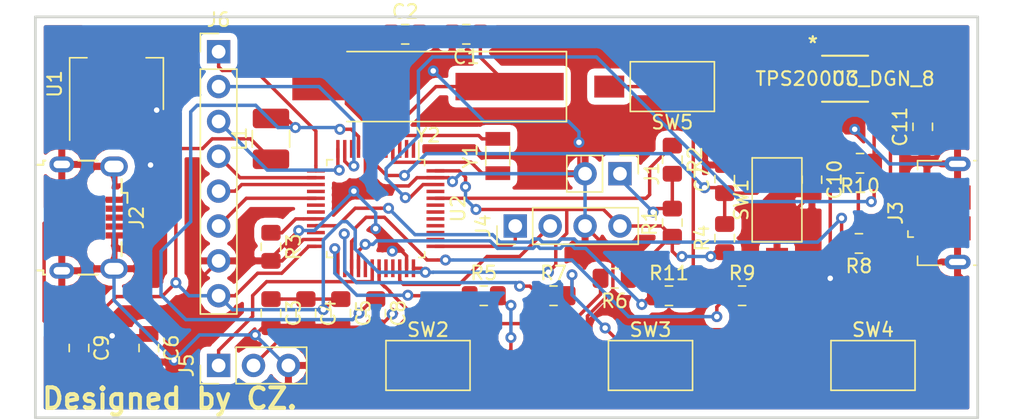
<source format=kicad_pcb>
(kicad_pcb (version 20171130) (host pcbnew 5.0.2-bee76a0~70~ubuntu18.04.1)

  (general
    (thickness 1.6)
    (drawings 10)
    (tracks 532)
    (zones 0)
    (modules 39)
    (nets 58)
  )

  (page A4)
  (layers
    (0 F.Cu signal)
    (31 B.Cu signal)
    (32 B.Adhes user)
    (33 F.Adhes user)
    (34 B.Paste user)
    (35 F.Paste user)
    (36 B.SilkS user)
    (37 F.SilkS user)
    (38 B.Mask user)
    (39 F.Mask user)
    (40 Dwgs.User user)
    (41 Cmts.User user)
    (42 Eco1.User user)
    (43 Eco2.User user)
    (44 Edge.Cuts user)
    (45 Margin user)
    (46 B.CrtYd user)
    (47 F.CrtYd user)
    (48 B.Fab user)
    (49 F.Fab user)
  )

  (setup
    (last_trace_width 0.25)
    (trace_clearance 0.2)
    (zone_clearance 0.508)
    (zone_45_only no)
    (trace_min 0.2)
    (segment_width 0.2)
    (edge_width 0.15)
    (via_size 0.8)
    (via_drill 0.4)
    (via_min_size 0.4)
    (via_min_drill 0.3)
    (uvia_size 0.3)
    (uvia_drill 0.1)
    (uvias_allowed no)
    (uvia_min_size 0.2)
    (uvia_min_drill 0.1)
    (pcb_text_width 0.3)
    (pcb_text_size 1.5 1.5)
    (mod_edge_width 0.15)
    (mod_text_size 1 1)
    (mod_text_width 0.15)
    (pad_size 1.524 1.524)
    (pad_drill 0.762)
    (pad_to_mask_clearance 0.051)
    (solder_mask_min_width 0.25)
    (aux_axis_origin 0 0)
    (visible_elements FFFFFF7F)
    (pcbplotparams
      (layerselection 0x010f0_ffffffff)
      (usegerberextensions false)
      (usegerberattributes false)
      (usegerberadvancedattributes false)
      (creategerberjobfile false)
      (excludeedgelayer false)
      (linewidth 0.100000)
      (plotframeref false)
      (viasonmask false)
      (mode 1)
      (useauxorigin false)
      (hpglpennumber 1)
      (hpglpenspeed 20)
      (hpglpendiameter 15.000000)
      (psnegative false)
      (psa4output false)
      (plotreference true)
      (plotvalue true)
      (plotinvisibletext false)
      (padsonsilk true)
      (subtractmaskfromsilk false)
      (outputformat 1)
      (mirror false)
      (drillshape 0)
      (scaleselection 1)
      (outputdirectory "../../../vatch/CamTimer_PCB/camTimerv3/"))
  )

  (net 0 "")
  (net 1 /OSC_32_IN)
  (net 2 /OSC_32_OUT)
  (net 3 /OSC_IN)
  (net 4 /OSC_OUT)
  (net 5 GND)
  (net 6 /EINK_RST)
  (net 7 /EINK_DC)
  (net 8 /EINK_BUSY)
  (net 9 /SPI_CS)
  (net 10 /SPI_SCK)
  (net 11 /SPI_MOSI)
  (net 12 /TIMERCONTROL)
  (net 13 VDD)
  (net 14 /BUTTONLEFT)
  (net 15 /BUTTONPRESS)
  (net 16 /BUTTONRIGHT)
  (net 17 /BUTTONSYSTEMMODE)
  (net 18 /USART1_TX)
  (net 19 /USART1_RX)
  (net 20 /SYS_JTMS-SWDIO)
  (net 21 /SYS_JTCK-SWCLK)
  (net 22 /BOOT0)
  (net 23 "Net-(J1-Pad1)")
  (net 24 "Net-(R11-Pad2)")
  (net 25 /BOOT1)
  (net 26 /NRST)
  (net 27 "Net-(R5-Pad2)")
  (net 28 "Net-(R7-Pad2)")
  (net 29 "Net-(R9-Pad2)")
  (net 30 /Cam+)
  (net 31 +5V)
  (net 32 "Net-(U2-Pad1)")
  (net 33 "Net-(U2-Pad2)")
  (net 34 VDDA)
  (net 35 "Net-(U2-Pad10)")
  (net 36 "Net-(U2-Pad16)")
  (net 37 "Net-(U2-Pad18)")
  (net 38 "Net-(U2-Pad19)")
  (net 39 "Net-(U2-Pad22)")
  (net 40 "Net-(U2-Pad29)")
  (net 41 "Net-(U2-Pad32)")
  (net 42 "Net-(U2-Pad33)")
  (net 43 "Net-(U2-Pad38)")
  (net 44 "Net-(U2-Pad39)")
  (net 45 "Net-(U2-Pad40)")
  (net 46 "Net-(U2-Pad41)")
  (net 47 "Net-(U2-Pad42)")
  (net 48 "Net-(U2-Pad43)")
  (net 49 "Net-(U2-Pad45)")
  (net 50 "Net-(J2-Pad2)")
  (net 51 "Net-(J2-Pad3)")
  (net 52 "Net-(J2-Pad4)")
  (net 53 "Net-(J3-Pad2)")
  (net 54 "Net-(J3-Pad4)")
  (net 55 "Net-(J3-Pad3)")
  (net 56 "Net-(R8-Pad1)")
  (net 57 /!FLT)

  (net_class Default "This is the default net class."
    (clearance 0.2)
    (trace_width 0.25)
    (via_dia 0.8)
    (via_drill 0.4)
    (uvia_dia 0.3)
    (uvia_drill 0.1)
    (add_net +5V)
    (add_net /!FLT)
    (add_net /BOOT0)
    (add_net /BOOT1)
    (add_net /BUTTONLEFT)
    (add_net /BUTTONPRESS)
    (add_net /BUTTONRIGHT)
    (add_net /BUTTONSYSTEMMODE)
    (add_net /Cam+)
    (add_net /EINK_BUSY)
    (add_net /EINK_DC)
    (add_net /EINK_RST)
    (add_net /NRST)
    (add_net /OSC_32_IN)
    (add_net /OSC_32_OUT)
    (add_net /OSC_IN)
    (add_net /OSC_OUT)
    (add_net /SPI_CS)
    (add_net /SPI_MOSI)
    (add_net /SPI_SCK)
    (add_net /SYS_JTCK-SWCLK)
    (add_net /SYS_JTMS-SWDIO)
    (add_net /TIMERCONTROL)
    (add_net /USART1_RX)
    (add_net /USART1_TX)
    (add_net GND)
    (add_net "Net-(J1-Pad1)")
    (add_net "Net-(J2-Pad2)")
    (add_net "Net-(J2-Pad3)")
    (add_net "Net-(J2-Pad4)")
    (add_net "Net-(J3-Pad2)")
    (add_net "Net-(J3-Pad3)")
    (add_net "Net-(J3-Pad4)")
    (add_net "Net-(R11-Pad2)")
    (add_net "Net-(R5-Pad2)")
    (add_net "Net-(R7-Pad2)")
    (add_net "Net-(R8-Pad1)")
    (add_net "Net-(R9-Pad2)")
    (add_net "Net-(U2-Pad1)")
    (add_net "Net-(U2-Pad10)")
    (add_net "Net-(U2-Pad16)")
    (add_net "Net-(U2-Pad18)")
    (add_net "Net-(U2-Pad19)")
    (add_net "Net-(U2-Pad2)")
    (add_net "Net-(U2-Pad22)")
    (add_net "Net-(U2-Pad29)")
    (add_net "Net-(U2-Pad32)")
    (add_net "Net-(U2-Pad33)")
    (add_net "Net-(U2-Pad38)")
    (add_net "Net-(U2-Pad39)")
    (add_net "Net-(U2-Pad40)")
    (add_net "Net-(U2-Pad41)")
    (add_net "Net-(U2-Pad42)")
    (add_net "Net-(U2-Pad43)")
    (add_net "Net-(U2-Pad45)")
    (add_net VDD)
    (add_net VDDA)
  )

  (module Capacitor_SMD:C_0805_2012Metric_Pad1.15x1.40mm_HandSolder (layer F.Cu) (tedit 5B36C52B) (tstamp 5F566380)
    (at 157.48 -393.2645 270)
    (descr "Capacitor SMD 0805 (2012 Metric), square (rectangular) end terminal, IPC_7351 nominal with elongated pad for handsoldering. (Body size source: https://docs.google.com/spreadsheets/d/1BsfQQcO9C6DZCsRaXUlFlo91Tg2WpOkGARC1WS5S8t0/edit?usp=sharing), generated with kicad-footprint-generator")
    (tags "capacitor handsolder")
    (path /5F5061D1)
    (attr smd)
    (fp_text reference C10 (at 0 -1.65 270) (layer F.SilkS)
      (effects (font (size 1 1) (thickness 0.15)))
    )
    (fp_text value 104 (at 0.153499 1.818999 270) (layer F.Fab)
      (effects (font (size 1 1) (thickness 0.15)))
    )
    (fp_text user %R (at 0 0 270) (layer F.Fab)
      (effects (font (size 0.5 0.5) (thickness 0.08)))
    )
    (fp_line (start 1.85 0.95) (end -1.85 0.95) (layer F.CrtYd) (width 0.05))
    (fp_line (start 1.85 -0.95) (end 1.85 0.95) (layer F.CrtYd) (width 0.05))
    (fp_line (start -1.85 -0.95) (end 1.85 -0.95) (layer F.CrtYd) (width 0.05))
    (fp_line (start -1.85 0.95) (end -1.85 -0.95) (layer F.CrtYd) (width 0.05))
    (fp_line (start -0.261252 0.71) (end 0.261252 0.71) (layer F.SilkS) (width 0.12))
    (fp_line (start -0.261252 -0.71) (end 0.261252 -0.71) (layer F.SilkS) (width 0.12))
    (fp_line (start 1 0.6) (end -1 0.6) (layer F.Fab) (width 0.1))
    (fp_line (start 1 -0.6) (end 1 0.6) (layer F.Fab) (width 0.1))
    (fp_line (start -1 -0.6) (end 1 -0.6) (layer F.Fab) (width 0.1))
    (fp_line (start -1 0.6) (end -1 -0.6) (layer F.Fab) (width 0.1))
    (pad 2 smd roundrect (at 1.025 0 270) (size 1.15 1.4) (layers F.Cu F.Paste F.Mask) (roundrect_rratio 0.217391)
      (net 5 GND))
    (pad 1 smd roundrect (at -1.025 0 270) (size 1.15 1.4) (layers F.Cu F.Paste F.Mask) (roundrect_rratio 0.217391)
      (net 31 +5V))
    (model ${KISYS3DMOD}/Capacitor_SMD.3dshapes/C_0805_2012Metric.wrl
      (at (xyz 0 0 0))
      (scale (xyz 1 1 1))
      (rotate (xyz 0 0 0))
    )
  )

  (module Capacitor_SMD:C_0805_2012Metric_Pad1.15x1.40mm_HandSolder (layer F.Cu) (tedit 5B36C52B) (tstamp 5F56633E)
    (at 165.5445 -397.12 90)
    (descr "Capacitor SMD 0805 (2012 Metric), square (rectangular) end terminal, IPC_7351 nominal with elongated pad for handsoldering. (Body size source: https://docs.google.com/spreadsheets/d/1BsfQQcO9C6DZCsRaXUlFlo91Tg2WpOkGARC1WS5S8t0/edit?usp=sharing), generated with kicad-footprint-generator")
    (tags "capacitor handsolder")
    (path /5F50D27E)
    (attr smd)
    (fp_text reference C11 (at 0 -1.65 90) (layer F.SilkS)
      (effects (font (size 1 1) (thickness 0.15)))
    )
    (fp_text value 150uF (at 0 1.65 90) (layer F.Fab)
      (effects (font (size 1 1) (thickness 0.15)))
    )
    (fp_line (start -1 0.6) (end -1 -0.6) (layer F.Fab) (width 0.1))
    (fp_line (start -1 -0.6) (end 1 -0.6) (layer F.Fab) (width 0.1))
    (fp_line (start 1 -0.6) (end 1 0.6) (layer F.Fab) (width 0.1))
    (fp_line (start 1 0.6) (end -1 0.6) (layer F.Fab) (width 0.1))
    (fp_line (start -0.261252 -0.71) (end 0.261252 -0.71) (layer F.SilkS) (width 0.12))
    (fp_line (start -0.261252 0.71) (end 0.261252 0.71) (layer F.SilkS) (width 0.12))
    (fp_line (start -1.85 0.95) (end -1.85 -0.95) (layer F.CrtYd) (width 0.05))
    (fp_line (start -1.85 -0.95) (end 1.85 -0.95) (layer F.CrtYd) (width 0.05))
    (fp_line (start 1.85 -0.95) (end 1.85 0.95) (layer F.CrtYd) (width 0.05))
    (fp_line (start 1.85 0.95) (end -1.85 0.95) (layer F.CrtYd) (width 0.05))
    (fp_text user %R (at 0 0 90) (layer F.Fab)
      (effects (font (size 0.5 0.5) (thickness 0.08)))
    )
    (pad 1 smd roundrect (at -1.025 0 90) (size 1.15 1.4) (layers F.Cu F.Paste F.Mask) (roundrect_rratio 0.217391)
      (net 5 GND))
    (pad 2 smd roundrect (at 1.025 0 90) (size 1.15 1.4) (layers F.Cu F.Paste F.Mask) (roundrect_rratio 0.217391)
      (net 30 /Cam+))
    (model ${KISYS3DMOD}/Capacitor_SMD.3dshapes/C_0805_2012Metric.wrl
      (at (xyz 0 0 0))
      (scale (xyz 1 1 1))
      (rotate (xyz 0 0 0))
    )
  )

  (module Resistor_SMD:R_0805_2012Metric_Pad1.15x1.40mm_HandSolder (layer F.Cu) (tedit 5B36C52B) (tstamp 5F5665B3)
    (at 160.9815 -394.462 180)
    (descr "Resistor SMD 0805 (2012 Metric), square (rectangular) end terminal, IPC_7351 nominal with elongated pad for handsoldering. (Body size source: https://docs.google.com/spreadsheets/d/1BsfQQcO9C6DZCsRaXUlFlo91Tg2WpOkGARC1WS5S8t0/edit?usp=sharing), generated with kicad-footprint-generator")
    (tags "resistor handsolder")
    (path /5F4FFA94)
    (attr smd)
    (fp_text reference R10 (at 0 -1.65 180) (layer F.SilkS)
      (effects (font (size 1 1) (thickness 0.15)))
    )
    (fp_text value 10K (at 0 1.65 180) (layer F.Fab)
      (effects (font (size 1 1) (thickness 0.15)))
    )
    (fp_line (start -1 0.6) (end -1 -0.6) (layer F.Fab) (width 0.1))
    (fp_line (start -1 -0.6) (end 1 -0.6) (layer F.Fab) (width 0.1))
    (fp_line (start 1 -0.6) (end 1 0.6) (layer F.Fab) (width 0.1))
    (fp_line (start 1 0.6) (end -1 0.6) (layer F.Fab) (width 0.1))
    (fp_line (start -0.261252 -0.71) (end 0.261252 -0.71) (layer F.SilkS) (width 0.12))
    (fp_line (start -0.261252 0.71) (end 0.261252 0.71) (layer F.SilkS) (width 0.12))
    (fp_line (start -1.85 0.95) (end -1.85 -0.95) (layer F.CrtYd) (width 0.05))
    (fp_line (start -1.85 -0.95) (end 1.85 -0.95) (layer F.CrtYd) (width 0.05))
    (fp_line (start 1.85 -0.95) (end 1.85 0.95) (layer F.CrtYd) (width 0.05))
    (fp_line (start 1.85 0.95) (end -1.85 0.95) (layer F.CrtYd) (width 0.05))
    (fp_text user %R (at 0 0 180) (layer F.Fab)
      (effects (font (size 0.5 0.5) (thickness 0.08)))
    )
    (pad 1 smd roundrect (at -1.025 0 180) (size 1.15 1.4) (layers F.Cu F.Paste F.Mask) (roundrect_rratio 0.217391)
      (net 57 /!FLT))
    (pad 2 smd roundrect (at 1.025 0 180) (size 1.15 1.4) (layers F.Cu F.Paste F.Mask) (roundrect_rratio 0.217391)
      (net 31 +5V))
    (model ${KISYS3DMOD}/Resistor_SMD.3dshapes/R_0805_2012Metric.wrl
      (at (xyz 0 0 0))
      (scale (xyz 1 1 1))
      (rotate (xyz 0 0 0))
    )
  )

  (module footprints:TPS2000C_DGN_8 (layer F.Cu) (tedit 5F4BB167) (tstamp 5F56434E)
    (at 159.893 -400.6215)
    (path /5F4BE14F)
    (fp_text reference U3 (at 0 0) (layer F.SilkS)
      (effects (font (size 1 1) (thickness 0.15)))
    )
    (fp_text value TPS2000C_DGN_8 (at 0 0) (layer F.SilkS)
      (effects (font (size 1 1) (thickness 0.15)))
    )
    (fp_text user "Copyright 2016 Accelerated Designs. All rights reserved." (at 0 0) (layer Cmts.User)
      (effects (font (size 0.127 0.127) (thickness 0.002)))
    )
    (fp_text user * (at -2.3495 -2.5498) (layer F.SilkS)
      (effects (font (size 1 1) (thickness 0.15)))
    )
    (fp_text user * (at -1.1684 -1.4732) (layer F.Fab)
      (effects (font (size 1 1) (thickness 0.15)))
    )
    (fp_text user 0.026in/0.65mm (at -5.1435 -0.65) (layer Dwgs.User) hide
      (effects (font (size 1 1) (thickness 0.15)))
    )
    (fp_text user 0.017in/0.432mm (at 5.1435 -0.975) (layer Dwgs.User) hide
      (effects (font (size 1 1) (thickness 0.15)))
    )
    (fp_text user 0.165in/4.191mm (at 0 -3.9624) (layer Dwgs.User) hide
      (effects (font (size 1 1) (thickness 0.15)))
    )
    (fp_text user 0.062in/1.575mm (at -2.0955 3.9624) (layer Dwgs.User) hide
      (effects (font (size 1 1) (thickness 0.15)))
    )
    (fp_text user 0.074in/1.89mm (at 7.1374 0 90) (layer Dwgs.User) hide
      (effects (font (size 1 1) (thickness 0.15)))
    )
    (fp_text user 0.062in/1.57mm (at 0 5.2324) (layer Dwgs.User) hide
      (effects (font (size 1 1) (thickness 0.15)))
    )
    (fp_text user * (at -2.3495 -2.5498) (layer F.SilkS)
      (effects (font (size 1 1) (thickness 0.15)))
    )
    (fp_text user * (at -1.1684 -1.4732) (layer F.Fab)
      (effects (font (size 1 1) (thickness 0.15)))
    )
    (fp_line (start -1.5494 -0.7845) (end -1.5494 -1.1655) (layer F.Fab) (width 0.1524))
    (fp_line (start -1.5494 -1.1655) (end -2.5273 -1.1655) (layer F.Fab) (width 0.1524))
    (fp_line (start -2.5273 -1.1655) (end -2.5273 -0.7845) (layer F.Fab) (width 0.1524))
    (fp_line (start -2.5273 -0.7845) (end -1.5494 -0.7845) (layer F.Fab) (width 0.1524))
    (fp_line (start -1.5494 -0.1345) (end -1.5494 -0.5155) (layer F.Fab) (width 0.1524))
    (fp_line (start -1.5494 -0.5155) (end -2.5273 -0.5155) (layer F.Fab) (width 0.1524))
    (fp_line (start -2.5273 -0.5155) (end -2.5273 -0.1345) (layer F.Fab) (width 0.1524))
    (fp_line (start -2.5273 -0.1345) (end -1.5494 -0.1345) (layer F.Fab) (width 0.1524))
    (fp_line (start -1.5494 0.5155) (end -1.5494 0.1345) (layer F.Fab) (width 0.1524))
    (fp_line (start -1.5494 0.1345) (end -2.5273 0.1345) (layer F.Fab) (width 0.1524))
    (fp_line (start -2.5273 0.1345) (end -2.5273 0.5155) (layer F.Fab) (width 0.1524))
    (fp_line (start -2.5273 0.5155) (end -1.5494 0.5155) (layer F.Fab) (width 0.1524))
    (fp_line (start -1.5494 1.1655) (end -1.5494 0.7845) (layer F.Fab) (width 0.1524))
    (fp_line (start -1.5494 0.7845) (end -2.5273 0.7845) (layer F.Fab) (width 0.1524))
    (fp_line (start -2.5273 0.7845) (end -2.5273 1.1655) (layer F.Fab) (width 0.1524))
    (fp_line (start -2.5273 1.1655) (end -1.5494 1.1655) (layer F.Fab) (width 0.1524))
    (fp_line (start 1.5494 0.7845) (end 1.5494 1.1655) (layer F.Fab) (width 0.1524))
    (fp_line (start 1.5494 1.1655) (end 2.5273 1.1655) (layer F.Fab) (width 0.1524))
    (fp_line (start 2.5273 1.1655) (end 2.5273 0.7845) (layer F.Fab) (width 0.1524))
    (fp_line (start 2.5273 0.7845) (end 1.5494 0.7845) (layer F.Fab) (width 0.1524))
    (fp_line (start 1.5494 0.1345) (end 1.5494 0.5155) (layer F.Fab) (width 0.1524))
    (fp_line (start 1.5494 0.5155) (end 2.5273 0.5155) (layer F.Fab) (width 0.1524))
    (fp_line (start 2.5273 0.5155) (end 2.5273 0.1345) (layer F.Fab) (width 0.1524))
    (fp_line (start 2.5273 0.1345) (end 1.5494 0.1345) (layer F.Fab) (width 0.1524))
    (fp_line (start 1.5494 -0.5155) (end 1.5494 -0.1345) (layer F.Fab) (width 0.1524))
    (fp_line (start 1.5494 -0.1345) (end 2.5273 -0.1345) (layer F.Fab) (width 0.1524))
    (fp_line (start 2.5273 -0.1345) (end 2.5273 -0.5155) (layer F.Fab) (width 0.1524))
    (fp_line (start 2.5273 -0.5155) (end 1.5494 -0.5155) (layer F.Fab) (width 0.1524))
    (fp_line (start 1.5494 -1.1655) (end 1.5494 -0.7845) (layer F.Fab) (width 0.1524))
    (fp_line (start 1.5494 -0.7845) (end 2.5273 -0.7845) (layer F.Fab) (width 0.1524))
    (fp_line (start 2.5273 -0.7845) (end 2.5273 -1.1655) (layer F.Fab) (width 0.1524))
    (fp_line (start 2.5273 -1.1655) (end 1.5494 -1.1655) (layer F.Fab) (width 0.1524))
    (fp_line (start -1.6764 1.6764) (end 1.6764 1.6764) (layer F.SilkS) (width 0.1524))
    (fp_line (start 1.6764 -1.6764) (end -1.6764 -1.6764) (layer F.SilkS) (width 0.1524))
    (fp_line (start -1.5494 1.5494) (end 1.5494 1.5494) (layer F.Fab) (width 0.1524))
    (fp_line (start 1.5494 1.5494) (end 1.5494 -1.5494) (layer F.Fab) (width 0.1524))
    (fp_line (start 1.5494 -1.5494) (end -1.5494 -1.5494) (layer F.Fab) (width 0.1524))
    (fp_line (start -1.5494 -1.5494) (end -1.5494 1.5494) (layer F.Fab) (width 0.1524))
    (fp_line (start -0.785 -0.945) (end -0.785 0.945) (layer F.Paste) (width 0.1524))
    (fp_line (start -0.785 0.945) (end 0.785 0.945) (layer F.Paste) (width 0.1524))
    (fp_line (start 0.785 0.945) (end 0.785 -0.945) (layer F.Paste) (width 0.1524))
    (fp_line (start 0.785 -0.945) (end -0.785 -0.945) (layer F.Paste) (width 0.1524))
    (fp_line (start -3.1369 1.4449) (end -3.1369 -1.4449) (layer F.CrtYd) (width 0.1524))
    (fp_line (start -3.1369 -1.4449) (end -1.8034 -1.4449) (layer F.CrtYd) (width 0.1524))
    (fp_line (start -1.8034 -1.4449) (end -1.8034 -1.8034) (layer F.CrtYd) (width 0.1524))
    (fp_line (start -1.8034 -1.8034) (end 1.8034 -1.8034) (layer F.CrtYd) (width 0.1524))
    (fp_line (start 1.8034 -1.8034) (end 1.8034 -1.4449) (layer F.CrtYd) (width 0.1524))
    (fp_line (start 1.8034 -1.4449) (end 3.1369 -1.4449) (layer F.CrtYd) (width 0.1524))
    (fp_line (start 3.1369 -1.4449) (end 3.1369 1.4449) (layer F.CrtYd) (width 0.1524))
    (fp_line (start 3.1369 1.4449) (end 1.8034 1.4449) (layer F.CrtYd) (width 0.1524))
    (fp_line (start 1.8034 1.4449) (end 1.8034 1.8034) (layer F.CrtYd) (width 0.1524))
    (fp_line (start 1.8034 1.8034) (end -1.8034 1.8034) (layer F.CrtYd) (width 0.1524))
    (fp_line (start -1.8034 1.8034) (end -1.8034 1.4449) (layer F.CrtYd) (width 0.1524))
    (fp_line (start -1.8034 1.4449) (end -3.1369 1.4449) (layer F.CrtYd) (width 0.1524))
    (fp_arc (start 0 -1.5494) (end 0.3048 -1.5494) (angle 180) (layer F.Fab) (width 0.1524))
    (pad 1 smd rect (at -2.0955 -0.974999) (size 1.5748 0.4318) (layers F.Cu F.Paste F.Mask)
      (net 5 GND))
    (pad 2 smd rect (at -2.0955 -0.325001) (size 1.5748 0.4318) (layers F.Cu F.Paste F.Mask)
      (net 31 +5V))
    (pad 3 smd rect (at -2.0955 0.325001) (size 1.5748 0.4318) (layers F.Cu F.Paste F.Mask)
      (net 31 +5V))
    (pad 4 smd rect (at -2.0955 0.974999) (size 1.5748 0.4318) (layers F.Cu F.Paste F.Mask)
      (net 56 "Net-(R8-Pad1)"))
    (pad 5 smd rect (at 2.0955 0.974999) (size 1.5748 0.4318) (layers F.Cu F.Paste F.Mask)
      (net 57 /!FLT))
    (pad 6 smd rect (at 2.0955 0.325001) (size 1.5748 0.4318) (layers F.Cu F.Paste F.Mask)
      (net 30 /Cam+))
    (pad 7 smd rect (at 2.0955 -0.325001) (size 1.5748 0.4318) (layers F.Cu F.Paste F.Mask)
      (net 30 /Cam+))
    (pad 8 smd rect (at 2.0955 -0.974999) (size 1.5748 0.4318) (layers F.Cu F.Paste F.Mask)
      (net 30 /Cam+))
    (pad EPAD smd rect (at 0 0) (size 1.57 1.89) (layers F.Cu F.Paste F.Mask)
      (net 5 GND))
  )

  (module Connector_PinHeader_2.54mm:PinHeader_1x02_P2.54mm_Vertical (layer F.Cu) (tedit 59FED5CC) (tstamp 5E4D0A9D)
    (at 143.51 -393.7 270)
    (descr "Through hole straight pin header, 1x02, 2.54mm pitch, single row")
    (tags "Through hole pin header THT 1x02 2.54mm single row")
    (path /5E46BB28)
    (fp_text reference J1 (at 0 -2.33 270) (layer F.SilkS)
      (effects (font (size 1 1) (thickness 0.15)))
    )
    (fp_text value Conn_01x02_Male (at 0 4.87 270) (layer F.Fab)
      (effects (font (size 1 1) (thickness 0.15)))
    )
    (fp_text user %R (at 0 1.27) (layer F.Fab)
      (effects (font (size 1 1) (thickness 0.15)))
    )
    (fp_line (start 1.8 -1.8) (end -1.8 -1.8) (layer F.CrtYd) (width 0.05))
    (fp_line (start 1.8 4.35) (end 1.8 -1.8) (layer F.CrtYd) (width 0.05))
    (fp_line (start -1.8 4.35) (end 1.8 4.35) (layer F.CrtYd) (width 0.05))
    (fp_line (start -1.8 -1.8) (end -1.8 4.35) (layer F.CrtYd) (width 0.05))
    (fp_line (start -1.33 -1.33) (end 0 -1.33) (layer F.SilkS) (width 0.12))
    (fp_line (start -1.33 0) (end -1.33 -1.33) (layer F.SilkS) (width 0.12))
    (fp_line (start -1.33 1.27) (end 1.33 1.27) (layer F.SilkS) (width 0.12))
    (fp_line (start 1.33 1.27) (end 1.33 3.87) (layer F.SilkS) (width 0.12))
    (fp_line (start -1.33 1.27) (end -1.33 3.87) (layer F.SilkS) (width 0.12))
    (fp_line (start -1.33 3.87) (end 1.33 3.87) (layer F.SilkS) (width 0.12))
    (fp_line (start -1.27 -0.635) (end -0.635 -1.27) (layer F.Fab) (width 0.1))
    (fp_line (start -1.27 3.81) (end -1.27 -0.635) (layer F.Fab) (width 0.1))
    (fp_line (start 1.27 3.81) (end -1.27 3.81) (layer F.Fab) (width 0.1))
    (fp_line (start 1.27 -1.27) (end 1.27 3.81) (layer F.Fab) (width 0.1))
    (fp_line (start -0.635 -1.27) (end 1.27 -1.27) (layer F.Fab) (width 0.1))
    (pad 2 thru_hole oval (at 0 2.54 270) (size 1.7 1.7) (drill 1) (layers *.Cu *.Mask)
      (net 5 GND))
    (pad 1 thru_hole rect (at 0 0 270) (size 1.7 1.7) (drill 1) (layers *.Cu *.Mask)
      (net 23 "Net-(J1-Pad1)"))
    (model ${KISYS3DMOD}/Connector_PinHeader_2.54mm.3dshapes/PinHeader_1x02_P2.54mm_Vertical.wrl
      (at (xyz 0 0 0))
      (scale (xyz 1 1 1))
      (rotate (xyz 0 0 0))
    )
  )

  (module Button_Switch_SMD:SW_SPST_FSMSM (layer F.Cu) (tedit 5A02FC95) (tstamp 5E4B273C)
    (at 147.32 -400.05 180)
    (descr http://www.te.com/commerce/DocumentDelivery/DDEController?Action=srchrtrv&DocNm=1437566-3&DocType=Customer+Drawing&DocLang=English)
    (tags "SPST button tactile switch")
    (path /5E485329)
    (attr smd)
    (fp_text reference SW5 (at 0 -2.6 180) (layer F.SilkS)
      (effects (font (size 1 1) (thickness 0.15)))
    )
    (fp_text value BTN_SM (at 0 3 180) (layer F.Fab)
      (effects (font (size 1 1) (thickness 0.15)))
    )
    (fp_line (start -5.95 -2) (end 5.95 -2) (layer F.CrtYd) (width 0.05))
    (fp_line (start -5.95 -2) (end -5.95 2) (layer F.CrtYd) (width 0.05))
    (fp_line (start 3 -1.75) (end 3 1.75) (layer F.Fab) (width 0.1))
    (fp_line (start -3 -1.75) (end -3 1.75) (layer F.Fab) (width 0.1))
    (fp_line (start -3 -1.75) (end 3 -1.75) (layer F.Fab) (width 0.1))
    (fp_line (start -3 1.75) (end 3 1.75) (layer F.Fab) (width 0.1))
    (fp_line (start 5.95 -2) (end 5.95 2) (layer F.CrtYd) (width 0.05))
    (fp_line (start -5.95 2) (end 5.95 2) (layer F.CrtYd) (width 0.05))
    (fp_line (start -1.5 -0.8) (end -1.5 0.8) (layer F.Fab) (width 0.1))
    (fp_line (start 1.5 -0.8) (end 1.5 0.8) (layer F.Fab) (width 0.1))
    (fp_line (start -1.5 -0.8) (end 1.5 -0.8) (layer F.Fab) (width 0.1))
    (fp_line (start -1.5 0.8) (end 1.5 0.8) (layer F.Fab) (width 0.1))
    (fp_line (start -3.06 1.81) (end -3.06 -1.81) (layer F.SilkS) (width 0.12))
    (fp_line (start 3.06 1.81) (end -3.06 1.81) (layer F.SilkS) (width 0.12))
    (fp_line (start 3.06 -1.81) (end 3.06 1.81) (layer F.SilkS) (width 0.12))
    (fp_line (start -3.06 -1.81) (end 3.06 -1.81) (layer F.SilkS) (width 0.12))
    (fp_line (start -1.75 1) (end -1.75 -1) (layer F.Fab) (width 0.1))
    (fp_line (start 1.75 1) (end -1.75 1) (layer F.Fab) (width 0.1))
    (fp_line (start 1.75 -1) (end 1.75 1) (layer F.Fab) (width 0.1))
    (fp_line (start -1.75 -1) (end 1.75 -1) (layer F.Fab) (width 0.1))
    (fp_text user %R (at 0 -2.6 180) (layer F.Fab)
      (effects (font (size 1 1) (thickness 0.15)))
    )
    (pad 2 smd rect (at 4.59 0 180) (size 2.18 1.6) (layers F.Cu F.Paste F.Mask)
      (net 24 "Net-(R11-Pad2)"))
    (pad 1 smd rect (at -4.59 0 180) (size 2.18 1.6) (layers F.Cu F.Paste F.Mask)
      (net 5 GND))
    (model ${KISYS3DMOD}/Button_Switch_SMD.3dshapes/SW_SPST_FSMSM.wrl
      (at (xyz 0 0 0))
      (scale (xyz 1 1 1))
      (rotate (xyz 0 0 0))
    )
  )

  (module Button_Switch_SMD:SW_SPST_FSMSM (layer F.Cu) (tedit 5A02FC95) (tstamp 5E4B2721)
    (at 161.925 -379.73)
    (descr http://www.te.com/commerce/DocumentDelivery/DDEController?Action=srchrtrv&DocNm=1437566-3&DocType=Customer+Drawing&DocLang=English)
    (tags "SPST button tactile switch")
    (path /5E4852D7)
    (attr smd)
    (fp_text reference SW4 (at 0 -2.6) (layer F.SilkS)
      (effects (font (size 1 1) (thickness 0.15)))
    )
    (fp_text value BTN_R (at 0 3) (layer F.Fab)
      (effects (font (size 1 1) (thickness 0.15)))
    )
    (fp_line (start -5.95 -2) (end 5.95 -2) (layer F.CrtYd) (width 0.05))
    (fp_line (start -5.95 -2) (end -5.95 2) (layer F.CrtYd) (width 0.05))
    (fp_line (start 3 -1.75) (end 3 1.75) (layer F.Fab) (width 0.1))
    (fp_line (start -3 -1.75) (end -3 1.75) (layer F.Fab) (width 0.1))
    (fp_line (start -3 -1.75) (end 3 -1.75) (layer F.Fab) (width 0.1))
    (fp_line (start -3 1.75) (end 3 1.75) (layer F.Fab) (width 0.1))
    (fp_line (start 5.95 -2) (end 5.95 2) (layer F.CrtYd) (width 0.05))
    (fp_line (start -5.95 2) (end 5.95 2) (layer F.CrtYd) (width 0.05))
    (fp_line (start -1.5 -0.8) (end -1.5 0.8) (layer F.Fab) (width 0.1))
    (fp_line (start 1.5 -0.8) (end 1.5 0.8) (layer F.Fab) (width 0.1))
    (fp_line (start -1.5 -0.8) (end 1.5 -0.8) (layer F.Fab) (width 0.1))
    (fp_line (start -1.5 0.8) (end 1.5 0.8) (layer F.Fab) (width 0.1))
    (fp_line (start -3.06 1.81) (end -3.06 -1.81) (layer F.SilkS) (width 0.12))
    (fp_line (start 3.06 1.81) (end -3.06 1.81) (layer F.SilkS) (width 0.12))
    (fp_line (start 3.06 -1.81) (end 3.06 1.81) (layer F.SilkS) (width 0.12))
    (fp_line (start -3.06 -1.81) (end 3.06 -1.81) (layer F.SilkS) (width 0.12))
    (fp_line (start -1.75 1) (end -1.75 -1) (layer F.Fab) (width 0.1))
    (fp_line (start 1.75 1) (end -1.75 1) (layer F.Fab) (width 0.1))
    (fp_line (start 1.75 -1) (end 1.75 1) (layer F.Fab) (width 0.1))
    (fp_line (start -1.75 -1) (end 1.75 -1) (layer F.Fab) (width 0.1))
    (fp_text user %R (at 0 -2.6) (layer F.Fab)
      (effects (font (size 1 1) (thickness 0.15)))
    )
    (pad 2 smd rect (at 4.59 0) (size 2.18 1.6) (layers F.Cu F.Paste F.Mask)
      (net 29 "Net-(R9-Pad2)"))
    (pad 1 smd rect (at -4.59 0) (size 2.18 1.6) (layers F.Cu F.Paste F.Mask)
      (net 5 GND))
    (model ${KISYS3DMOD}/Button_Switch_SMD.3dshapes/SW_SPST_FSMSM.wrl
      (at (xyz 0 0 0))
      (scale (xyz 1 1 1))
      (rotate (xyz 0 0 0))
    )
  )

  (module Button_Switch_SMD:SW_SPST_FSMSM (layer F.Cu) (tedit 5A02FC95) (tstamp 5E4B2706)
    (at 145.7325 -379.73)
    (descr http://www.te.com/commerce/DocumentDelivery/DDEController?Action=srchrtrv&DocNm=1437566-3&DocType=Customer+Drawing&DocLang=English)
    (tags "SPST button tactile switch")
    (path /5E485211)
    (attr smd)
    (fp_text reference SW3 (at 0 -2.6) (layer F.SilkS)
      (effects (font (size 1 1) (thickness 0.15)))
    )
    (fp_text value BTN_P (at 0 3) (layer F.Fab)
      (effects (font (size 1 1) (thickness 0.15)))
    )
    (fp_line (start -5.95 -2) (end 5.95 -2) (layer F.CrtYd) (width 0.05))
    (fp_line (start -5.95 -2) (end -5.95 2) (layer F.CrtYd) (width 0.05))
    (fp_line (start 3 -1.75) (end 3 1.75) (layer F.Fab) (width 0.1))
    (fp_line (start -3 -1.75) (end -3 1.75) (layer F.Fab) (width 0.1))
    (fp_line (start -3 -1.75) (end 3 -1.75) (layer F.Fab) (width 0.1))
    (fp_line (start -3 1.75) (end 3 1.75) (layer F.Fab) (width 0.1))
    (fp_line (start 5.95 -2) (end 5.95 2) (layer F.CrtYd) (width 0.05))
    (fp_line (start -5.95 2) (end 5.95 2) (layer F.CrtYd) (width 0.05))
    (fp_line (start -1.5 -0.8) (end -1.5 0.8) (layer F.Fab) (width 0.1))
    (fp_line (start 1.5 -0.8) (end 1.5 0.8) (layer F.Fab) (width 0.1))
    (fp_line (start -1.5 -0.8) (end 1.5 -0.8) (layer F.Fab) (width 0.1))
    (fp_line (start -1.5 0.8) (end 1.5 0.8) (layer F.Fab) (width 0.1))
    (fp_line (start -3.06 1.81) (end -3.06 -1.81) (layer F.SilkS) (width 0.12))
    (fp_line (start 3.06 1.81) (end -3.06 1.81) (layer F.SilkS) (width 0.12))
    (fp_line (start 3.06 -1.81) (end 3.06 1.81) (layer F.SilkS) (width 0.12))
    (fp_line (start -3.06 -1.81) (end 3.06 -1.81) (layer F.SilkS) (width 0.12))
    (fp_line (start -1.75 1) (end -1.75 -1) (layer F.Fab) (width 0.1))
    (fp_line (start 1.75 1) (end -1.75 1) (layer F.Fab) (width 0.1))
    (fp_line (start 1.75 -1) (end 1.75 1) (layer F.Fab) (width 0.1))
    (fp_line (start -1.75 -1) (end 1.75 -1) (layer F.Fab) (width 0.1))
    (fp_text user %R (at 0 -2.6) (layer F.Fab)
      (effects (font (size 1 1) (thickness 0.15)))
    )
    (pad 2 smd rect (at 4.59 0) (size 2.18 1.6) (layers F.Cu F.Paste F.Mask)
      (net 28 "Net-(R7-Pad2)"))
    (pad 1 smd rect (at -4.59 0) (size 2.18 1.6) (layers F.Cu F.Paste F.Mask)
      (net 5 GND))
    (model ${KISYS3DMOD}/Button_Switch_SMD.3dshapes/SW_SPST_FSMSM.wrl
      (at (xyz 0 0 0))
      (scale (xyz 1 1 1))
      (rotate (xyz 0 0 0))
    )
  )

  (module Button_Switch_SMD:SW_SPST_FSMSM (layer F.Cu) (tedit 5A02FC95) (tstamp 5E4B26EB)
    (at 129.54 -379.73)
    (descr http://www.te.com/commerce/DocumentDelivery/DDEController?Action=srchrtrv&DocNm=1437566-3&DocType=Customer+Drawing&DocLang=English)
    (tags "SPST button tactile switch")
    (path /5E484E5D)
    (attr smd)
    (fp_text reference SW2 (at 0 -2.6) (layer F.SilkS)
      (effects (font (size 1 1) (thickness 0.15)))
    )
    (fp_text value BTN_L (at 0 3) (layer F.Fab)
      (effects (font (size 1 1) (thickness 0.15)))
    )
    (fp_line (start -5.95 -2) (end 5.95 -2) (layer F.CrtYd) (width 0.05))
    (fp_line (start -5.95 -2) (end -5.95 2) (layer F.CrtYd) (width 0.05))
    (fp_line (start 3 -1.75) (end 3 1.75) (layer F.Fab) (width 0.1))
    (fp_line (start -3 -1.75) (end -3 1.75) (layer F.Fab) (width 0.1))
    (fp_line (start -3 -1.75) (end 3 -1.75) (layer F.Fab) (width 0.1))
    (fp_line (start -3 1.75) (end 3 1.75) (layer F.Fab) (width 0.1))
    (fp_line (start 5.95 -2) (end 5.95 2) (layer F.CrtYd) (width 0.05))
    (fp_line (start -5.95 2) (end 5.95 2) (layer F.CrtYd) (width 0.05))
    (fp_line (start -1.5 -0.8) (end -1.5 0.8) (layer F.Fab) (width 0.1))
    (fp_line (start 1.5 -0.8) (end 1.5 0.8) (layer F.Fab) (width 0.1))
    (fp_line (start -1.5 -0.8) (end 1.5 -0.8) (layer F.Fab) (width 0.1))
    (fp_line (start -1.5 0.8) (end 1.5 0.8) (layer F.Fab) (width 0.1))
    (fp_line (start -3.06 1.81) (end -3.06 -1.81) (layer F.SilkS) (width 0.12))
    (fp_line (start 3.06 1.81) (end -3.06 1.81) (layer F.SilkS) (width 0.12))
    (fp_line (start 3.06 -1.81) (end 3.06 1.81) (layer F.SilkS) (width 0.12))
    (fp_line (start -3.06 -1.81) (end 3.06 -1.81) (layer F.SilkS) (width 0.12))
    (fp_line (start -1.75 1) (end -1.75 -1) (layer F.Fab) (width 0.1))
    (fp_line (start 1.75 1) (end -1.75 1) (layer F.Fab) (width 0.1))
    (fp_line (start 1.75 -1) (end 1.75 1) (layer F.Fab) (width 0.1))
    (fp_line (start -1.75 -1) (end 1.75 -1) (layer F.Fab) (width 0.1))
    (fp_text user %R (at 0 -2.6) (layer F.Fab)
      (effects (font (size 1 1) (thickness 0.15)))
    )
    (pad 2 smd rect (at 4.59 0) (size 2.18 1.6) (layers F.Cu F.Paste F.Mask)
      (net 27 "Net-(R5-Pad2)"))
    (pad 1 smd rect (at -4.59 0) (size 2.18 1.6) (layers F.Cu F.Paste F.Mask)
      (net 5 GND))
    (model ${KISYS3DMOD}/Button_Switch_SMD.3dshapes/SW_SPST_FSMSM.wrl
      (at (xyz 0 0 0))
      (scale (xyz 1 1 1))
      (rotate (xyz 0 0 0))
    )
  )

  (module Button_Switch_SMD:SW_SPST_FSMSM (layer F.Cu) (tedit 5F4BB181) (tstamp 5E4B61F0)
    (at 154.94 -391.795 90)
    (descr http://www.te.com/commerce/DocumentDelivery/DDEController?Action=srchrtrv&DocNm=1437566-3&DocType=Customer+Drawing&DocLang=English)
    (tags "SPST button tactile switch")
    (path /5E46895B)
    (attr smd)
    (fp_text reference SW1 (at 0 -2.6 90) (layer F.SilkS)
      (effects (font (size 1 1) (thickness 0.15)))
    )
    (fp_text value BTN_RST (at 0 3 90) (layer F.Fab)
      (effects (font (size 1 1) (thickness 0.15)))
    )
    (fp_line (start -5.95 -2) (end 5.95 -2) (layer F.CrtYd) (width 0.05))
    (fp_line (start -5.95 -2) (end -5.95 2) (layer F.CrtYd) (width 0.05))
    (fp_line (start 3 -1.75) (end 3 1.75) (layer F.Fab) (width 0.1))
    (fp_line (start -3 -1.75) (end -3 1.75) (layer F.Fab) (width 0.1))
    (fp_line (start -3 -1.75) (end 3 -1.75) (layer F.Fab) (width 0.1))
    (fp_line (start -3 1.75) (end 3 1.75) (layer F.Fab) (width 0.1))
    (fp_line (start 5.95 -2) (end 5.95 2) (layer F.CrtYd) (width 0.05))
    (fp_line (start -5.95 2) (end 5.95 2) (layer F.CrtYd) (width 0.05))
    (fp_line (start -1.5 -0.8) (end -1.5 0.8) (layer F.Fab) (width 0.1))
    (fp_line (start 1.5 -0.8) (end 1.5 0.8) (layer F.Fab) (width 0.1))
    (fp_line (start -1.5 -0.8) (end 1.5 -0.8) (layer F.Fab) (width 0.1))
    (fp_line (start -1.5 0.8) (end 1.5 0.8) (layer F.Fab) (width 0.1))
    (fp_line (start -3.06 1.81) (end -3.06 -1.81) (layer F.SilkS) (width 0.12))
    (fp_line (start 3.06 1.81) (end -3.06 1.81) (layer F.SilkS) (width 0.12))
    (fp_line (start 3.06 -1.81) (end 3.06 1.81) (layer F.SilkS) (width 0.12))
    (fp_line (start -3.06 -1.81) (end 3.06 -1.81) (layer F.SilkS) (width 0.12))
    (fp_line (start -1.75 1) (end -1.75 -1) (layer F.Fab) (width 0.1))
    (fp_line (start 1.75 1) (end -1.75 1) (layer F.Fab) (width 0.1))
    (fp_line (start 1.75 -1) (end 1.75 1) (layer F.Fab) (width 0.1))
    (fp_line (start -1.75 -1) (end 1.75 -1) (layer F.Fab) (width 0.1))
    (fp_text user %R (at 0 -2.6 90) (layer F.Fab)
      (effects (font (size 1 1) (thickness 0.15)))
    )
    (pad 2 smd rect (at 4.59 0 90) (size 2.18 1.6) (layers F.Cu F.Paste F.Mask)
      (net 26 /NRST))
    (pad 1 smd rect (at -4.59 0 90) (size 2.18 1.6) (layers F.Cu F.Paste F.Mask)
      (net 5 GND))
    (model ${KISYS3DMOD}/Button_Switch_SMD.3dshapes/SW_SPST_FSMSM.wrl
      (at (xyz 0 0 0))
      (scale (xyz 1 1 1))
      (rotate (xyz 0 0 0))
    )
  )

  (module Capacitor_SMD:C_0805_2012Metric_Pad1.15x1.40mm_HandSolder (layer F.Cu) (tedit 5B36C52B) (tstamp 5E4B26B5)
    (at 132.325 -403.86 180)
    (descr "Capacitor SMD 0805 (2012 Metric), square (rectangular) end terminal, IPC_7351 nominal with elongated pad for handsoldering. (Body size source: https://docs.google.com/spreadsheets/d/1BsfQQcO9C6DZCsRaXUlFlo91Tg2WpOkGARC1WS5S8t0/edit?usp=sharing), generated with kicad-footprint-generator")
    (tags "capacitor handsolder")
    (path /5E4677EA)
    (attr smd)
    (fp_text reference C1 (at 0 -1.65 180) (layer F.SilkS)
      (effects (font (size 1 1) (thickness 0.15)))
    )
    (fp_text value 20P (at 0 1.65 180) (layer F.Fab)
      (effects (font (size 1 1) (thickness 0.15)))
    )
    (fp_text user %R (at 0 0 180) (layer F.Fab)
      (effects (font (size 0.5 0.5) (thickness 0.08)))
    )
    (fp_line (start 1.85 0.95) (end -1.85 0.95) (layer F.CrtYd) (width 0.05))
    (fp_line (start 1.85 -0.95) (end 1.85 0.95) (layer F.CrtYd) (width 0.05))
    (fp_line (start -1.85 -0.95) (end 1.85 -0.95) (layer F.CrtYd) (width 0.05))
    (fp_line (start -1.85 0.95) (end -1.85 -0.95) (layer F.CrtYd) (width 0.05))
    (fp_line (start -0.261252 0.71) (end 0.261252 0.71) (layer F.SilkS) (width 0.12))
    (fp_line (start -0.261252 -0.71) (end 0.261252 -0.71) (layer F.SilkS) (width 0.12))
    (fp_line (start 1 0.6) (end -1 0.6) (layer F.Fab) (width 0.1))
    (fp_line (start 1 -0.6) (end 1 0.6) (layer F.Fab) (width 0.1))
    (fp_line (start -1 -0.6) (end 1 -0.6) (layer F.Fab) (width 0.1))
    (fp_line (start -1 0.6) (end -1 -0.6) (layer F.Fab) (width 0.1))
    (pad 2 smd roundrect (at 1.025 0 180) (size 1.15 1.4) (layers F.Cu F.Paste F.Mask) (roundrect_rratio 0.217391)
      (net 5 GND))
    (pad 1 smd roundrect (at -1.025 0 180) (size 1.15 1.4) (layers F.Cu F.Paste F.Mask) (roundrect_rratio 0.217391)
      (net 3 /OSC_IN))
    (model ${KISYS3DMOD}/Capacitor_SMD.3dshapes/C_0805_2012Metric.wrl
      (at (xyz 0 0 0))
      (scale (xyz 1 1 1))
      (rotate (xyz 0 0 0))
    )
  )

  (module Capacitor_SMD:C_0805_2012Metric_Pad1.15x1.40mm_HandSolder (layer F.Cu) (tedit 5B36C52B) (tstamp 5E4B26A4)
    (at 127.88 -403.86)
    (descr "Capacitor SMD 0805 (2012 Metric), square (rectangular) end terminal, IPC_7351 nominal with elongated pad for handsoldering. (Body size source: https://docs.google.com/spreadsheets/d/1BsfQQcO9C6DZCsRaXUlFlo91Tg2WpOkGARC1WS5S8t0/edit?usp=sharing), generated with kicad-footprint-generator")
    (tags "capacitor handsolder")
    (path /5E46784F)
    (attr smd)
    (fp_text reference C2 (at 0 -1.65) (layer F.SilkS)
      (effects (font (size 1 1) (thickness 0.15)))
    )
    (fp_text value 20P (at 0 1.65) (layer F.Fab)
      (effects (font (size 1 1) (thickness 0.15)))
    )
    (fp_text user %R (at 0 0) (layer F.Fab)
      (effects (font (size 0.5 0.5) (thickness 0.08)))
    )
    (fp_line (start 1.85 0.95) (end -1.85 0.95) (layer F.CrtYd) (width 0.05))
    (fp_line (start 1.85 -0.95) (end 1.85 0.95) (layer F.CrtYd) (width 0.05))
    (fp_line (start -1.85 -0.95) (end 1.85 -0.95) (layer F.CrtYd) (width 0.05))
    (fp_line (start -1.85 0.95) (end -1.85 -0.95) (layer F.CrtYd) (width 0.05))
    (fp_line (start -0.261252 0.71) (end 0.261252 0.71) (layer F.SilkS) (width 0.12))
    (fp_line (start -0.261252 -0.71) (end 0.261252 -0.71) (layer F.SilkS) (width 0.12))
    (fp_line (start 1 0.6) (end -1 0.6) (layer F.Fab) (width 0.1))
    (fp_line (start 1 -0.6) (end 1 0.6) (layer F.Fab) (width 0.1))
    (fp_line (start -1 -0.6) (end 1 -0.6) (layer F.Fab) (width 0.1))
    (fp_line (start -1 0.6) (end -1 -0.6) (layer F.Fab) (width 0.1))
    (pad 2 smd roundrect (at 1.025 0) (size 1.15 1.4) (layers F.Cu F.Paste F.Mask) (roundrect_rratio 0.217391)
      (net 5 GND))
    (pad 1 smd roundrect (at -1.025 0) (size 1.15 1.4) (layers F.Cu F.Paste F.Mask) (roundrect_rratio 0.217391)
      (net 4 /OSC_OUT))
    (model ${KISYS3DMOD}/Capacitor_SMD.3dshapes/C_0805_2012Metric.wrl
      (at (xyz 0 0 0))
      (scale (xyz 1 1 1))
      (rotate (xyz 0 0 0))
    )
  )

  (module Capacitor_SMD:C_0805_2012Metric_Pad1.15x1.40mm_HandSolder locked (layer F.Cu) (tedit 5B36C52B) (tstamp 5E4B2693)
    (at 118.11 -383.54 270)
    (descr "Capacitor SMD 0805 (2012 Metric), square (rectangular) end terminal, IPC_7351 nominal with elongated pad for handsoldering. (Body size source: https://docs.google.com/spreadsheets/d/1BsfQQcO9C6DZCsRaXUlFlo91Tg2WpOkGARC1WS5S8t0/edit?usp=sharing), generated with kicad-footprint-generator")
    (tags "capacitor handsolder")
    (path /5E47569D)
    (attr smd)
    (fp_text reference C3 (at 0 -1.65 270) (layer F.SilkS)
      (effects (font (size 1 1) (thickness 0.15)))
    )
    (fp_text value 104 (at 0 1.65 270) (layer F.Fab)
      (effects (font (size 1 1) (thickness 0.15)))
    )
    (fp_text user %R (at 0 0 270) (layer F.Fab)
      (effects (font (size 0.5 0.5) (thickness 0.08)))
    )
    (fp_line (start 1.85 0.95) (end -1.85 0.95) (layer F.CrtYd) (width 0.05))
    (fp_line (start 1.85 -0.95) (end 1.85 0.95) (layer F.CrtYd) (width 0.05))
    (fp_line (start -1.85 -0.95) (end 1.85 -0.95) (layer F.CrtYd) (width 0.05))
    (fp_line (start -1.85 0.95) (end -1.85 -0.95) (layer F.CrtYd) (width 0.05))
    (fp_line (start -0.261252 0.71) (end 0.261252 0.71) (layer F.SilkS) (width 0.12))
    (fp_line (start -0.261252 -0.71) (end 0.261252 -0.71) (layer F.SilkS) (width 0.12))
    (fp_line (start 1 0.6) (end -1 0.6) (layer F.Fab) (width 0.1))
    (fp_line (start 1 -0.6) (end 1 0.6) (layer F.Fab) (width 0.1))
    (fp_line (start -1 -0.6) (end 1 -0.6) (layer F.Fab) (width 0.1))
    (fp_line (start -1 0.6) (end -1 -0.6) (layer F.Fab) (width 0.1))
    (pad 2 smd roundrect (at 1.025 0 270) (size 1.15 1.4) (layers F.Cu F.Paste F.Mask) (roundrect_rratio 0.217391)
      (net 5 GND))
    (pad 1 smd roundrect (at -1.025 0 270) (size 1.15 1.4) (layers F.Cu F.Paste F.Mask) (roundrect_rratio 0.217391)
      (net 13 VDD))
    (model ${KISYS3DMOD}/Capacitor_SMD.3dshapes/C_0805_2012Metric.wrl
      (at (xyz 0 0 0))
      (scale (xyz 1 1 1))
      (rotate (xyz 0 0 0))
    )
  )

  (module Capacitor_SMD:C_0805_2012Metric_Pad1.15x1.40mm_HandSolder locked (layer F.Cu) (tedit 5B36C52B) (tstamp 5E4B2682)
    (at 120.65 -383.54 270)
    (descr "Capacitor SMD 0805 (2012 Metric), square (rectangular) end terminal, IPC_7351 nominal with elongated pad for handsoldering. (Body size source: https://docs.google.com/spreadsheets/d/1BsfQQcO9C6DZCsRaXUlFlo91Tg2WpOkGARC1WS5S8t0/edit?usp=sharing), generated with kicad-footprint-generator")
    (tags "capacitor handsolder")
    (path /5E475863)
    (attr smd)
    (fp_text reference C4 (at 0 -1.65 270) (layer F.SilkS)
      (effects (font (size 1 1) (thickness 0.15)))
    )
    (fp_text value 104 (at 0 1.65 270) (layer F.Fab)
      (effects (font (size 1 1) (thickness 0.15)))
    )
    (fp_text user %R (at 0 0 270) (layer F.Fab)
      (effects (font (size 0.5 0.5) (thickness 0.08)))
    )
    (fp_line (start 1.85 0.95) (end -1.85 0.95) (layer F.CrtYd) (width 0.05))
    (fp_line (start 1.85 -0.95) (end 1.85 0.95) (layer F.CrtYd) (width 0.05))
    (fp_line (start -1.85 -0.95) (end 1.85 -0.95) (layer F.CrtYd) (width 0.05))
    (fp_line (start -1.85 0.95) (end -1.85 -0.95) (layer F.CrtYd) (width 0.05))
    (fp_line (start -0.261252 0.71) (end 0.261252 0.71) (layer F.SilkS) (width 0.12))
    (fp_line (start -0.261252 -0.71) (end 0.261252 -0.71) (layer F.SilkS) (width 0.12))
    (fp_line (start 1 0.6) (end -1 0.6) (layer F.Fab) (width 0.1))
    (fp_line (start 1 -0.6) (end 1 0.6) (layer F.Fab) (width 0.1))
    (fp_line (start -1 -0.6) (end 1 -0.6) (layer F.Fab) (width 0.1))
    (fp_line (start -1 0.6) (end -1 -0.6) (layer F.Fab) (width 0.1))
    (pad 2 smd roundrect (at 1.025 0 270) (size 1.15 1.4) (layers F.Cu F.Paste F.Mask) (roundrect_rratio 0.217391)
      (net 5 GND))
    (pad 1 smd roundrect (at -1.025 0 270) (size 1.15 1.4) (layers F.Cu F.Paste F.Mask) (roundrect_rratio 0.217391)
      (net 13 VDD))
    (model ${KISYS3DMOD}/Capacitor_SMD.3dshapes/C_0805_2012Metric.wrl
      (at (xyz 0 0 0))
      (scale (xyz 1 1 1))
      (rotate (xyz 0 0 0))
    )
  )

  (module Capacitor_SMD:C_0805_2012Metric_Pad1.15x1.40mm_HandSolder locked (layer F.Cu) (tedit 5B36C52B) (tstamp 5E4B2671)
    (at 123.19 -383.54 270)
    (descr "Capacitor SMD 0805 (2012 Metric), square (rectangular) end terminal, IPC_7351 nominal with elongated pad for handsoldering. (Body size source: https://docs.google.com/spreadsheets/d/1BsfQQcO9C6DZCsRaXUlFlo91Tg2WpOkGARC1WS5S8t0/edit?usp=sharing), generated with kicad-footprint-generator")
    (tags "capacitor handsolder")
    (path /5E4758A3)
    (attr smd)
    (fp_text reference C5 (at 0 -1.65 270) (layer F.SilkS)
      (effects (font (size 1 1) (thickness 0.15)))
    )
    (fp_text value 104 (at 0 1.65 270) (layer F.Fab) hide
      (effects (font (size 1 1) (thickness 0.15)))
    )
    (fp_text user %R (at 0 0 270) (layer F.Fab)
      (effects (font (size 0.5 0.5) (thickness 0.08)))
    )
    (fp_line (start 1.85 0.95) (end -1.85 0.95) (layer F.CrtYd) (width 0.05))
    (fp_line (start 1.85 -0.95) (end 1.85 0.95) (layer F.CrtYd) (width 0.05))
    (fp_line (start -1.85 -0.95) (end 1.85 -0.95) (layer F.CrtYd) (width 0.05))
    (fp_line (start -1.85 0.95) (end -1.85 -0.95) (layer F.CrtYd) (width 0.05))
    (fp_line (start -0.261252 0.71) (end 0.261252 0.71) (layer F.SilkS) (width 0.12))
    (fp_line (start -0.261252 -0.71) (end 0.261252 -0.71) (layer F.SilkS) (width 0.12))
    (fp_line (start 1 0.6) (end -1 0.6) (layer F.Fab) (width 0.1))
    (fp_line (start 1 -0.6) (end 1 0.6) (layer F.Fab) (width 0.1))
    (fp_line (start -1 -0.6) (end 1 -0.6) (layer F.Fab) (width 0.1))
    (fp_line (start -1 0.6) (end -1 -0.6) (layer F.Fab) (width 0.1))
    (pad 2 smd roundrect (at 1.025 0 270) (size 1.15 1.4) (layers F.Cu F.Paste F.Mask) (roundrect_rratio 0.217391)
      (net 5 GND))
    (pad 1 smd roundrect (at -1.025 0 270) (size 1.15 1.4) (layers F.Cu F.Paste F.Mask) (roundrect_rratio 0.217391)
      (net 13 VDD))
    (model ${KISYS3DMOD}/Capacitor_SMD.3dshapes/C_0805_2012Metric.wrl
      (at (xyz 0 0 0))
      (scale (xyz 1 1 1))
      (rotate (xyz 0 0 0))
    )
  )

  (module Capacitor_SMD:C_0805_2012Metric_Pad1.15x1.40mm_HandSolder (layer F.Cu) (tedit 5B36C52B) (tstamp 5E4B2660)
    (at 151.13 -393.31 90)
    (descr "Capacitor SMD 0805 (2012 Metric), square (rectangular) end terminal, IPC_7351 nominal with elongated pad for handsoldering. (Body size source: https://docs.google.com/spreadsheets/d/1BsfQQcO9C6DZCsRaXUlFlo91Tg2WpOkGARC1WS5S8t0/edit?usp=sharing), generated with kicad-footprint-generator")
    (tags "capacitor handsolder")
    (path /5E46826B)
    (attr smd)
    (fp_text reference C7 (at 0 -1.65 90) (layer F.SilkS)
      (effects (font (size 1 1) (thickness 0.15)))
    )
    (fp_text value 104 (at 0 1.65 90) (layer F.Fab)
      (effects (font (size 1 1) (thickness 0.15)))
    )
    (fp_text user %R (at 0 0 90) (layer F.Fab)
      (effects (font (size 0.5 0.5) (thickness 0.08)))
    )
    (fp_line (start 1.85 0.95) (end -1.85 0.95) (layer F.CrtYd) (width 0.05))
    (fp_line (start 1.85 -0.95) (end 1.85 0.95) (layer F.CrtYd) (width 0.05))
    (fp_line (start -1.85 -0.95) (end 1.85 -0.95) (layer F.CrtYd) (width 0.05))
    (fp_line (start -1.85 0.95) (end -1.85 -0.95) (layer F.CrtYd) (width 0.05))
    (fp_line (start -0.261252 0.71) (end 0.261252 0.71) (layer F.SilkS) (width 0.12))
    (fp_line (start -0.261252 -0.71) (end 0.261252 -0.71) (layer F.SilkS) (width 0.12))
    (fp_line (start 1 0.6) (end -1 0.6) (layer F.Fab) (width 0.1))
    (fp_line (start 1 -0.6) (end 1 0.6) (layer F.Fab) (width 0.1))
    (fp_line (start -1 -0.6) (end 1 -0.6) (layer F.Fab) (width 0.1))
    (fp_line (start -1 0.6) (end -1 -0.6) (layer F.Fab) (width 0.1))
    (pad 2 smd roundrect (at 1.025 0 90) (size 1.15 1.4) (layers F.Cu F.Paste F.Mask) (roundrect_rratio 0.217391)
      (net 5 GND))
    (pad 1 smd roundrect (at -1.025 0 90) (size 1.15 1.4) (layers F.Cu F.Paste F.Mask) (roundrect_rratio 0.217391)
      (net 26 /NRST))
    (model ${KISYS3DMOD}/Capacitor_SMD.3dshapes/C_0805_2012Metric.wrl
      (at (xyz 0 0 0))
      (scale (xyz 1 1 1))
      (rotate (xyz 0 0 0))
    )
  )

  (module Capacitor_SMD:C_0805_2012Metric_Pad1.15x1.40mm_HandSolder locked (layer F.Cu) (tedit 5B36C52B) (tstamp 5E4B264F)
    (at 125.73 -383.54 270)
    (descr "Capacitor SMD 0805 (2012 Metric), square (rectangular) end terminal, IPC_7351 nominal with elongated pad for handsoldering. (Body size source: https://docs.google.com/spreadsheets/d/1BsfQQcO9C6DZCsRaXUlFlo91Tg2WpOkGARC1WS5S8t0/edit?usp=sharing), generated with kicad-footprint-generator")
    (tags "capacitor handsolder")
    (path /5E4758E9)
    (attr smd)
    (fp_text reference C8 (at 0 -1.65 270) (layer F.SilkS)
      (effects (font (size 1 1) (thickness 0.15)))
    )
    (fp_text value 105 (at 0 1.65 270) (layer F.Fab)
      (effects (font (size 1 1) (thickness 0.15)))
    )
    (fp_text user %R (at 0 0 270) (layer F.Fab)
      (effects (font (size 0.5 0.5) (thickness 0.08)))
    )
    (fp_line (start 1.85 0.95) (end -1.85 0.95) (layer F.CrtYd) (width 0.05))
    (fp_line (start 1.85 -0.95) (end 1.85 0.95) (layer F.CrtYd) (width 0.05))
    (fp_line (start -1.85 -0.95) (end 1.85 -0.95) (layer F.CrtYd) (width 0.05))
    (fp_line (start -1.85 0.95) (end -1.85 -0.95) (layer F.CrtYd) (width 0.05))
    (fp_line (start -0.261252 0.71) (end 0.261252 0.71) (layer F.SilkS) (width 0.12))
    (fp_line (start -0.261252 -0.71) (end 0.261252 -0.71) (layer F.SilkS) (width 0.12))
    (fp_line (start 1 0.6) (end -1 0.6) (layer F.Fab) (width 0.1))
    (fp_line (start 1 -0.6) (end 1 0.6) (layer F.Fab) (width 0.1))
    (fp_line (start -1 -0.6) (end 1 -0.6) (layer F.Fab) (width 0.1))
    (fp_line (start -1 0.6) (end -1 -0.6) (layer F.Fab) (width 0.1))
    (pad 2 smd roundrect (at 1.025 0 270) (size 1.15 1.4) (layers F.Cu F.Paste F.Mask) (roundrect_rratio 0.217391)
      (net 5 GND))
    (pad 1 smd roundrect (at -1.025 0 270) (size 1.15 1.4) (layers F.Cu F.Paste F.Mask) (roundrect_rratio 0.217391)
      (net 34 VDDA))
    (model ${KISYS3DMOD}/Capacitor_SMD.3dshapes/C_0805_2012Metric.wrl
      (at (xyz 0 0 0))
      (scale (xyz 1 1 1))
      (rotate (xyz 0 0 0))
    )
  )

  (module Capacitor_SMD:C_0805_2012Metric_Pad1.15x1.40mm_HandSolder (layer F.Cu) (tedit 5B36C52B) (tstamp 5E4B263E)
    (at 104.14 -381 270)
    (descr "Capacitor SMD 0805 (2012 Metric), square (rectangular) end terminal, IPC_7351 nominal with elongated pad for handsoldering. (Body size source: https://docs.google.com/spreadsheets/d/1BsfQQcO9C6DZCsRaXUlFlo91Tg2WpOkGARC1WS5S8t0/edit?usp=sharing), generated with kicad-footprint-generator")
    (tags "capacitor handsolder")
    (path /5E470896)
    (attr smd)
    (fp_text reference C9 (at 0 -1.65 270) (layer F.SilkS)
      (effects (font (size 1 1) (thickness 0.15)))
    )
    (fp_text value 104 (at 0 1.65 270) (layer F.Fab)
      (effects (font (size 1 1) (thickness 0.15)))
    )
    (fp_text user %R (at 0 0 270) (layer F.Fab)
      (effects (font (size 0.5 0.5) (thickness 0.08)))
    )
    (fp_line (start 1.85 0.95) (end -1.85 0.95) (layer F.CrtYd) (width 0.05))
    (fp_line (start 1.85 -0.95) (end 1.85 0.95) (layer F.CrtYd) (width 0.05))
    (fp_line (start -1.85 -0.95) (end 1.85 -0.95) (layer F.CrtYd) (width 0.05))
    (fp_line (start -1.85 0.95) (end -1.85 -0.95) (layer F.CrtYd) (width 0.05))
    (fp_line (start -0.261252 0.71) (end 0.261252 0.71) (layer F.SilkS) (width 0.12))
    (fp_line (start -0.261252 -0.71) (end 0.261252 -0.71) (layer F.SilkS) (width 0.12))
    (fp_line (start 1 0.6) (end -1 0.6) (layer F.Fab) (width 0.1))
    (fp_line (start 1 -0.6) (end 1 0.6) (layer F.Fab) (width 0.1))
    (fp_line (start -1 -0.6) (end 1 -0.6) (layer F.Fab) (width 0.1))
    (fp_line (start -1 0.6) (end -1 -0.6) (layer F.Fab) (width 0.1))
    (pad 2 smd roundrect (at 1.025 0 270) (size 1.15 1.4) (layers F.Cu F.Paste F.Mask) (roundrect_rratio 0.217391)
      (net 5 GND))
    (pad 1 smd roundrect (at -1.025 0 270) (size 1.15 1.4) (layers F.Cu F.Paste F.Mask) (roundrect_rratio 0.217391)
      (net 13 VDD))
    (model ${KISYS3DMOD}/Capacitor_SMD.3dshapes/C_0805_2012Metric.wrl
      (at (xyz 0 0 0))
      (scale (xyz 1 1 1))
      (rotate (xyz 0 0 0))
    )
  )

  (module Capacitor_SMD:C_0805_2012Metric_Pad1.15x1.40mm_HandSolder (layer F.Cu) (tedit 5B36C52B) (tstamp 5E4B262D)
    (at 109.22 -381 270)
    (descr "Capacitor SMD 0805 (2012 Metric), square (rectangular) end terminal, IPC_7351 nominal with elongated pad for handsoldering. (Body size source: https://docs.google.com/spreadsheets/d/1BsfQQcO9C6DZCsRaXUlFlo91Tg2WpOkGARC1WS5S8t0/edit?usp=sharing), generated with kicad-footprint-generator")
    (tags "capacitor handsolder")
    (path /5E4709D3)
    (attr smd)
    (fp_text reference C6 (at 0 -1.65 270) (layer F.SilkS)
      (effects (font (size 1 1) (thickness 0.15)))
    )
    (fp_text value 104 (at 0 1.65 270) (layer F.Fab)
      (effects (font (size 1 1) (thickness 0.15)))
    )
    (fp_text user %R (at 0 0 270) (layer F.Fab)
      (effects (font (size 0.5 0.5) (thickness 0.08)))
    )
    (fp_line (start 1.85 0.95) (end -1.85 0.95) (layer F.CrtYd) (width 0.05))
    (fp_line (start 1.85 -0.95) (end 1.85 0.95) (layer F.CrtYd) (width 0.05))
    (fp_line (start -1.85 -0.95) (end 1.85 -0.95) (layer F.CrtYd) (width 0.05))
    (fp_line (start -1.85 0.95) (end -1.85 -0.95) (layer F.CrtYd) (width 0.05))
    (fp_line (start -0.261252 0.71) (end 0.261252 0.71) (layer F.SilkS) (width 0.12))
    (fp_line (start -0.261252 -0.71) (end 0.261252 -0.71) (layer F.SilkS) (width 0.12))
    (fp_line (start 1 0.6) (end -1 0.6) (layer F.Fab) (width 0.1))
    (fp_line (start 1 -0.6) (end 1 0.6) (layer F.Fab) (width 0.1))
    (fp_line (start -1 -0.6) (end 1 -0.6) (layer F.Fab) (width 0.1))
    (fp_line (start -1 0.6) (end -1 -0.6) (layer F.Fab) (width 0.1))
    (pad 2 smd roundrect (at 1.025 0 270) (size 1.15 1.4) (layers F.Cu F.Paste F.Mask) (roundrect_rratio 0.217391)
      (net 5 GND))
    (pad 1 smd roundrect (at -1.025 0 270) (size 1.15 1.4) (layers F.Cu F.Paste F.Mask) (roundrect_rratio 0.217391)
      (net 31 +5V))
    (model ${KISYS3DMOD}/Capacitor_SMD.3dshapes/C_0805_2012Metric.wrl
      (at (xyz 0 0 0))
      (scale (xyz 1 1 1))
      (rotate (xyz 0 0 0))
    )
  )

  (module Connector_PinHeader_2.54mm:PinHeader_1x03_P2.54mm_Vertical (layer F.Cu) (tedit 59FED5CC) (tstamp 5E4B261C)
    (at 114.3 -379.73 90)
    (descr "Through hole straight pin header, 1x03, 2.54mm pitch, single row")
    (tags "Through hole pin header THT 1x03 2.54mm single row")
    (path /5E47E0E4)
    (fp_text reference J5 (at 0 -2.33 90) (layer F.SilkS)
      (effects (font (size 1 1) (thickness 0.15)))
    )
    (fp_text value Conn_01x03_Male (at 0 7.41 90) (layer F.Fab) hide
      (effects (font (size 1 1) (thickness 0.15)))
    )
    (fp_text user %R (at 0 2.54 180) (layer F.Fab)
      (effects (font (size 1 1) (thickness 0.15)))
    )
    (fp_line (start 1.8 -1.8) (end -1.8 -1.8) (layer F.CrtYd) (width 0.05))
    (fp_line (start 1.8 6.85) (end 1.8 -1.8) (layer F.CrtYd) (width 0.05))
    (fp_line (start -1.8 6.85) (end 1.8 6.85) (layer F.CrtYd) (width 0.05))
    (fp_line (start -1.8 -1.8) (end -1.8 6.85) (layer F.CrtYd) (width 0.05))
    (fp_line (start -1.33 -1.33) (end 0 -1.33) (layer F.SilkS) (width 0.12))
    (fp_line (start -1.33 0) (end -1.33 -1.33) (layer F.SilkS) (width 0.12))
    (fp_line (start -1.33 1.27) (end 1.33 1.27) (layer F.SilkS) (width 0.12))
    (fp_line (start 1.33 1.27) (end 1.33 6.41) (layer F.SilkS) (width 0.12))
    (fp_line (start -1.33 1.27) (end -1.33 6.41) (layer F.SilkS) (width 0.12))
    (fp_line (start -1.33 6.41) (end 1.33 6.41) (layer F.SilkS) (width 0.12))
    (fp_line (start -1.27 -0.635) (end -0.635 -1.27) (layer F.Fab) (width 0.1))
    (fp_line (start -1.27 6.35) (end -1.27 -0.635) (layer F.Fab) (width 0.1))
    (fp_line (start 1.27 6.35) (end -1.27 6.35) (layer F.Fab) (width 0.1))
    (fp_line (start 1.27 -1.27) (end 1.27 6.35) (layer F.Fab) (width 0.1))
    (fp_line (start -0.635 -1.27) (end 1.27 -1.27) (layer F.Fab) (width 0.1))
    (pad 3 thru_hole oval (at 0 5.08 90) (size 1.7 1.7) (drill 1) (layers *.Cu *.Mask)
      (net 5 GND))
    (pad 2 thru_hole oval (at 0 2.54 90) (size 1.7 1.7) (drill 1) (layers *.Cu *.Mask)
      (net 19 /USART1_RX))
    (pad 1 thru_hole rect (at 0 0 90) (size 1.7 1.7) (drill 1) (layers *.Cu *.Mask)
      (net 18 /USART1_TX))
    (model ${KISYS3DMOD}/Connector_PinHeader_2.54mm.3dshapes/PinHeader_1x03_P2.54mm_Vertical.wrl
      (at (xyz 0 0 0))
      (scale (xyz 1 1 1))
      (rotate (xyz 0 0 0))
    )
  )

  (module Connector_PinHeader_2.54mm:PinHeader_1x04_P2.54mm_Vertical (layer F.Cu) (tedit 59FED5CC) (tstamp 5E4B2605)
    (at 135.89 -389.89 90)
    (descr "Through hole straight pin header, 1x04, 2.54mm pitch, single row")
    (tags "Through hole pin header THT 1x04 2.54mm single row")
    (path /5E47F80E)
    (fp_text reference J4 (at 0 -2.33 90) (layer F.SilkS)
      (effects (font (size 1 1) (thickness 0.15)))
    )
    (fp_text value Conn_01x04_Male (at 0 9.95 90) (layer F.Fab) hide
      (effects (font (size 1 1) (thickness 0.15)))
    )
    (fp_text user %R (at 0 3.81 180) (layer F.Fab)
      (effects (font (size 1 1) (thickness 0.15)))
    )
    (fp_line (start 1.8 -1.8) (end -1.8 -1.8) (layer F.CrtYd) (width 0.05))
    (fp_line (start 1.8 9.4) (end 1.8 -1.8) (layer F.CrtYd) (width 0.05))
    (fp_line (start -1.8 9.4) (end 1.8 9.4) (layer F.CrtYd) (width 0.05))
    (fp_line (start -1.8 -1.8) (end -1.8 9.4) (layer F.CrtYd) (width 0.05))
    (fp_line (start -1.33 -1.33) (end 0 -1.33) (layer F.SilkS) (width 0.12))
    (fp_line (start -1.33 0) (end -1.33 -1.33) (layer F.SilkS) (width 0.12))
    (fp_line (start -1.33 1.27) (end 1.33 1.27) (layer F.SilkS) (width 0.12))
    (fp_line (start 1.33 1.27) (end 1.33 8.95) (layer F.SilkS) (width 0.12))
    (fp_line (start -1.33 1.27) (end -1.33 8.95) (layer F.SilkS) (width 0.12))
    (fp_line (start -1.33 8.95) (end 1.33 8.95) (layer F.SilkS) (width 0.12))
    (fp_line (start -1.27 -0.635) (end -0.635 -1.27) (layer F.Fab) (width 0.1))
    (fp_line (start -1.27 8.89) (end -1.27 -0.635) (layer F.Fab) (width 0.1))
    (fp_line (start 1.27 8.89) (end -1.27 8.89) (layer F.Fab) (width 0.1))
    (fp_line (start 1.27 -1.27) (end 1.27 8.89) (layer F.Fab) (width 0.1))
    (fp_line (start -0.635 -1.27) (end 1.27 -1.27) (layer F.Fab) (width 0.1))
    (pad 4 thru_hole oval (at 0 7.62 90) (size 1.7 1.7) (drill 1) (layers *.Cu *.Mask)
      (net 13 VDD))
    (pad 3 thru_hole oval (at 0 5.08 90) (size 1.7 1.7) (drill 1) (layers *.Cu *.Mask)
      (net 5 GND))
    (pad 2 thru_hole oval (at 0 2.54 90) (size 1.7 1.7) (drill 1) (layers *.Cu *.Mask)
      (net 20 /SYS_JTMS-SWDIO))
    (pad 1 thru_hole rect (at 0 0 90) (size 1.7 1.7) (drill 1) (layers *.Cu *.Mask)
      (net 21 /SYS_JTCK-SWCLK))
    (model ${KISYS3DMOD}/Connector_PinHeader_2.54mm.3dshapes/PinHeader_1x04_P2.54mm_Vertical.wrl
      (at (xyz 0 0 0))
      (scale (xyz 1 1 1))
      (rotate (xyz 0 0 0))
    )
  )

  (module Connector_PinHeader_2.54mm:PinHeader_1x08_P2.54mm_Vertical (layer F.Cu) (tedit 59FED5CC) (tstamp 5E4B25ED)
    (at 114.3 -402.59)
    (descr "Through hole straight pin header, 1x08, 2.54mm pitch, single row")
    (tags "Through hole pin header THT 1x08 2.54mm single row")
    (path /5E46FD01)
    (fp_text reference J6 (at 0 -2.33) (layer F.SilkS)
      (effects (font (size 1 1) (thickness 0.15)))
    )
    (fp_text value Conn_01x08_Male (at 0 20.11) (layer F.Fab) hide
      (effects (font (size 1 1) (thickness 0.15)))
    )
    (fp_text user %R (at 0 8.89 90) (layer F.Fab)
      (effects (font (size 1 1) (thickness 0.15)))
    )
    (fp_line (start 1.8 -1.8) (end -1.8 -1.8) (layer F.CrtYd) (width 0.05))
    (fp_line (start 1.8 19.55) (end 1.8 -1.8) (layer F.CrtYd) (width 0.05))
    (fp_line (start -1.8 19.55) (end 1.8 19.55) (layer F.CrtYd) (width 0.05))
    (fp_line (start -1.8 -1.8) (end -1.8 19.55) (layer F.CrtYd) (width 0.05))
    (fp_line (start -1.33 -1.33) (end 0 -1.33) (layer F.SilkS) (width 0.12))
    (fp_line (start -1.33 0) (end -1.33 -1.33) (layer F.SilkS) (width 0.12))
    (fp_line (start -1.33 1.27) (end 1.33 1.27) (layer F.SilkS) (width 0.12))
    (fp_line (start 1.33 1.27) (end 1.33 19.11) (layer F.SilkS) (width 0.12))
    (fp_line (start -1.33 1.27) (end -1.33 19.11) (layer F.SilkS) (width 0.12))
    (fp_line (start -1.33 19.11) (end 1.33 19.11) (layer F.SilkS) (width 0.12))
    (fp_line (start -1.27 -0.635) (end -0.635 -1.27) (layer F.Fab) (width 0.1))
    (fp_line (start -1.27 19.05) (end -1.27 -0.635) (layer F.Fab) (width 0.1))
    (fp_line (start 1.27 19.05) (end -1.27 19.05) (layer F.Fab) (width 0.1))
    (fp_line (start 1.27 -1.27) (end 1.27 19.05) (layer F.Fab) (width 0.1))
    (fp_line (start -0.635 -1.27) (end 1.27 -1.27) (layer F.Fab) (width 0.1))
    (pad 8 thru_hole oval (at 0 17.78) (size 1.7 1.7) (drill 1) (layers *.Cu *.Mask)
      (net 13 VDD))
    (pad 7 thru_hole oval (at 0 15.24) (size 1.7 1.7) (drill 1) (layers *.Cu *.Mask)
      (net 5 GND))
    (pad 6 thru_hole oval (at 0 12.7) (size 1.7 1.7) (drill 1) (layers *.Cu *.Mask)
      (net 11 /SPI_MOSI))
    (pad 5 thru_hole oval (at 0 10.16) (size 1.7 1.7) (drill 1) (layers *.Cu *.Mask)
      (net 10 /SPI_SCK))
    (pad 4 thru_hole oval (at 0 7.62) (size 1.7 1.7) (drill 1) (layers *.Cu *.Mask)
      (net 9 /SPI_CS))
    (pad 3 thru_hole oval (at 0 5.08) (size 1.7 1.7) (drill 1) (layers *.Cu *.Mask)
      (net 7 /EINK_DC))
    (pad 2 thru_hole oval (at 0 2.54) (size 1.7 1.7) (drill 1) (layers *.Cu *.Mask)
      (net 6 /EINK_RST))
    (pad 1 thru_hole rect (at 0 0) (size 1.7 1.7) (drill 1) (layers *.Cu *.Mask)
      (net 8 /EINK_BUSY))
    (model ${KISYS3DMOD}/Connector_PinHeader_2.54mm.3dshapes/PinHeader_1x08_P2.54mm_Vertical.wrl
      (at (xyz 0 0 0))
      (scale (xyz 1 1 1))
      (rotate (xyz 0 0 0))
    )
  )

  (module Connector_USB:USB_Micro-B_GCT_USB3076-30-A locked (layer F.Cu) (tedit 5A170D03) (tstamp 5E4B5ECF)
    (at 166.878 -390.8425 90)
    (descr "GCT Micro USB https://gct.co/files/drawings/usb3076.pdf")
    (tags "Micro-USB SMD Typ-B GCT")
    (path /5E4855CA)
    (attr smd)
    (fp_text reference J3 (at 0 -3.3 90) (layer F.SilkS)
      (effects (font (size 1 1) (thickness 0.15)))
    )
    (fp_text value USB_B_Micro (at 0 5.2 90) (layer F.Fab)
      (effects (font (size 1 1) (thickness 0.15)))
    )
    (fp_line (start -1.1 -2.16) (end -1.1 -1.95) (layer F.Fab) (width 0.1))
    (fp_line (start -1.5 -2.16) (end -1.5 -1.95) (layer F.Fab) (width 0.1))
    (fp_line (start -1.5 -2.16) (end -1.1 -2.16) (layer F.Fab) (width 0.1))
    (fp_line (start -1.1 -1.95) (end -1.3 -1.75) (layer F.Fab) (width 0.1))
    (fp_line (start -1.3 -1.75) (end -1.5 -1.95) (layer F.Fab) (width 0.1))
    (fp_line (start -1.76 -2.41) (end -1.76 -2.02) (layer F.SilkS) (width 0.12))
    (fp_line (start -1.76 -2.41) (end -1.31 -2.41) (layer F.SilkS) (width 0.12))
    (fp_text user %R (at 0 0.85 90) (layer F.Fab)
      (effects (font (size 1 1) (thickness 0.15)))
    )
    (fp_line (start 3.81 -1.71) (end 3.16 -1.71) (layer F.SilkS) (width 0.12))
    (fp_line (start 3.81 0.02) (end 3.81 -1.71) (layer F.SilkS) (width 0.12))
    (fp_line (start -3.81 2.59) (end -3.81 2.38) (layer F.SilkS) (width 0.12))
    (fp_line (start -3.7 3.95) (end -3.7 -1.6) (layer F.Fab) (width 0.1))
    (fp_line (start -3.7 -1.6) (end 3.7 -1.6) (layer F.Fab) (width 0.1))
    (fp_line (start -3.7 3.95) (end 3.7 3.95) (layer F.Fab) (width 0.1))
    (fp_line (start -3 2.65) (end 3 2.65) (layer F.Fab) (width 0.1))
    (fp_line (start 3.7 3.95) (end 3.7 -1.6) (layer F.Fab) (width 0.1))
    (fp_line (start 3.81 2.59) (end 3.81 2.38) (layer F.SilkS) (width 0.12))
    (fp_line (start -3.81 0.02) (end -3.81 -1.71) (layer F.SilkS) (width 0.12))
    (fp_line (start -3.81 -1.71) (end -3.15 -1.71) (layer F.SilkS) (width 0.12))
    (fp_text user "PCB Edge" (at 0 2.65 90) (layer Dwgs.User)
      (effects (font (size 0.5 0.5) (thickness 0.08)))
    )
    (fp_line (start -4.6 4.45) (end -4.6 -2.65) (layer F.CrtYd) (width 0.05))
    (fp_line (start -4.6 -2.65) (end 4.6 -2.65) (layer F.CrtYd) (width 0.05))
    (fp_line (start 4.6 -2.65) (end 4.6 4.45) (layer F.CrtYd) (width 0.05))
    (fp_line (start -4.6 4.45) (end 4.6 4.45) (layer F.CrtYd) (width 0.05))
    (pad 6 smd rect (at -2.32 -1.03 90) (size 1.15 1.45) (layers F.Cu F.Paste F.Mask)
      (net 5 GND))
    (pad 6 smd rect (at 2.32 -1.03 90) (size 1.15 1.45) (layers F.Cu F.Paste F.Mask)
      (net 5 GND))
    (pad 6 thru_hole oval (at 3.575 1.2 90) (size 1.05 1.9) (drill oval 0.45 1.25) (layers *.Cu *.Mask)
      (net 5 GND))
    (pad 6 thru_hole oval (at -3.575 1.2 270) (size 1.05 1.9) (drill oval 0.45 1.25) (layers *.Cu *.Mask)
      (net 5 GND))
    (pad 6 smd rect (at -1.125 1.2 90) (size 1.75 1.9) (layers F.Cu F.Paste F.Mask)
      (net 5 GND))
    (pad 3 smd rect (at 0 -1.45 90) (size 0.4 1.4) (layers F.Cu F.Paste F.Mask)
      (net 55 "Net-(J3-Pad3)"))
    (pad 4 smd rect (at 0.65 -1.45 90) (size 0.4 1.4) (layers F.Cu F.Paste F.Mask)
      (net 54 "Net-(J3-Pad4)"))
    (pad 5 smd rect (at 1.3 -1.45 90) (size 0.4 1.4) (layers F.Cu F.Paste F.Mask)
      (net 5 GND))
    (pad 1 smd rect (at -1.3 -1.45 90) (size 0.4 1.4) (layers F.Cu F.Paste F.Mask)
      (net 30 /Cam+))
    (pad 2 smd rect (at -0.65 -1.45 90) (size 0.4 1.4) (layers F.Cu F.Paste F.Mask)
      (net 53 "Net-(J3-Pad2)"))
    (pad 6 smd rect (at 1.125 1.2 90) (size 1.75 1.9) (layers F.Cu F.Paste F.Mask)
      (net 5 GND))
    (model ${KISYS3DMOD}/Connector_USB.3dshapes/USB_Micro-B_GCT_USB3076-30-A.wrl
      (at (xyz 0 0 0))
      (scale (xyz 1 1 1))
      (rotate (xyz 0 0 0))
    )
  )

  (module Connector_USB:USB_Micro-B_Wuerth_629105150521 locked (layer F.Cu) (tedit 5A142044) (tstamp 5F423675)
    (at 104.8385 -390.5025 270)
    (descr "USB Micro-B receptacle, http://www.mouser.com/ds/2/445/629105150521-469306.pdf")
    (tags "usb micro receptacle")
    (path /5E4830C7)
    (attr smd)
    (fp_text reference J2 (at 0 -3.5 270) (layer F.SilkS)
      (effects (font (size 1 1) (thickness 0.15)))
    )
    (fp_text value USB_B_Mini (at 0 5.6 270) (layer F.Fab)
      (effects (font (size 1 1) (thickness 0.15)))
    )
    (fp_text user "PCB Edge" (at 0 3.75 270) (layer Dwgs.User)
      (effects (font (size 0.5 0.5) (thickness 0.08)))
    )
    (fp_text user %R (at 0 1.05 270) (layer F.Fab)
      (effects (font (size 1 1) (thickness 0.15)))
    )
    (fp_line (start 4.95 -3.34) (end -4.94 -3.34) (layer F.CrtYd) (width 0.05))
    (fp_line (start 4.95 4.85) (end 4.95 -3.34) (layer F.CrtYd) (width 0.05))
    (fp_line (start -4.94 4.85) (end 4.95 4.85) (layer F.CrtYd) (width 0.05))
    (fp_line (start -4.94 -3.34) (end -4.94 4.85) (layer F.CrtYd) (width 0.05))
    (fp_line (start 1.8 -2.4) (end 2.8 -2.4) (layer F.SilkS) (width 0.15))
    (fp_line (start -1.8 -2.4) (end -2.8 -2.4) (layer F.SilkS) (width 0.15))
    (fp_line (start -1.8 -2.825) (end -1.8 -2.4) (layer F.SilkS) (width 0.15))
    (fp_line (start -1.075 -2.825) (end -1.8 -2.825) (layer F.SilkS) (width 0.15))
    (fp_line (start 4.15 0.75) (end 4.15 -0.65) (layer F.SilkS) (width 0.15))
    (fp_line (start 4.15 3.3) (end 4.15 3.15) (layer F.SilkS) (width 0.15))
    (fp_line (start 3.85 3.3) (end 4.15 3.3) (layer F.SilkS) (width 0.15))
    (fp_line (start 3.85 3.75) (end 3.85 3.3) (layer F.SilkS) (width 0.15))
    (fp_line (start -3.85 3.3) (end -3.85 3.75) (layer F.SilkS) (width 0.15))
    (fp_line (start -4.15 3.3) (end -3.85 3.3) (layer F.SilkS) (width 0.15))
    (fp_line (start -4.15 3.15) (end -4.15 3.3) (layer F.SilkS) (width 0.15))
    (fp_line (start -4.15 -0.65) (end -4.15 0.75) (layer F.SilkS) (width 0.15))
    (fp_line (start -1.075 -2.95) (end -1.075 -2.725) (layer F.Fab) (width 0.15))
    (fp_line (start -1.525 -2.95) (end -1.075 -2.95) (layer F.Fab) (width 0.15))
    (fp_line (start -1.525 -2.725) (end -1.525 -2.95) (layer F.Fab) (width 0.15))
    (fp_line (start -1.3 -2.55) (end -1.525 -2.725) (layer F.Fab) (width 0.15))
    (fp_line (start -1.075 -2.725) (end -1.3 -2.55) (layer F.Fab) (width 0.15))
    (fp_line (start -2.7 3.75) (end 2.7 3.75) (layer F.Fab) (width 0.15))
    (fp_line (start 4 -2.25) (end -4 -2.25) (layer F.Fab) (width 0.15))
    (fp_line (start 4 3.15) (end 4 -2.25) (layer F.Fab) (width 0.15))
    (fp_line (start 3.7 3.15) (end 4 3.15) (layer F.Fab) (width 0.15))
    (fp_line (start 3.7 4.35) (end 3.7 3.15) (layer F.Fab) (width 0.15))
    (fp_line (start -3.7 4.35) (end 3.7 4.35) (layer F.Fab) (width 0.15))
    (fp_line (start -3.7 3.15) (end -3.7 4.35) (layer F.Fab) (width 0.15))
    (fp_line (start -4 3.15) (end -3.7 3.15) (layer F.Fab) (width 0.15))
    (fp_line (start -4 -2.25) (end -4 3.15) (layer F.Fab) (width 0.15))
    (pad "" np_thru_hole oval (at 2.5 -0.8 270) (size 0.8 0.8) (drill 0.8) (layers *.Cu *.Mask))
    (pad "" np_thru_hole oval (at -2.5 -0.8 270) (size 0.8 0.8) (drill 0.8) (layers *.Cu *.Mask))
    (pad 6 thru_hole oval (at 3.875 1.95 270) (size 1.15 1.8) (drill oval 0.55 1.2) (layers *.Cu *.Mask)
      (net 5 GND))
    (pad 6 thru_hole oval (at -3.875 1.95 270) (size 1.15 1.8) (drill oval 0.55 1.2) (layers *.Cu *.Mask)
      (net 5 GND))
    (pad 6 thru_hole oval (at 3.725 -1.85 270) (size 1.45 2) (drill oval 0.85 1.4) (layers *.Cu *.Mask)
      (net 5 GND))
    (pad 6 thru_hole oval (at -3.725 -1.85 270) (size 1.45 2) (drill oval 0.85 1.4) (layers *.Cu *.Mask)
      (net 5 GND))
    (pad 5 smd rect (at 1.3 -1.9 270) (size 0.45 1.3) (layers F.Cu F.Paste F.Mask)
      (net 5 GND))
    (pad 4 smd rect (at 0.65 -1.9 270) (size 0.45 1.3) (layers F.Cu F.Paste F.Mask)
      (net 52 "Net-(J2-Pad4)"))
    (pad 3 smd rect (at 0 -1.9 270) (size 0.45 1.3) (layers F.Cu F.Paste F.Mask)
      (net 51 "Net-(J2-Pad3)"))
    (pad 2 smd rect (at -0.65 -1.9 270) (size 0.45 1.3) (layers F.Cu F.Paste F.Mask)
      (net 50 "Net-(J2-Pad2)"))
    (pad 1 smd rect (at -1.3 -1.9 270) (size 0.45 1.3) (layers F.Cu F.Paste F.Mask)
      (net 31 +5V))
    (model ${KISYS3DMOD}/Connector_USB.3dshapes/USB_Micro-B_Wuerth_629105150521.wrl
      (at (xyz 0 0 0))
      (scale (xyz 1 1 1))
      (rotate (xyz 0 0 0))
    )
  )

  (module Crystal:Crystal_SMD_3215-2Pin_3.2x1.5mm (layer F.Cu) (tedit 5A0FD1B2) (tstamp 5E4B2565)
    (at 134.62 -394.99 90)
    (descr "SMD Crystal FC-135 https://support.epson.biz/td/api/doc_check.php?dl=brief_FC-135R_en.pdf")
    (tags "SMD SMT Crystal")
    (path /5E467D3C)
    (attr smd)
    (fp_text reference Y1 (at 0 -2 90) (layer F.SilkS)
      (effects (font (size 1 1) (thickness 0.15)))
    )
    (fp_text value "Crystal 32k" (at 0 2 90) (layer F.Fab) hide
      (effects (font (size 1 1) (thickness 0.15)))
    )
    (fp_line (start 2 -1.15) (end 2 1.15) (layer F.CrtYd) (width 0.05))
    (fp_line (start -2 -1.15) (end -2 1.15) (layer F.CrtYd) (width 0.05))
    (fp_line (start -2 1.15) (end 2 1.15) (layer F.CrtYd) (width 0.05))
    (fp_line (start -1.6 0.75) (end 1.6 0.75) (layer F.Fab) (width 0.1))
    (fp_line (start -1.6 -0.75) (end 1.6 -0.75) (layer F.Fab) (width 0.1))
    (fp_line (start 1.6 -0.75) (end 1.6 0.75) (layer F.Fab) (width 0.1))
    (fp_line (start -0.675 -0.875) (end 0.675 -0.875) (layer F.SilkS) (width 0.12))
    (fp_line (start -0.675 0.875) (end 0.675 0.875) (layer F.SilkS) (width 0.12))
    (fp_line (start -1.6 -0.75) (end -1.6 0.75) (layer F.Fab) (width 0.1))
    (fp_line (start -2 -1.15) (end 2 -1.15) (layer F.CrtYd) (width 0.05))
    (fp_text user %R (at 0 -2 90) (layer F.Fab)
      (effects (font (size 1 1) (thickness 0.15)))
    )
    (pad 2 smd rect (at -1.25 0 90) (size 1 1.8) (layers F.Cu F.Paste F.Mask)
      (net 2 /OSC_32_OUT))
    (pad 1 smd rect (at 1.25 0 90) (size 1 1.8) (layers F.Cu F.Paste F.Mask)
      (net 1 /OSC_32_IN))
    (model ${KISYS3DMOD}/Crystal.3dshapes/Crystal_SMD_3215-2Pin_3.2x1.5mm.wrl
      (at (xyz 0 0 0))
      (scale (xyz 1 1 1))
      (rotate (xyz 0 0 0))
    )
  )

  (module Crystal:Crystal_SMD_HC49-SD_HandSoldering (layer F.Cu) (tedit 5A1AD52C) (tstamp 5E4B5E32)
    (at 129.54 -400.05 180)
    (descr "SMD Crystal HC-49-SD http://cdn-reichelt.de/documents/datenblatt/B400/xxx-HC49-SMD.pdf, hand-soldering, 11.4x4.7mm^2 package")
    (tags "SMD SMT crystal hand-soldering")
    (path /5E467677)
    (attr smd)
    (fp_text reference Y2 (at 0 -3.55 180) (layer F.SilkS)
      (effects (font (size 1 1) (thickness 0.15)))
    )
    (fp_text value "Crystal 8M" (at 0 3.55 180) (layer F.Fab) hide
      (effects (font (size 1 1) (thickness 0.15)))
    )
    (fp_arc (start 3.015 0) (end 3.015 -2.115) (angle 180) (layer F.Fab) (width 0.1))
    (fp_arc (start -3.015 0) (end -3.015 -2.115) (angle -180) (layer F.Fab) (width 0.1))
    (fp_line (start 10.2 -2.6) (end -10.2 -2.6) (layer F.CrtYd) (width 0.05))
    (fp_line (start 10.2 2.6) (end 10.2 -2.6) (layer F.CrtYd) (width 0.05))
    (fp_line (start -10.2 2.6) (end 10.2 2.6) (layer F.CrtYd) (width 0.05))
    (fp_line (start -10.2 -2.6) (end -10.2 2.6) (layer F.CrtYd) (width 0.05))
    (fp_line (start -10.075 2.55) (end 5.9 2.55) (layer F.SilkS) (width 0.12))
    (fp_line (start -10.075 -2.55) (end -10.075 2.55) (layer F.SilkS) (width 0.12))
    (fp_line (start 5.9 -2.55) (end -10.075 -2.55) (layer F.SilkS) (width 0.12))
    (fp_line (start -3.015 2.115) (end 3.015 2.115) (layer F.Fab) (width 0.1))
    (fp_line (start -3.015 -2.115) (end 3.015 -2.115) (layer F.Fab) (width 0.1))
    (fp_line (start 5.7 -2.35) (end -5.7 -2.35) (layer F.Fab) (width 0.1))
    (fp_line (start 5.7 2.35) (end 5.7 -2.35) (layer F.Fab) (width 0.1))
    (fp_line (start -5.7 2.35) (end 5.7 2.35) (layer F.Fab) (width 0.1))
    (fp_line (start -5.7 -2.35) (end -5.7 2.35) (layer F.Fab) (width 0.1))
    (fp_text user %R (at 0 0 180) (layer F.Fab)
      (effects (font (size 1 1) (thickness 0.15)))
    )
    (pad 2 smd rect (at 5.9375 0 180) (size 7.875 2) (layers F.Cu F.Paste F.Mask)
      (net 4 /OSC_OUT))
    (pad 1 smd rect (at -5.9375 0 180) (size 7.875 2) (layers F.Cu F.Paste F.Mask)
      (net 3 /OSC_IN))
    (model ${KISYS3DMOD}/Crystal.3dshapes/Crystal_SMD_HC49-SD.wrl
      (at (xyz 0 0 0))
      (scale (xyz 1 1 1))
      (rotate (xyz 0 0 0))
    )
  )

  (module Inductor_SMD:L_1210_3225Metric_Pad1.42x2.65mm_HandSolder (layer F.Cu) (tedit 5B301BBE) (tstamp 5E4B253E)
    (at 118.11 -396.24 90)
    (descr "Capacitor SMD 1210 (3225 Metric), square (rectangular) end terminal, IPC_7351 nominal with elongated pad for handsoldering. (Body size source: http://www.tortai-tech.com/upload/download/2011102023233369053.pdf), generated with kicad-footprint-generator")
    (tags "inductor handsolder")
    (path /5E47621D)
    (attr smd)
    (fp_text reference L1 (at 0 -2.28 90) (layer F.SilkS)
      (effects (font (size 1 1) (thickness 0.15)))
    )
    (fp_text value 4.7U (at 0 2.28 90) (layer F.Fab)
      (effects (font (size 1 1) (thickness 0.15)))
    )
    (fp_text user %R (at 0 0 90) (layer F.Fab)
      (effects (font (size 0.8 0.8) (thickness 0.12)))
    )
    (fp_line (start 2.45 1.58) (end -2.45 1.58) (layer F.CrtYd) (width 0.05))
    (fp_line (start 2.45 -1.58) (end 2.45 1.58) (layer F.CrtYd) (width 0.05))
    (fp_line (start -2.45 -1.58) (end 2.45 -1.58) (layer F.CrtYd) (width 0.05))
    (fp_line (start -2.45 1.58) (end -2.45 -1.58) (layer F.CrtYd) (width 0.05))
    (fp_line (start -0.602064 1.36) (end 0.602064 1.36) (layer F.SilkS) (width 0.12))
    (fp_line (start -0.602064 -1.36) (end 0.602064 -1.36) (layer F.SilkS) (width 0.12))
    (fp_line (start 1.6 1.25) (end -1.6 1.25) (layer F.Fab) (width 0.1))
    (fp_line (start 1.6 -1.25) (end 1.6 1.25) (layer F.Fab) (width 0.1))
    (fp_line (start -1.6 -1.25) (end 1.6 -1.25) (layer F.Fab) (width 0.1))
    (fp_line (start -1.6 1.25) (end -1.6 -1.25) (layer F.Fab) (width 0.1))
    (pad 2 smd roundrect (at 1.4875 0 90) (size 1.425 2.65) (layers F.Cu F.Paste F.Mask) (roundrect_rratio 0.175439)
      (net 34 VDDA))
    (pad 1 smd roundrect (at -1.4875 0 90) (size 1.425 2.65) (layers F.Cu F.Paste F.Mask) (roundrect_rratio 0.175439)
      (net 13 VDD))
    (model ${KISYS3DMOD}/Inductor_SMD.3dshapes/L_1210_3225Metric.wrl
      (at (xyz 0 0 0))
      (scale (xyz 1 1 1))
      (rotate (xyz 0 0 0))
    )
  )

  (module Package_QFP:LQFP-48_7x7mm_P0.5mm (layer F.Cu) (tedit 5A5E2375) (tstamp 5E4B2BE8)
    (at 125.73 -391.16 270)
    (descr "48 LEAD LQFP 7x7mm (see MICREL LQFP7x7-48LD-PL-1.pdf)")
    (tags "QFP 0.5")
    (path /5E403DEF)
    (attr smd)
    (fp_text reference U2 (at 0 -6 270) (layer F.SilkS)
      (effects (font (size 1 1) (thickness 0.15)))
    )
    (fp_text value STM32F103C8Tx (at 0 6 270) (layer F.Fab) hide
      (effects (font (size 1 1) (thickness 0.15)))
    )
    (fp_line (start -3.13 -3.75) (end -3.75 -3.75) (layer F.CrtYd) (width 0.05))
    (fp_line (start -3.75 -3.13) (end -3.75 -3.75) (layer F.CrtYd) (width 0.05))
    (fp_line (start -3.13 3.75) (end -3.75 3.75) (layer F.CrtYd) (width 0.05))
    (fp_line (start -3.75 3.13) (end -3.75 3.75) (layer F.CrtYd) (width 0.05))
    (fp_line (start 3.75 -3.13) (end 3.75 -3.75) (layer F.CrtYd) (width 0.05))
    (fp_line (start 3.13 -3.75) (end 3.75 -3.75) (layer F.CrtYd) (width 0.05))
    (fp_line (start -3.13 3.75) (end -3.13 5.25) (layer F.CrtYd) (width 0.05))
    (fp_line (start -3.75 3.13) (end -5.25 3.13) (layer F.CrtYd) (width 0.05))
    (fp_line (start -3.75 -3.13) (end -5.25 -3.13) (layer F.CrtYd) (width 0.05))
    (fp_line (start -3.13 -3.75) (end -3.13 -5.25) (layer F.CrtYd) (width 0.05))
    (fp_line (start 3.13 -3.75) (end 3.13 -5.25) (layer F.CrtYd) (width 0.05))
    (fp_line (start 3.75 -3.13) (end 5.25 -3.13) (layer F.CrtYd) (width 0.05))
    (fp_line (start 3.75 3.13) (end 5.25 3.13) (layer F.CrtYd) (width 0.05))
    (fp_line (start -3.56 3.56) (end -3.14 3.56) (layer F.SilkS) (width 0.12))
    (fp_line (start -3.56 -3.56) (end -3.56 -3.14) (layer F.SilkS) (width 0.12))
    (fp_line (start -3.56 -3.14) (end -4.94 -3.14) (layer F.SilkS) (width 0.12))
    (fp_line (start 3.56 -3.56) (end 3.14 -3.56) (layer F.SilkS) (width 0.12))
    (fp_line (start 3.56 3.56) (end 3.14 3.56) (layer F.SilkS) (width 0.12))
    (fp_line (start -3.56 -3.56) (end -3.14 -3.56) (layer F.SilkS) (width 0.12))
    (fp_line (start -3.56 3.56) (end -3.56 3.14) (layer F.SilkS) (width 0.12))
    (fp_line (start 3.56 3.56) (end 3.56 3.14) (layer F.SilkS) (width 0.12))
    (fp_line (start 3.56 -3.56) (end 3.56 -3.14) (layer F.SilkS) (width 0.12))
    (fp_line (start -3.13 5.25) (end 3.13 5.25) (layer F.CrtYd) (width 0.05))
    (fp_line (start -3.13 -5.25) (end 3.13 -5.25) (layer F.CrtYd) (width 0.05))
    (fp_line (start 5.25 -3.13) (end 5.25 3.13) (layer F.CrtYd) (width 0.05))
    (fp_line (start -5.25 -3.13) (end -5.25 3.13) (layer F.CrtYd) (width 0.05))
    (fp_line (start -3.5 -2.5) (end -2.5 -3.5) (layer F.Fab) (width 0.1))
    (fp_line (start -3.5 3.5) (end -3.5 -2.5) (layer F.Fab) (width 0.1))
    (fp_line (start 3.5 3.5) (end -3.5 3.5) (layer F.Fab) (width 0.1))
    (fp_line (start 3.5 -3.5) (end 3.5 3.5) (layer F.Fab) (width 0.1))
    (fp_line (start -2.5 -3.5) (end 3.5 -3.5) (layer F.Fab) (width 0.1))
    (fp_text user %R (at 0 0 270) (layer F.Fab)
      (effects (font (size 1 1) (thickness 0.15)))
    )
    (fp_line (start 3.13 5.25) (end 3.13 3.75) (layer F.CrtYd) (width 0.05))
    (fp_line (start 3.75 3.13) (end 3.75 3.75) (layer F.CrtYd) (width 0.05))
    (fp_line (start 3.13 3.75) (end 3.75 3.75) (layer F.CrtYd) (width 0.05))
    (pad 48 smd rect (at -2.75 -4.35) (size 1.3 0.25) (layers F.Cu F.Paste F.Mask)
      (net 13 VDD))
    (pad 47 smd rect (at -2.25 -4.35) (size 1.3 0.25) (layers F.Cu F.Paste F.Mask)
      (net 5 GND))
    (pad 46 smd rect (at -1.75 -4.35) (size 1.3 0.25) (layers F.Cu F.Paste F.Mask)
      (net 57 /!FLT))
    (pad 45 smd rect (at -1.25 -4.35) (size 1.3 0.25) (layers F.Cu F.Paste F.Mask)
      (net 49 "Net-(U2-Pad45)"))
    (pad 44 smd rect (at -0.75 -4.35) (size 1.3 0.25) (layers F.Cu F.Paste F.Mask)
      (net 22 /BOOT0))
    (pad 43 smd rect (at -0.25 -4.35) (size 1.3 0.25) (layers F.Cu F.Paste F.Mask)
      (net 48 "Net-(U2-Pad43)"))
    (pad 42 smd rect (at 0.25 -4.35) (size 1.3 0.25) (layers F.Cu F.Paste F.Mask)
      (net 47 "Net-(U2-Pad42)"))
    (pad 41 smd rect (at 0.75 -4.35) (size 1.3 0.25) (layers F.Cu F.Paste F.Mask)
      (net 46 "Net-(U2-Pad41)"))
    (pad 40 smd rect (at 1.25 -4.35) (size 1.3 0.25) (layers F.Cu F.Paste F.Mask)
      (net 45 "Net-(U2-Pad40)"))
    (pad 39 smd rect (at 1.75 -4.35) (size 1.3 0.25) (layers F.Cu F.Paste F.Mask)
      (net 44 "Net-(U2-Pad39)"))
    (pad 38 smd rect (at 2.25 -4.35) (size 1.3 0.25) (layers F.Cu F.Paste F.Mask)
      (net 43 "Net-(U2-Pad38)"))
    (pad 37 smd rect (at 2.75 -4.35) (size 1.3 0.25) (layers F.Cu F.Paste F.Mask)
      (net 21 /SYS_JTCK-SWCLK))
    (pad 36 smd rect (at 4.35 -2.75 270) (size 1.3 0.25) (layers F.Cu F.Paste F.Mask)
      (net 13 VDD))
    (pad 35 smd rect (at 4.35 -2.25 270) (size 1.3 0.25) (layers F.Cu F.Paste F.Mask)
      (net 5 GND))
    (pad 34 smd rect (at 4.35 -1.75 270) (size 1.3 0.25) (layers F.Cu F.Paste F.Mask)
      (net 20 /SYS_JTMS-SWDIO))
    (pad 33 smd rect (at 4.35 -1.25 270) (size 1.3 0.25) (layers F.Cu F.Paste F.Mask)
      (net 42 "Net-(U2-Pad33)"))
    (pad 32 smd rect (at 4.35 -0.75 270) (size 1.3 0.25) (layers F.Cu F.Paste F.Mask)
      (net 41 "Net-(U2-Pad32)"))
    (pad 31 smd rect (at 4.35 -0.25 270) (size 1.3 0.25) (layers F.Cu F.Paste F.Mask)
      (net 19 /USART1_RX))
    (pad 30 smd rect (at 4.35 0.25 270) (size 1.3 0.25) (layers F.Cu F.Paste F.Mask)
      (net 18 /USART1_TX))
    (pad 29 smd rect (at 4.35 0.75 270) (size 1.3 0.25) (layers F.Cu F.Paste F.Mask)
      (net 40 "Net-(U2-Pad29)"))
    (pad 28 smd rect (at 4.35 1.25 270) (size 1.3 0.25) (layers F.Cu F.Paste F.Mask)
      (net 17 /BUTTONSYSTEMMODE))
    (pad 27 smd rect (at 4.35 1.75 270) (size 1.3 0.25) (layers F.Cu F.Paste F.Mask)
      (net 16 /BUTTONRIGHT))
    (pad 26 smd rect (at 4.35 2.25 270) (size 1.3 0.25) (layers F.Cu F.Paste F.Mask)
      (net 15 /BUTTONPRESS))
    (pad 25 smd rect (at 4.35 2.75 270) (size 1.3 0.25) (layers F.Cu F.Paste F.Mask)
      (net 14 /BUTTONLEFT))
    (pad 24 smd rect (at 2.75 4.35) (size 1.3 0.25) (layers F.Cu F.Paste F.Mask)
      (net 13 VDD))
    (pad 23 smd rect (at 2.25 4.35) (size 1.3 0.25) (layers F.Cu F.Paste F.Mask)
      (net 5 GND))
    (pad 22 smd rect (at 1.75 4.35) (size 1.3 0.25) (layers F.Cu F.Paste F.Mask)
      (net 39 "Net-(U2-Pad22)"))
    (pad 21 smd rect (at 1.25 4.35) (size 1.3 0.25) (layers F.Cu F.Paste F.Mask)
      (net 12 /TIMERCONTROL))
    (pad 20 smd rect (at 0.75 4.35) (size 1.3 0.25) (layers F.Cu F.Paste F.Mask)
      (net 25 /BOOT1))
    (pad 19 smd rect (at 0.25 4.35) (size 1.3 0.25) (layers F.Cu F.Paste F.Mask)
      (net 38 "Net-(U2-Pad19)"))
    (pad 18 smd rect (at -0.25 4.35) (size 1.3 0.25) (layers F.Cu F.Paste F.Mask)
      (net 37 "Net-(U2-Pad18)"))
    (pad 17 smd rect (at -0.75 4.35) (size 1.3 0.25) (layers F.Cu F.Paste F.Mask)
      (net 11 /SPI_MOSI))
    (pad 16 smd rect (at -1.25 4.35) (size 1.3 0.25) (layers F.Cu F.Paste F.Mask)
      (net 36 "Net-(U2-Pad16)"))
    (pad 15 smd rect (at -1.75 4.35) (size 1.3 0.25) (layers F.Cu F.Paste F.Mask)
      (net 10 /SPI_SCK))
    (pad 14 smd rect (at -2.25 4.35) (size 1.3 0.25) (layers F.Cu F.Paste F.Mask)
      (net 9 /SPI_CS))
    (pad 13 smd rect (at -2.75 4.35) (size 1.3 0.25) (layers F.Cu F.Paste F.Mask)
      (net 8 /EINK_BUSY))
    (pad 12 smd rect (at -4.35 2.75 270) (size 1.3 0.25) (layers F.Cu F.Paste F.Mask)
      (net 7 /EINK_DC))
    (pad 11 smd rect (at -4.35 2.25 270) (size 1.3 0.25) (layers F.Cu F.Paste F.Mask)
      (net 6 /EINK_RST))
    (pad 10 smd rect (at -4.35 1.75 270) (size 1.3 0.25) (layers F.Cu F.Paste F.Mask)
      (net 35 "Net-(U2-Pad10)"))
    (pad 9 smd rect (at -4.35 1.25 270) (size 1.3 0.25) (layers F.Cu F.Paste F.Mask)
      (net 34 VDDA))
    (pad 8 smd rect (at -4.35 0.75 270) (size 1.3 0.25) (layers F.Cu F.Paste F.Mask)
      (net 5 GND))
    (pad 7 smd rect (at -4.35 0.25 270) (size 1.3 0.25) (layers F.Cu F.Paste F.Mask)
      (net 26 /NRST))
    (pad 6 smd rect (at -4.35 -0.25 270) (size 1.3 0.25) (layers F.Cu F.Paste F.Mask)
      (net 4 /OSC_OUT))
    (pad 5 smd rect (at -4.35 -0.75 270) (size 1.3 0.25) (layers F.Cu F.Paste F.Mask)
      (net 3 /OSC_IN))
    (pad 4 smd rect (at -4.35 -1.25 270) (size 1.3 0.25) (layers F.Cu F.Paste F.Mask)
      (net 2 /OSC_32_OUT))
    (pad 3 smd rect (at -4.35 -1.75 270) (size 1.3 0.25) (layers F.Cu F.Paste F.Mask)
      (net 1 /OSC_32_IN))
    (pad 2 smd rect (at -4.35 -2.25 270) (size 1.3 0.25) (layers F.Cu F.Paste F.Mask)
      (net 33 "Net-(U2-Pad2)"))
    (pad 1 smd rect (at -4.35 -2.75 270) (size 1.3 0.25) (layers F.Cu F.Paste F.Mask)
      (net 32 "Net-(U2-Pad1)"))
    (model ${KISYS3DMOD}/Package_QFP.3dshapes/LQFP-48_7x7mm_P0.5mm.wrl
      (at (xyz 0 0 0))
      (scale (xyz 1 1 1))
      (rotate (xyz 0 0 0))
    )
  )

  (module Package_TO_SOT_SMD:SOT-223-3_TabPin2 (layer F.Cu) (tedit 5A02FF57) (tstamp 5E4B24C2)
    (at 106.8705 -400.2405 90)
    (descr "module CMS SOT223 4 pins")
    (tags "CMS SOT")
    (path /5E470780)
    (attr smd)
    (fp_text reference U1 (at 0 -4.5 90) (layer F.SilkS)
      (effects (font (size 1 1) (thickness 0.15)))
    )
    (fp_text value AMS1117-3.3 (at 0 4.5 90) (layer F.Fab)
      (effects (font (size 1 1) (thickness 0.15)))
    )
    (fp_line (start 1.85 -3.35) (end 1.85 3.35) (layer F.Fab) (width 0.1))
    (fp_line (start -1.85 3.35) (end 1.85 3.35) (layer F.Fab) (width 0.1))
    (fp_line (start -4.1 -3.41) (end 1.91 -3.41) (layer F.SilkS) (width 0.12))
    (fp_line (start -0.85 -3.35) (end 1.85 -3.35) (layer F.Fab) (width 0.1))
    (fp_line (start -1.85 3.41) (end 1.91 3.41) (layer F.SilkS) (width 0.12))
    (fp_line (start -1.85 -2.35) (end -1.85 3.35) (layer F.Fab) (width 0.1))
    (fp_line (start -1.85 -2.35) (end -0.85 -3.35) (layer F.Fab) (width 0.1))
    (fp_line (start -4.4 -3.6) (end -4.4 3.6) (layer F.CrtYd) (width 0.05))
    (fp_line (start -4.4 3.6) (end 4.4 3.6) (layer F.CrtYd) (width 0.05))
    (fp_line (start 4.4 3.6) (end 4.4 -3.6) (layer F.CrtYd) (width 0.05))
    (fp_line (start 4.4 -3.6) (end -4.4 -3.6) (layer F.CrtYd) (width 0.05))
    (fp_line (start 1.91 -3.41) (end 1.91 -2.15) (layer F.SilkS) (width 0.12))
    (fp_line (start 1.91 3.41) (end 1.91 2.15) (layer F.SilkS) (width 0.12))
    (fp_text user %R (at 0 0 180) (layer F.Fab)
      (effects (font (size 0.8 0.8) (thickness 0.12)))
    )
    (pad 1 smd rect (at -3.15 -2.3 90) (size 2 1.5) (layers F.Cu F.Paste F.Mask)
      (net 5 GND))
    (pad 3 smd rect (at -3.15 2.3 90) (size 2 1.5) (layers F.Cu F.Paste F.Mask)
      (net 31 +5V))
    (pad 2 smd rect (at -3.15 0 90) (size 2 1.5) (layers F.Cu F.Paste F.Mask)
      (net 13 VDD))
    (pad 2 smd rect (at 3.15 0 90) (size 2 3.8) (layers F.Cu F.Paste F.Mask)
      (net 13 VDD))
    (model ${KISYS3DMOD}/Package_TO_SOT_SMD.3dshapes/SOT-223.wrl
      (at (xyz 0 0 0))
      (scale (xyz 1 1 1))
      (rotate (xyz 0 0 0))
    )
  )

  (module Resistor_SMD:R_0805_2012Metric_Pad1.15x1.40mm_HandSolder (layer F.Cu) (tedit 5B36C52B) (tstamp 5E4B249B)
    (at 152.4 -384.81)
    (descr "Resistor SMD 0805 (2012 Metric), square (rectangular) end terminal, IPC_7351 nominal with elongated pad for handsoldering. (Body size source: https://docs.google.com/spreadsheets/d/1BsfQQcO9C6DZCsRaXUlFlo91Tg2WpOkGARC1WS5S8t0/edit?usp=sharing), generated with kicad-footprint-generator")
    (tags "resistor handsolder")
    (path /5E49979F)
    (attr smd)
    (fp_text reference R9 (at 0 -1.65) (layer F.SilkS)
      (effects (font (size 1 1) (thickness 0.15)))
    )
    (fp_text value R (at 0 1.65) (layer F.Fab)
      (effects (font (size 1 1) (thickness 0.15)))
    )
    (fp_text user %R (at 0 0) (layer F.Fab)
      (effects (font (size 0.5 0.5) (thickness 0.08)))
    )
    (fp_line (start 1.85 0.95) (end -1.85 0.95) (layer F.CrtYd) (width 0.05))
    (fp_line (start 1.85 -0.95) (end 1.85 0.95) (layer F.CrtYd) (width 0.05))
    (fp_line (start -1.85 -0.95) (end 1.85 -0.95) (layer F.CrtYd) (width 0.05))
    (fp_line (start -1.85 0.95) (end -1.85 -0.95) (layer F.CrtYd) (width 0.05))
    (fp_line (start -0.261252 0.71) (end 0.261252 0.71) (layer F.SilkS) (width 0.12))
    (fp_line (start -0.261252 -0.71) (end 0.261252 -0.71) (layer F.SilkS) (width 0.12))
    (fp_line (start 1 0.6) (end -1 0.6) (layer F.Fab) (width 0.1))
    (fp_line (start 1 -0.6) (end 1 0.6) (layer F.Fab) (width 0.1))
    (fp_line (start -1 -0.6) (end 1 -0.6) (layer F.Fab) (width 0.1))
    (fp_line (start -1 0.6) (end -1 -0.6) (layer F.Fab) (width 0.1))
    (pad 2 smd roundrect (at 1.025 0) (size 1.15 1.4) (layers F.Cu F.Paste F.Mask) (roundrect_rratio 0.217391)
      (net 29 "Net-(R9-Pad2)"))
    (pad 1 smd roundrect (at -1.025 0) (size 1.15 1.4) (layers F.Cu F.Paste F.Mask) (roundrect_rratio 0.217391)
      (net 16 /BUTTONRIGHT))
    (model ${KISYS3DMOD}/Resistor_SMD.3dshapes/R_0805_2012Metric.wrl
      (at (xyz 0 0 0))
      (scale (xyz 1 1 1))
      (rotate (xyz 0 0 0))
    )
  )

  (module Resistor_SMD:R_0805_2012Metric_Pad1.15x1.40mm_HandSolder (layer F.Cu) (tedit 5B36C52B) (tstamp 5E4B248A)
    (at 160.9 -388.62 180)
    (descr "Resistor SMD 0805 (2012 Metric), square (rectangular) end terminal, IPC_7351 nominal with elongated pad for handsoldering. (Body size source: https://docs.google.com/spreadsheets/d/1BsfQQcO9C6DZCsRaXUlFlo91Tg2WpOkGARC1WS5S8t0/edit?usp=sharing), generated with kicad-footprint-generator")
    (tags "resistor handsolder")
    (path /5E48AE79)
    (attr smd)
    (fp_text reference R8 (at 0 -1.65 180) (layer F.SilkS)
      (effects (font (size 1 1) (thickness 0.15)))
    )
    (fp_text value 1 (at 0 1.65 180) (layer F.Fab)
      (effects (font (size 1 1) (thickness 0.15)))
    )
    (fp_text user %R (at 0 0 180) (layer F.Fab)
      (effects (font (size 0.5 0.5) (thickness 0.08)))
    )
    (fp_line (start 1.85 0.95) (end -1.85 0.95) (layer F.CrtYd) (width 0.05))
    (fp_line (start 1.85 -0.95) (end 1.85 0.95) (layer F.CrtYd) (width 0.05))
    (fp_line (start -1.85 -0.95) (end 1.85 -0.95) (layer F.CrtYd) (width 0.05))
    (fp_line (start -1.85 0.95) (end -1.85 -0.95) (layer F.CrtYd) (width 0.05))
    (fp_line (start -0.261252 0.71) (end 0.261252 0.71) (layer F.SilkS) (width 0.12))
    (fp_line (start -0.261252 -0.71) (end 0.261252 -0.71) (layer F.SilkS) (width 0.12))
    (fp_line (start 1 0.6) (end -1 0.6) (layer F.Fab) (width 0.1))
    (fp_line (start 1 -0.6) (end 1 0.6) (layer F.Fab) (width 0.1))
    (fp_line (start -1 -0.6) (end 1 -0.6) (layer F.Fab) (width 0.1))
    (fp_line (start -1 0.6) (end -1 -0.6) (layer F.Fab) (width 0.1))
    (pad 2 smd roundrect (at 1.025 0 180) (size 1.15 1.4) (layers F.Cu F.Paste F.Mask) (roundrect_rratio 0.217391)
      (net 12 /TIMERCONTROL))
    (pad 1 smd roundrect (at -1.025 0 180) (size 1.15 1.4) (layers F.Cu F.Paste F.Mask) (roundrect_rratio 0.217391)
      (net 56 "Net-(R8-Pad1)"))
    (model ${KISYS3DMOD}/Resistor_SMD.3dshapes/R_0805_2012Metric.wrl
      (at (xyz 0 0 0))
      (scale (xyz 1 1 1))
      (rotate (xyz 0 0 0))
    )
  )

  (module Resistor_SMD:R_0805_2012Metric_Pad1.15x1.40mm_HandSolder (layer F.Cu) (tedit 5B36C52B) (tstamp 5E4B2479)
    (at 138.675 -384.81)
    (descr "Resistor SMD 0805 (2012 Metric), square (rectangular) end terminal, IPC_7351 nominal with elongated pad for handsoldering. (Body size source: https://docs.google.com/spreadsheets/d/1BsfQQcO9C6DZCsRaXUlFlo91Tg2WpOkGARC1WS5S8t0/edit?usp=sharing), generated with kicad-footprint-generator")
    (tags "resistor handsolder")
    (path /5E499725)
    (attr smd)
    (fp_text reference R7 (at 0 -1.65) (layer F.SilkS)
      (effects (font (size 1 1) (thickness 0.15)))
    )
    (fp_text value R (at 0 1.65) (layer F.Fab)
      (effects (font (size 1 1) (thickness 0.15)))
    )
    (fp_text user %R (at 0 0) (layer F.Fab)
      (effects (font (size 0.5 0.5) (thickness 0.08)))
    )
    (fp_line (start 1.85 0.95) (end -1.85 0.95) (layer F.CrtYd) (width 0.05))
    (fp_line (start 1.85 -0.95) (end 1.85 0.95) (layer F.CrtYd) (width 0.05))
    (fp_line (start -1.85 -0.95) (end 1.85 -0.95) (layer F.CrtYd) (width 0.05))
    (fp_line (start -1.85 0.95) (end -1.85 -0.95) (layer F.CrtYd) (width 0.05))
    (fp_line (start -0.261252 0.71) (end 0.261252 0.71) (layer F.SilkS) (width 0.12))
    (fp_line (start -0.261252 -0.71) (end 0.261252 -0.71) (layer F.SilkS) (width 0.12))
    (fp_line (start 1 0.6) (end -1 0.6) (layer F.Fab) (width 0.1))
    (fp_line (start 1 -0.6) (end 1 0.6) (layer F.Fab) (width 0.1))
    (fp_line (start -1 -0.6) (end 1 -0.6) (layer F.Fab) (width 0.1))
    (fp_line (start -1 0.6) (end -1 -0.6) (layer F.Fab) (width 0.1))
    (pad 2 smd roundrect (at 1.025 0) (size 1.15 1.4) (layers F.Cu F.Paste F.Mask) (roundrect_rratio 0.217391)
      (net 28 "Net-(R7-Pad2)"))
    (pad 1 smd roundrect (at -1.025 0) (size 1.15 1.4) (layers F.Cu F.Paste F.Mask) (roundrect_rratio 0.217391)
      (net 15 /BUTTONPRESS))
    (model ${KISYS3DMOD}/Resistor_SMD.3dshapes/R_0805_2012Metric.wrl
      (at (xyz 0 0 0))
      (scale (xyz 1 1 1))
      (rotate (xyz 0 0 0))
    )
  )

  (module Resistor_SMD:R_0805_2012Metric_Pad1.15x1.40mm_HandSolder (layer F.Cu) (tedit 5B36C52B) (tstamp 5E4B2468)
    (at 143.12 -386.08 180)
    (descr "Resistor SMD 0805 (2012 Metric), square (rectangular) end terminal, IPC_7351 nominal with elongated pad for handsoldering. (Body size source: https://docs.google.com/spreadsheets/d/1BsfQQcO9C6DZCsRaXUlFlo91Tg2WpOkGARC1WS5S8t0/edit?usp=sharing), generated with kicad-footprint-generator")
    (tags "resistor handsolder")
    (path /5E47090E)
    (attr smd)
    (fp_text reference R6 (at 0 -1.65 180) (layer F.SilkS)
      (effects (font (size 1 1) (thickness 0.15)))
    )
    (fp_text value 10K (at 0 1.65 180) (layer F.Fab)
      (effects (font (size 1 1) (thickness 0.15)))
    )
    (fp_text user %R (at 0 0 180) (layer F.Fab)
      (effects (font (size 0.5 0.5) (thickness 0.08)))
    )
    (fp_line (start 1.85 0.95) (end -1.85 0.95) (layer F.CrtYd) (width 0.05))
    (fp_line (start 1.85 -0.95) (end 1.85 0.95) (layer F.CrtYd) (width 0.05))
    (fp_line (start -1.85 -0.95) (end 1.85 -0.95) (layer F.CrtYd) (width 0.05))
    (fp_line (start -1.85 0.95) (end -1.85 -0.95) (layer F.CrtYd) (width 0.05))
    (fp_line (start -0.261252 0.71) (end 0.261252 0.71) (layer F.SilkS) (width 0.12))
    (fp_line (start -0.261252 -0.71) (end 0.261252 -0.71) (layer F.SilkS) (width 0.12))
    (fp_line (start 1 0.6) (end -1 0.6) (layer F.Fab) (width 0.1))
    (fp_line (start 1 -0.6) (end 1 0.6) (layer F.Fab) (width 0.1))
    (fp_line (start -1 -0.6) (end 1 -0.6) (layer F.Fab) (width 0.1))
    (fp_line (start -1 0.6) (end -1 -0.6) (layer F.Fab) (width 0.1))
    (pad 2 smd roundrect (at 1.025 0 180) (size 1.15 1.4) (layers F.Cu F.Paste F.Mask) (roundrect_rratio 0.217391)
      (net 19 /USART1_RX))
    (pad 1 smd roundrect (at -1.025 0 180) (size 1.15 1.4) (layers F.Cu F.Paste F.Mask) (roundrect_rratio 0.217391)
      (net 13 VDD))
    (model ${KISYS3DMOD}/Resistor_SMD.3dshapes/R_0805_2012Metric.wrl
      (at (xyz 0 0 0))
      (scale (xyz 1 1 1))
      (rotate (xyz 0 0 0))
    )
  )

  (module Resistor_SMD:R_0805_2012Metric_Pad1.15x1.40mm_HandSolder (layer F.Cu) (tedit 5B36C52B) (tstamp 5E4B2457)
    (at 133.595 -384.81)
    (descr "Resistor SMD 0805 (2012 Metric), square (rectangular) end terminal, IPC_7351 nominal with elongated pad for handsoldering. (Body size source: https://docs.google.com/spreadsheets/d/1BsfQQcO9C6DZCsRaXUlFlo91Tg2WpOkGARC1WS5S8t0/edit?usp=sharing), generated with kicad-footprint-generator")
    (tags "resistor handsolder")
    (path /5E499639)
    (attr smd)
    (fp_text reference R5 (at 0 -1.65) (layer F.SilkS)
      (effects (font (size 1 1) (thickness 0.15)))
    )
    (fp_text value R (at 0 1.65) (layer F.Fab)
      (effects (font (size 1 1) (thickness 0.15)))
    )
    (fp_text user %R (at 0 0) (layer F.Fab)
      (effects (font (size 0.5 0.5) (thickness 0.08)))
    )
    (fp_line (start 1.85 0.95) (end -1.85 0.95) (layer F.CrtYd) (width 0.05))
    (fp_line (start 1.85 -0.95) (end 1.85 0.95) (layer F.CrtYd) (width 0.05))
    (fp_line (start -1.85 -0.95) (end 1.85 -0.95) (layer F.CrtYd) (width 0.05))
    (fp_line (start -1.85 0.95) (end -1.85 -0.95) (layer F.CrtYd) (width 0.05))
    (fp_line (start -0.261252 0.71) (end 0.261252 0.71) (layer F.SilkS) (width 0.12))
    (fp_line (start -0.261252 -0.71) (end 0.261252 -0.71) (layer F.SilkS) (width 0.12))
    (fp_line (start 1 0.6) (end -1 0.6) (layer F.Fab) (width 0.1))
    (fp_line (start 1 -0.6) (end 1 0.6) (layer F.Fab) (width 0.1))
    (fp_line (start -1 -0.6) (end 1 -0.6) (layer F.Fab) (width 0.1))
    (fp_line (start -1 0.6) (end -1 -0.6) (layer F.Fab) (width 0.1))
    (pad 2 smd roundrect (at 1.025 0) (size 1.15 1.4) (layers F.Cu F.Paste F.Mask) (roundrect_rratio 0.217391)
      (net 27 "Net-(R5-Pad2)"))
    (pad 1 smd roundrect (at -1.025 0) (size 1.15 1.4) (layers F.Cu F.Paste F.Mask) (roundrect_rratio 0.217391)
      (net 14 /BUTTONLEFT))
    (model ${KISYS3DMOD}/Resistor_SMD.3dshapes/R_0805_2012Metric.wrl
      (at (xyz 0 0 0))
      (scale (xyz 1 1 1))
      (rotate (xyz 0 0 0))
    )
  )

  (module Resistor_SMD:R_0805_2012Metric_Pad1.15x1.40mm_HandSolder (layer F.Cu) (tedit 5B36C52B) (tstamp 5E4B2446)
    (at 151.13 -389.01 90)
    (descr "Resistor SMD 0805 (2012 Metric), square (rectangular) end terminal, IPC_7351 nominal with elongated pad for handsoldering. (Body size source: https://docs.google.com/spreadsheets/d/1BsfQQcO9C6DZCsRaXUlFlo91Tg2WpOkGARC1WS5S8t0/edit?usp=sharing), generated with kicad-footprint-generator")
    (tags "resistor handsolder")
    (path /5E467C66)
    (attr smd)
    (fp_text reference R4 (at 0 -1.65 90) (layer F.SilkS)
      (effects (font (size 1 1) (thickness 0.15)))
    )
    (fp_text value 100K (at 0 1.65 90) (layer F.Fab)
      (effects (font (size 1 1) (thickness 0.15)))
    )
    (fp_text user %R (at 0 0 90) (layer F.Fab)
      (effects (font (size 0.5 0.5) (thickness 0.08)))
    )
    (fp_line (start 1.85 0.95) (end -1.85 0.95) (layer F.CrtYd) (width 0.05))
    (fp_line (start 1.85 -0.95) (end 1.85 0.95) (layer F.CrtYd) (width 0.05))
    (fp_line (start -1.85 -0.95) (end 1.85 -0.95) (layer F.CrtYd) (width 0.05))
    (fp_line (start -1.85 0.95) (end -1.85 -0.95) (layer F.CrtYd) (width 0.05))
    (fp_line (start -0.261252 0.71) (end 0.261252 0.71) (layer F.SilkS) (width 0.12))
    (fp_line (start -0.261252 -0.71) (end 0.261252 -0.71) (layer F.SilkS) (width 0.12))
    (fp_line (start 1 0.6) (end -1 0.6) (layer F.Fab) (width 0.1))
    (fp_line (start 1 -0.6) (end 1 0.6) (layer F.Fab) (width 0.1))
    (fp_line (start -1 -0.6) (end 1 -0.6) (layer F.Fab) (width 0.1))
    (fp_line (start -1 0.6) (end -1 -0.6) (layer F.Fab) (width 0.1))
    (pad 2 smd roundrect (at 1.025 0 90) (size 1.15 1.4) (layers F.Cu F.Paste F.Mask) (roundrect_rratio 0.217391)
      (net 26 /NRST))
    (pad 1 smd roundrect (at -1.025 0 90) (size 1.15 1.4) (layers F.Cu F.Paste F.Mask) (roundrect_rratio 0.217391)
      (net 13 VDD))
    (model ${KISYS3DMOD}/Resistor_SMD.3dshapes/R_0805_2012Metric.wrl
      (at (xyz 0 0 0))
      (scale (xyz 1 1 1))
      (rotate (xyz 0 0 0))
    )
  )

  (module Resistor_SMD:R_0805_2012Metric_Pad1.15x1.40mm_HandSolder (layer F.Cu) (tedit 5B36C52B) (tstamp 5E4B2435)
    (at 118.11 -388.375 270)
    (descr "Resistor SMD 0805 (2012 Metric), square (rectangular) end terminal, IPC_7351 nominal with elongated pad for handsoldering. (Body size source: https://docs.google.com/spreadsheets/d/1BsfQQcO9C6DZCsRaXUlFlo91Tg2WpOkGARC1WS5S8t0/edit?usp=sharing), generated with kicad-footprint-generator")
    (tags "resistor handsolder")
    (path /5E469EDD)
    (attr smd)
    (fp_text reference R3 (at 0 -1.65 270) (layer F.SilkS)
      (effects (font (size 1 1) (thickness 0.15)))
    )
    (fp_text value 100K (at 0 1.65 270) (layer F.Fab)
      (effects (font (size 1 1) (thickness 0.15)))
    )
    (fp_text user %R (at 0 0 270) (layer F.Fab)
      (effects (font (size 0.5 0.5) (thickness 0.08)))
    )
    (fp_line (start 1.85 0.95) (end -1.85 0.95) (layer F.CrtYd) (width 0.05))
    (fp_line (start 1.85 -0.95) (end 1.85 0.95) (layer F.CrtYd) (width 0.05))
    (fp_line (start -1.85 -0.95) (end 1.85 -0.95) (layer F.CrtYd) (width 0.05))
    (fp_line (start -1.85 0.95) (end -1.85 -0.95) (layer F.CrtYd) (width 0.05))
    (fp_line (start -0.261252 0.71) (end 0.261252 0.71) (layer F.SilkS) (width 0.12))
    (fp_line (start -0.261252 -0.71) (end 0.261252 -0.71) (layer F.SilkS) (width 0.12))
    (fp_line (start 1 0.6) (end -1 0.6) (layer F.Fab) (width 0.1))
    (fp_line (start 1 -0.6) (end 1 0.6) (layer F.Fab) (width 0.1))
    (fp_line (start -1 -0.6) (end 1 -0.6) (layer F.Fab) (width 0.1))
    (fp_line (start -1 0.6) (end -1 -0.6) (layer F.Fab) (width 0.1))
    (pad 2 smd roundrect (at 1.025 0 270) (size 1.15 1.4) (layers F.Cu F.Paste F.Mask) (roundrect_rratio 0.217391)
      (net 5 GND))
    (pad 1 smd roundrect (at -1.025 0 270) (size 1.15 1.4) (layers F.Cu F.Paste F.Mask) (roundrect_rratio 0.217391)
      (net 25 /BOOT1))
    (model ${KISYS3DMOD}/Resistor_SMD.3dshapes/R_0805_2012Metric.wrl
      (at (xyz 0 0 0))
      (scale (xyz 1 1 1))
      (rotate (xyz 0 0 0))
    )
  )

  (module Resistor_SMD:R_0805_2012Metric_Pad1.15x1.40mm_HandSolder (layer F.Cu) (tedit 5B36C52B) (tstamp 5E4B2424)
    (at 147.32 -390.135 90)
    (descr "Resistor SMD 0805 (2012 Metric), square (rectangular) end terminal, IPC_7351 nominal with elongated pad for handsoldering. (Body size source: https://docs.google.com/spreadsheets/d/1BsfQQcO9C6DZCsRaXUlFlo91Tg2WpOkGARC1WS5S8t0/edit?usp=sharing), generated with kicad-footprint-generator")
    (tags "resistor handsolder")
    (path /5E4699E6)
    (attr smd)
    (fp_text reference R1 (at 0 -1.65 90) (layer F.SilkS)
      (effects (font (size 1 1) (thickness 0.15)))
    )
    (fp_text value 10K (at 0 1.65 90) (layer F.Fab)
      (effects (font (size 1 1) (thickness 0.15)))
    )
    (fp_text user %R (at 0 0 90) (layer F.Fab)
      (effects (font (size 0.5 0.5) (thickness 0.08)))
    )
    (fp_line (start 1.85 0.95) (end -1.85 0.95) (layer F.CrtYd) (width 0.05))
    (fp_line (start 1.85 -0.95) (end 1.85 0.95) (layer F.CrtYd) (width 0.05))
    (fp_line (start -1.85 -0.95) (end 1.85 -0.95) (layer F.CrtYd) (width 0.05))
    (fp_line (start -1.85 0.95) (end -1.85 -0.95) (layer F.CrtYd) (width 0.05))
    (fp_line (start -0.261252 0.71) (end 0.261252 0.71) (layer F.SilkS) (width 0.12))
    (fp_line (start -0.261252 -0.71) (end 0.261252 -0.71) (layer F.SilkS) (width 0.12))
    (fp_line (start 1 0.6) (end -1 0.6) (layer F.Fab) (width 0.1))
    (fp_line (start 1 -0.6) (end 1 0.6) (layer F.Fab) (width 0.1))
    (fp_line (start -1 -0.6) (end 1 -0.6) (layer F.Fab) (width 0.1))
    (fp_line (start -1 0.6) (end -1 -0.6) (layer F.Fab) (width 0.1))
    (pad 2 smd roundrect (at 1.025 0 90) (size 1.15 1.4) (layers F.Cu F.Paste F.Mask) (roundrect_rratio 0.217391)
      (net 23 "Net-(J1-Pad1)"))
    (pad 1 smd roundrect (at -1.025 0 90) (size 1.15 1.4) (layers F.Cu F.Paste F.Mask) (roundrect_rratio 0.217391)
      (net 13 VDD))
    (model ${KISYS3DMOD}/Resistor_SMD.3dshapes/R_0805_2012Metric.wrl
      (at (xyz 0 0 0))
      (scale (xyz 1 1 1))
      (rotate (xyz 0 0 0))
    )
  )

  (module Resistor_SMD:R_0805_2012Metric_Pad1.15x1.40mm_HandSolder (layer F.Cu) (tedit 5B36C52B) (tstamp 5E4B555F)
    (at 147.075 -384.81)
    (descr "Resistor SMD 0805 (2012 Metric), square (rectangular) end terminal, IPC_7351 nominal with elongated pad for handsoldering. (Body size source: https://docs.google.com/spreadsheets/d/1BsfQQcO9C6DZCsRaXUlFlo91Tg2WpOkGARC1WS5S8t0/edit?usp=sharing), generated with kicad-footprint-generator")
    (tags "resistor handsolder")
    (path /5E49980B)
    (attr smd)
    (fp_text reference R11 (at 0 -1.65) (layer F.SilkS)
      (effects (font (size 1 1) (thickness 0.15)))
    )
    (fp_text value R (at 0 1.65) (layer F.Fab)
      (effects (font (size 1 1) (thickness 0.15)))
    )
    (fp_text user %R (at 0 0) (layer F.Fab)
      (effects (font (size 0.5 0.5) (thickness 0.08)))
    )
    (fp_line (start 1.85 0.95) (end -1.85 0.95) (layer F.CrtYd) (width 0.05))
    (fp_line (start 1.85 -0.95) (end 1.85 0.95) (layer F.CrtYd) (width 0.05))
    (fp_line (start -1.85 -0.95) (end 1.85 -0.95) (layer F.CrtYd) (width 0.05))
    (fp_line (start -1.85 0.95) (end -1.85 -0.95) (layer F.CrtYd) (width 0.05))
    (fp_line (start -0.261252 0.71) (end 0.261252 0.71) (layer F.SilkS) (width 0.12))
    (fp_line (start -0.261252 -0.71) (end 0.261252 -0.71) (layer F.SilkS) (width 0.12))
    (fp_line (start 1 0.6) (end -1 0.6) (layer F.Fab) (width 0.1))
    (fp_line (start 1 -0.6) (end 1 0.6) (layer F.Fab) (width 0.1))
    (fp_line (start -1 -0.6) (end 1 -0.6) (layer F.Fab) (width 0.1))
    (fp_line (start -1 0.6) (end -1 -0.6) (layer F.Fab) (width 0.1))
    (pad 2 smd roundrect (at 1.025 0) (size 1.15 1.4) (layers F.Cu F.Paste F.Mask) (roundrect_rratio 0.217391)
      (net 24 "Net-(R11-Pad2)"))
    (pad 1 smd roundrect (at -1.025 0) (size 1.15 1.4) (layers F.Cu F.Paste F.Mask) (roundrect_rratio 0.217391)
      (net 17 /BUTTONSYSTEMMODE))
    (model ${KISYS3DMOD}/Resistor_SMD.3dshapes/R_0805_2012Metric.wrl
      (at (xyz 0 0 0))
      (scale (xyz 1 1 1))
      (rotate (xyz 0 0 0))
    )
  )

  (module Resistor_SMD:R_0805_2012Metric_Pad1.15x1.40mm_HandSolder (layer F.Cu) (tedit 5B36C52B) (tstamp 5E4B2402)
    (at 147.32 -394.725 270)
    (descr "Resistor SMD 0805 (2012 Metric), square (rectangular) end terminal, IPC_7351 nominal with elongated pad for handsoldering. (Body size source: https://docs.google.com/spreadsheets/d/1BsfQQcO9C6DZCsRaXUlFlo91Tg2WpOkGARC1WS5S8t0/edit?usp=sharing), generated with kicad-footprint-generator")
    (tags "resistor handsolder")
    (path /5E469295)
    (attr smd)
    (fp_text reference R2 (at 0 -1.65 270) (layer F.SilkS)
      (effects (font (size 1 1) (thickness 0.15)))
    )
    (fp_text value 100K (at 0 1.65 270) (layer F.Fab)
      (effects (font (size 1 1) (thickness 0.15)))
    )
    (fp_text user %R (at 0 0 270) (layer F.Fab)
      (effects (font (size 0.5 0.5) (thickness 0.08)))
    )
    (fp_line (start 1.85 0.95) (end -1.85 0.95) (layer F.CrtYd) (width 0.05))
    (fp_line (start 1.85 -0.95) (end 1.85 0.95) (layer F.CrtYd) (width 0.05))
    (fp_line (start -1.85 -0.95) (end 1.85 -0.95) (layer F.CrtYd) (width 0.05))
    (fp_line (start -1.85 0.95) (end -1.85 -0.95) (layer F.CrtYd) (width 0.05))
    (fp_line (start -0.261252 0.71) (end 0.261252 0.71) (layer F.SilkS) (width 0.12))
    (fp_line (start -0.261252 -0.71) (end 0.261252 -0.71) (layer F.SilkS) (width 0.12))
    (fp_line (start 1 0.6) (end -1 0.6) (layer F.Fab) (width 0.1))
    (fp_line (start 1 -0.6) (end 1 0.6) (layer F.Fab) (width 0.1))
    (fp_line (start -1 -0.6) (end 1 -0.6) (layer F.Fab) (width 0.1))
    (fp_line (start -1 0.6) (end -1 -0.6) (layer F.Fab) (width 0.1))
    (pad 2 smd roundrect (at 1.025 0 270) (size 1.15 1.4) (layers F.Cu F.Paste F.Mask) (roundrect_rratio 0.217391)
      (net 23 "Net-(J1-Pad1)"))
    (pad 1 smd roundrect (at -1.025 0 270) (size 1.15 1.4) (layers F.Cu F.Paste F.Mask) (roundrect_rratio 0.217391)
      (net 22 /BOOT0))
    (model ${KISYS3DMOD}/Resistor_SMD.3dshapes/R_0805_2012Metric.wrl
      (at (xyz 0 0 0))
      (scale (xyz 1 1 1))
      (rotate (xyz 0 0 0))
    )
  )

  (gr_line (start 100.965 -405.13) (end 101.0285 -405.13) (layer Edge.Cuts) (width 0.2))
  (gr_line (start 100.965 -375.92) (end 100.965 -405.13) (layer Edge.Cuts) (width 0.2))
  (gr_line (start 169.545 -375.92) (end 100.965 -375.92) (layer Edge.Cuts) (width 0.2))
  (gr_line (start 169.545 -405.13) (end 169.545 -375.92) (layer Edge.Cuts) (width 0.2))
  (gr_line (start 101.0285 -405.13) (end 169.545 -405.13) (layer Edge.Cuts) (width 0.2))
  (gr_text "Designed by CZ." (at 110.744 -377.317) (layer F.SilkS)
    (effects (font (size 1.5 1.5) (thickness 0.3)))
  )
  (gr_line (start 100.965 -375.92) (end 100.965 -405.13) (layer Margin) (width 0.2))
  (gr_line (start 169.545 -375.92) (end 100.965 -375.92) (layer Margin) (width 0.2))
  (gr_line (start 169.545 -405.13) (end 169.545 -375.92) (layer Margin) (width 0.2))
  (gr_line (start 100.965 -405.13) (end 169.545 -405.13) (layer Margin) (width 0.2))

  (segment (start 127.48 -395.51) (end 127.48 -396.41) (width 0.25) (layer F.Cu) (net 1) (status 10))
  (segment (start 127.555001 -396.485001) (end 133.224999 -396.485001) (width 0.25) (layer F.Cu) (net 1))
  (segment (start 127.48 -396.41) (end 127.555001 -396.485001) (width 0.25) (layer F.Cu) (net 1))
  (segment (start 133.224999 -396.485001) (end 133.47 -396.24) (width 0.25) (layer F.Cu) (net 1))
  (segment (start 133.47 -396.24) (end 134.62 -396.24) (width 0.25) (layer F.Cu) (net 1) (status 20))
  (segment (start 134.62 -393.74) (end 133.47 -393.74) (width 0.25) (layer F.Cu) (net 2) (status 10))
  (segment (start 133.47 -393.74) (end 132.675001 -394.534999) (width 0.25) (layer F.Cu) (net 2))
  (segment (start 132.675001 -394.534999) (end 127.055001 -394.534999) (width 0.25) (layer F.Cu) (net 2))
  (segment (start 127.055001 -394.534999) (end 126.98 -394.61) (width 0.25) (layer F.Cu) (net 2))
  (segment (start 126.98 -394.61) (end 126.98 -395.51) (width 0.25) (layer F.Cu) (net 2) (status 20))
  (segment (start 133.35 -403.86) (end 133.35 -402.1775) (width 0.25) (layer F.Cu) (net 3) (status 10))
  (segment (start 133.35 -402.1775) (end 135.4775 -400.05) (width 0.25) (layer F.Cu) (net 3) (status 20))
  (segment (start 126.48 -395.51) (end 126.48 -396.41) (width 0.25) (layer F.Cu) (net 3) (status 10))
  (segment (start 126.48 -396.41) (end 130.12 -400.05) (width 0.25) (layer F.Cu) (net 3))
  (segment (start 131.29 -400.05) (end 135.4775 -400.05) (width 0.25) (layer F.Cu) (net 3) (status 20))
  (segment (start 130.12 -400.05) (end 131.29 -400.05) (width 0.25) (layer F.Cu) (net 3))
  (segment (start 126.855 -403.86) (end 123.6025 -400.6075) (width 0.25) (layer F.Cu) (net 4) (status 30))
  (segment (start 123.6025 -400.6075) (end 123.6025 -400.05) (width 0.25) (layer F.Cu) (net 4) (status 30))
  (segment (start 123.6025 -400.05) (end 123.6025 -398.8) (width 0.25) (layer F.Cu) (net 4) (status 10))
  (segment (start 123.6025 -398.8) (end 125.98 -396.4225) (width 0.25) (layer F.Cu) (net 4))
  (segment (start 125.98 -396.41) (end 125.98 -395.51) (width 0.25) (layer F.Cu) (net 4) (status 20))
  (segment (start 125.98 -396.4225) (end 125.98 -396.41) (width 0.25) (layer F.Cu) (net 4))
  (segment (start 125.73 -389.6995) (end 125.73 -390.8425) (width 0.25) (layer B.Cu) (net 5))
  (segment (start 125.73 -390.8425) (end 124.1425 -392.43) (width 0.25) (layer B.Cu) (net 5))
  (segment (start 126.9365 -388.493) (end 125.73 -389.6995) (width 0.25) (layer F.Cu) (net 5))
  (segment (start 126.9365 -388.060002) (end 126.9365 -388.493) (width 0.25) (layer F.Cu) (net 5))
  (via (at 125.73 -389.6995) (size 0.8) (drill 0.4) (layers F.Cu B.Cu) (net 5))
  (segment (start 127.98 -387.71) (end 127.629998 -388.060002) (width 0.25) (layer F.Cu) (net 5))
  (segment (start 127.98 -386.81) (end 127.98 -387.71) (width 0.25) (layer F.Cu) (net 5) (status 10))
  (segment (start 127.629998 -388.060002) (end 126.9365 -388.060002) (width 0.25) (layer F.Cu) (net 5))
  (via (at 126.9365 -388.060002) (size 0.8) (drill 0.4) (layers F.Cu B.Cu) (net 5))
  (segment (start 125.73 -382.515) (end 125.975 -382.515) (width 0.25) (layer F.Cu) (net 5) (status 30))
  (segment (start 145.415 -382.3335) (end 142.99501 -384.75349) (width 0.25) (layer F.Cu) (net 5))
  (segment (start 142.99501 -384.75349) (end 142.99501 -385.1826) (width 0.25) (layer F.Cu) (net 5))
  (segment (start 155.995 -379.73) (end 152.8835 -382.8415) (width 0.25) (layer F.Cu) (net 5))
  (segment (start 152.8835 -382.8415) (end 152.52499 -383.20001) (width 0.25) (layer F.Cu) (net 5))
  (segment (start 152.8835 -382.8415) (end 152.3755 -382.3335) (width 0.25) (layer F.Cu) (net 5))
  (segment (start 152.3755 -382.3335) (end 145.415 -382.3335) (width 0.25) (layer F.Cu) (net 5))
  (segment (start 131.322557 -393.129224) (end 131.893333 -393.7) (width 0.25) (layer B.Cu) (net 5))
  (segment (start 131.893333 -393.7) (end 140.97 -393.7) (width 0.25) (layer B.Cu) (net 5) (status 20))
  (segment (start 131.041781 -393.41) (end 131.322557 -393.129224) (width 0.25) (layer F.Cu) (net 5))
  (segment (start 130.08 -393.41) (end 131.041781 -393.41) (width 0.25) (layer F.Cu) (net 5) (status 10))
  (via (at 131.322557 -393.129224) (size 0.8) (drill 0.4) (layers F.Cu B.Cu) (net 5))
  (segment (start 120.130589 -389.561623) (end 118.11 -387.541034) (width 0.25) (layer F.Cu) (net 5) (status 20))
  (segment (start 118.11 -387.541034) (end 118.11 -387.35) (width 0.25) (layer F.Cu) (net 5) (status 30))
  (segment (start 121.274123 -389.561623) (end 120.130589 -389.561623) (width 0.25) (layer B.Cu) (net 5))
  (segment (start 124.1425 -392.43) (end 121.274123 -389.561623) (width 0.25) (layer B.Cu) (net 5))
  (via (at 120.130589 -389.561623) (size 0.8) (drill 0.4) (layers F.Cu B.Cu) (net 5))
  (segment (start 124.3965 -392.684) (end 124.1425 -392.43) (width 0.25) (layer F.Cu) (net 5))
  (via (at 124.1425 -392.43) (size 0.8) (drill 0.4) (layers F.Cu B.Cu) (net 5))
  (segment (start 125.095 -392.684) (end 124.9045 -392.684) (width 0.25) (layer F.Cu) (net 5))
  (segment (start 124.98 -395.51) (end 124.98 -392.799) (width 0.25) (layer F.Cu) (net 5) (status 10))
  (segment (start 124.98 -392.799) (end 125.095 -392.684) (width 0.25) (layer F.Cu) (net 5))
  (segment (start 140.5255 -395.986) (end 140.5255 -394.1445) (width 0.25) (layer F.Cu) (net 5) (status 20))
  (segment (start 140.5255 -394.1445) (end 140.97 -393.7) (width 0.25) (layer F.Cu) (net 5) (status 30))
  (segment (start 140.5255 -396.748) (end 140.5255 -395.986) (width 0.25) (layer B.Cu) (net 5))
  (via (at 140.5255 -395.986) (size 0.8) (drill 0.4) (layers F.Cu B.Cu) (net 5))
  (segment (start 140.5255 -395.859) (end 140.5255 -395.986) (width 0.25) (layer B.Cu) (net 5))
  (segment (start 139.7635 -397.51) (end 140.5255 -396.748) (width 0.25) (layer B.Cu) (net 5))
  (segment (start 133.604 -397.51) (end 139.7635 -397.51) (width 0.25) (layer B.Cu) (net 5))
  (segment (start 129.921 -401.193) (end 133.604 -397.51) (width 0.25) (layer B.Cu) (net 5))
  (segment (start 128.905 -402.209) (end 129.921 -401.193) (width 0.25) (layer F.Cu) (net 5))
  (segment (start 128.905 -403.86) (end 128.905 -402.209) (width 0.25) (layer F.Cu) (net 5) (status 10))
  (via (at 129.921 -401.193) (size 0.8) (drill 0.4) (layers F.Cu B.Cu) (net 5))
  (segment (start 140.97 -392.497919) (end 140.97 -389.89) (width 0.25) (layer B.Cu) (net 5) (status 20))
  (segment (start 118.11 -387.35) (end 118.91 -387.35) (width 0.25) (layer F.Cu) (net 5) (status 10))
  (segment (start 118.91 -387.35) (end 120.47 -388.91) (width 0.25) (layer F.Cu) (net 5))
  (segment (start 120.48 -388.91) (end 121.38 -388.91) (width 0.25) (layer F.Cu) (net 5) (status 20))
  (segment (start 111.0615 -380.111) (end 109.356 -380.111) (width 0.25) (layer F.Cu) (net 5) (status 20))
  (segment (start 109.356 -380.111) (end 109.22 -379.975) (width 0.25) (layer F.Cu) (net 5) (status 30))
  (segment (start 112.903 -381.9525) (end 111.0615 -380.111) (width 0.25) (layer B.Cu) (net 5))
  (segment (start 116.967 -381.9525) (end 112.903 -381.9525) (width 0.25) (layer B.Cu) (net 5))
  (via (at 111.0615 -380.111) (size 0.8) (drill 0.4) (layers F.Cu B.Cu) (net 5))
  (segment (start 118.11 -387.35) (end 115.57 -387.35) (width 0.25) (layer F.Cu) (net 5) (status 10))
  (segment (start 151.13 -394.335) (end 151.91 -395.115) (width 0.25) (layer F.Cu) (net 5) (status 10))
  (segment (start 151.91 -395.115) (end 151.91 -400.05) (width 0.25) (layer F.Cu) (net 5) (status 20))
  (segment (start 157.335 -379.73) (end 155.995 -379.73) (width 0.25) (layer F.Cu) (net 5) (status 10))
  (segment (start 152.52499 -383.20001) (end 152.52499 -385.83999) (width 0.25) (layer F.Cu) (net 5))
  (segment (start 152.52499 -385.83999) (end 153.89 -387.205) (width 0.25) (layer F.Cu) (net 5))
  (segment (start 153.89 -387.205) (end 154.94 -387.205) (width 0.25) (layer F.Cu) (net 5) (status 20))
  (segment (start 141.1425 -379.73) (end 141.1425 -383.33009) (width 0.25) (layer F.Cu) (net 5) (status 10))
  (segment (start 141.819999 -389.040001) (end 140.97 -389.89) (width 0.25) (layer F.Cu) (net 5) (status 30))
  (segment (start 141.1425 -383.33009) (end 142.99501 -385.1826) (width 0.25) (layer F.Cu) (net 5))
  (segment (start 142.99501 -385.1826) (end 142.99501 -387.86499) (width 0.25) (layer F.Cu) (net 5))
  (segment (start 142.99501 -387.86499) (end 141.819999 -389.040001) (width 0.25) (layer F.Cu) (net 5) (status 20))
  (segment (start 116.967 -381.9525) (end 119.1895 -379.73) (width 0.25) (layer B.Cu) (net 5) (status 20))
  (segment (start 119.1895 -379.73) (end 119.38 -379.73) (width 0.25) (layer B.Cu) (net 5) (status 30))
  (segment (start 117.5295 -382.515) (end 116.967 -381.9525) (width 0.25) (layer F.Cu) (net 5) (status 10))
  (segment (start 118.11 -382.515) (end 117.5295 -382.515) (width 0.25) (layer F.Cu) (net 5) (status 30))
  (via (at 116.967 -381.9525) (size 0.8) (drill 0.4) (layers F.Cu B.Cu) (net 5))
  (segment (start 123.61 -379.73) (end 119.38 -379.73) (width 0.25) (layer F.Cu) (net 5) (status 20))
  (segment (start 118.91 -382.515) (end 125.73 -382.515) (width 0.25) (layer F.Cu) (net 5) (status 20))
  (segment (start 117.31 -387.35) (end 114.3 -387.35) (width 0.25) (layer F.Cu) (net 5) (status 20))
  (segment (start 111.379 -380.8095) (end 110.5445 -379.975) (width 0.25) (layer F.Cu) (net 5))
  (segment (start 110.5445 -379.975) (end 109.22 -379.975) (width 0.25) (layer F.Cu) (net 5) (status 20))
  (segment (start 114.3 -387.35) (end 111.379 -384.429) (width 0.25) (layer F.Cu) (net 5) (status 10))
  (segment (start 111.379 -384.429) (end 111.379 -380.8095) (width 0.25) (layer F.Cu) (net 5))
  (segment (start 104.14 -379.975) (end 109.22 -379.975) (width 0.25) (layer F.Cu) (net 5) (status 30))
  (segment (start 128.905 -403.86) (end 131.3 -403.86) (width 0.25) (layer F.Cu) (net 5) (status 30))
  (segment (start 125.975 -382.515) (end 126.9365 -383.4765) (width 0.25) (layer F.Cu) (net 5) (status 10))
  (via (at 126.9365 -383.4765) (size 0.8) (drill 0.4) (layers F.Cu B.Cu) (net 5))
  (segment (start 124.9045 -392.684) (end 124.3965 -392.684) (width 0.25) (layer F.Cu) (net 5))
  (segment (start 140.97 -393.7) (end 140.97 -392.497919) (width 0.25) (layer B.Cu) (net 5) (status 10))
  (segment (start 120.47 -388.91) (end 120.48 -388.91) (width 0.25) (layer F.Cu) (net 5))
  (segment (start 124.95 -379.73) (end 123.61 -379.73) (width 0.25) (layer F.Cu) (net 5) (status 10))
  (segment (start 118.11 -382.515) (end 118.91 -382.515) (width 0.25) (layer F.Cu) (net 5) (status 10))
  (segment (start 118.11 -387.35) (end 117.31 -387.35) (width 0.25) (layer F.Cu) (net 5) (status 10))
  (segment (start 166.878 -387.2675) (end 168.078 -387.2675) (width 0.25) (layer F.Cu) (net 5))
  (segment (start 166.278 -387.2675) (end 166.878 -387.2675) (width 0.25) (layer F.Cu) (net 5))
  (segment (start 165.848 -387.6975) (end 166.278 -387.2675) (width 0.25) (layer F.Cu) (net 5))
  (segment (start 165.848 -388.5225) (end 165.848 -387.6975) (width 0.25) (layer F.Cu) (net 5))
  (segment (start 168.078 -389.7175) (end 168.078 -387.2675) (width 0.25) (layer F.Cu) (net 5))
  (segment (start 168.078 -389.7175) (end 168.078 -391.9675) (width 0.25) (layer F.Cu) (net 5))
  (segment (start 168.078 -391.9675) (end 168.078 -394.4175) (width 0.25) (layer F.Cu) (net 5))
  (segment (start 166.878 -394.4175) (end 168.078 -394.4175) (width 0.25) (layer F.Cu) (net 5))
  (segment (start 166.278 -394.4175) (end 166.878 -394.4175) (width 0.25) (layer F.Cu) (net 5))
  (segment (start 165.848 -393.9875) (end 166.278 -394.4175) (width 0.25) (layer F.Cu) (net 5))
  (segment (start 165.848 -393.1625) (end 165.848 -393.9875) (width 0.25) (layer F.Cu) (net 5))
  (segment (start 168.078 -387.2675) (end 168.078 -386.4925) (width 0.25) (layer F.Cu) (net 5))
  (segment (start 157.335 -378.68) (end 157.335 -379.73) (width 0.25) (layer F.Cu) (net 5))
  (segment (start 168.078 -386.4925) (end 168.656 -385.9145) (width 0.25) (layer F.Cu) (net 5))
  (segment (start 168.656 -385.9145) (end 168.656 -378.1425) (width 0.25) (layer F.Cu) (net 5))
  (segment (start 168.656 -378.1425) (end 167.9575 -377.444) (width 0.25) (layer F.Cu) (net 5))
  (segment (start 167.9575 -377.444) (end 158.571 -377.444) (width 0.25) (layer F.Cu) (net 5))
  (segment (start 158.571 -377.444) (end 157.335 -378.68) (width 0.25) (layer F.Cu) (net 5))
  (segment (start 106.5385 -386.6275) (end 106.6885 -386.7775) (width 0.25) (layer F.Cu) (net 5))
  (segment (start 102.8885 -386.6275) (end 106.5385 -386.6275) (width 0.25) (layer F.Cu) (net 5))
  (segment (start 106.6885 -389.1525) (end 106.7385 -389.2025) (width 0.25) (layer F.Cu) (net 5))
  (segment (start 106.6885 -386.7775) (end 106.6885 -389.1525) (width 0.25) (layer F.Cu) (net 5))
  (segment (start 106.5385 -394.3775) (end 106.6885 -394.2275) (width 0.25) (layer F.Cu) (net 5))
  (segment (start 102.8885 -394.3775) (end 106.5385 -394.3775) (width 0.25) (layer F.Cu) (net 5))
  (segment (start 103.5705 -397.0905) (end 104.5705 -397.0905) (width 0.25) (layer F.Cu) (net 5))
  (segment (start 102.8885 -396.4085) (end 103.5705 -397.0905) (width 0.25) (layer F.Cu) (net 5))
  (segment (start 102.8885 -394.3775) (end 102.8885 -396.4085) (width 0.25) (layer F.Cu) (net 5))
  (segment (start 106.6885 -387.7525) (end 106.6885 -394.2275) (width 0.25) (layer B.Cu) (net 5))
  (segment (start 106.6885 -386.7775) (end 106.6885 -387.7525) (width 0.25) (layer B.Cu) (net 5))
  (segment (start 106.6885 -384.484) (end 111.0615 -380.111) (width 0.25) (layer B.Cu) (net 5))
  (segment (start 106.6885 -386.7775) (end 106.6885 -384.484) (width 0.25) (layer B.Cu) (net 5))
  (segment (start 165.848 -392.5625) (end 165.428 -392.1425) (width 0.25) (layer F.Cu) (net 5))
  (segment (start 165.848 -393.1625) (end 165.848 -392.5625) (width 0.25) (layer F.Cu) (net 5))
  (segment (start 158.918001 -401.596499) (end 159.893 -400.6215) (width 0.25) (layer F.Cu) (net 5))
  (segment (start 157.7975 -401.596499) (end 158.918001 -401.596499) (width 0.25) (layer F.Cu) (net 5))
  (segment (start 152.511 -401.701) (end 157.692999 -401.701) (width 0.25) (layer F.Cu) (net 5))
  (segment (start 151.91 -400.05) (end 151.91 -401.1) (width 0.25) (layer F.Cu) (net 5))
  (segment (start 157.692999 -401.701) (end 157.7975 -401.596499) (width 0.25) (layer F.Cu) (net 5))
  (segment (start 151.91 -401.1) (end 152.511 -401.701) (width 0.25) (layer F.Cu) (net 5))
  (segment (start 154.94 -387.205) (end 154.94 -387.495) (width 0.25) (layer F.Cu) (net 5))
  (segment (start 154.94 -389.6995) (end 154.94 -387.205) (width 0.25) (layer F.Cu) (net 5))
  (segment (start 157.48 -392.2395) (end 154.94 -389.6995) (width 0.25) (layer F.Cu) (net 5))
  (segment (start 156.2735 -393.446) (end 157.48 -392.2395) (width 0.25) (layer F.Cu) (net 5))
  (segment (start 156.2735 -398.272) (end 156.2735 -393.446) (width 0.25) (layer F.Cu) (net 5))
  (segment (start 151.91 -400.05) (end 154.4955 -400.05) (width 0.25) (layer F.Cu) (net 5))
  (segment (start 154.4955 -400.05) (end 156.2735 -398.272) (width 0.25) (layer F.Cu) (net 5))
  (segment (start 166.278 -394.6865) (end 166.278 -394.4175) (width 0.25) (layer F.Cu) (net 5))
  (segment (start 165.5445 -395.42) (end 166.278 -394.6865) (width 0.25) (layer F.Cu) (net 5))
  (segment (start 165.5445 -396.095) (end 165.5445 -395.42) (width 0.25) (layer F.Cu) (net 5))
  (segment (start 128.136502 -392.811) (end 125.222 -392.811) (width 0.25) (layer F.Cu) (net 5))
  (segment (start 125.222 -392.811) (end 125.095 -392.684) (width 0.25) (layer F.Cu) (net 5))
  (segment (start 130.08 -393.41) (end 128.735502 -393.41) (width 0.25) (layer F.Cu) (net 5))
  (segment (start 128.735502 -393.41) (end 128.136502 -392.811) (width 0.25) (layer F.Cu) (net 5))
  (via (at 160.5915 -396.9385) (size 0.8) (drill 0.4) (layers F.Cu B.Cu) (net 5))
  (segment (start 159.893 -400.6215) (end 159.893 -397.637) (width 0.25) (layer F.Cu) (net 5))
  (segment (start 159.893 -397.637) (end 160.5915 -396.9385) (width 0.25) (layer F.Cu) (net 5))
  (segment (start 163.1125 -394.4175) (end 168.078 -394.4175) (width 0.25) (layer B.Cu) (net 5))
  (segment (start 160.5915 -396.9385) (end 163.1125 -394.4175) (width 0.25) (layer B.Cu) (net 5))
  (segment (start 123.48 -394.61) (end 123.828801 -394.261199) (width 0.25) (layer F.Cu) (net 6))
  (segment (start 123.828801 -394.261199) (end 124.143156 -394.261199) (width 0.25) (layer F.Cu) (net 6))
  (via (at 124.143156 -394.261199) (size 0.8) (drill 0.4) (layers F.Cu B.Cu) (net 6))
  (segment (start 114.3 -400.05) (end 121.6025 -400.05) (width 0.25) (layer B.Cu) (net 6) (status 10))
  (segment (start 124.143156 -397.509344) (end 124.143156 -394.826884) (width 0.25) (layer B.Cu) (net 6))
  (segment (start 121.6025 -400.05) (end 124.143156 -397.509344) (width 0.25) (layer B.Cu) (net 6))
  (segment (start 123.48 -395.51) (end 123.48 -394.61) (width 0.25) (layer F.Cu) (net 6) (status 10))
  (segment (start 124.143156 -394.826884) (end 124.143156 -394.261199) (width 0.25) (layer B.Cu) (net 6))
  (segment (start 122.98 -395.51) (end 122.98 -394.061034) (width 0.25) (layer F.Cu) (net 7) (status 10))
  (via (at 123.07902 -393.962014) (size 0.8) (drill 0.4) (layers F.Cu B.Cu) (net 7))
  (segment (start 114.3 -397.51) (end 117.847986 -393.962014) (width 0.25) (layer B.Cu) (net 7) (status 10))
  (segment (start 122.513335 -393.962014) (end 123.07902 -393.962014) (width 0.25) (layer B.Cu) (net 7))
  (segment (start 122.98 -394.061034) (end 123.07902 -393.962014) (width 0.25) (layer F.Cu) (net 7))
  (segment (start 117.847986 -393.962014) (end 122.513335 -393.962014) (width 0.25) (layer B.Cu) (net 7))
  (segment (start 114.3 -402.59) (end 114.3 -401.49) (width 0.25) (layer F.Cu) (net 8) (status 10))
  (segment (start 114.3 -401.49) (end 114.564999 -401.225001) (width 0.25) (layer F.Cu) (net 8))
  (segment (start 114.564999 -401.225001) (end 116.963189 -401.225001) (width 0.25) (layer F.Cu) (net 8))
  (segment (start 116.963189 -401.225001) (end 121.38 -396.80819) (width 0.25) (layer F.Cu) (net 8))
  (segment (start 121.38 -394.285) (end 121.38 -393.91) (width 0.25) (layer F.Cu) (net 8) (status 20))
  (segment (start 121.38 -396.80819) (end 121.38 -394.285) (width 0.25) (layer F.Cu) (net 8))
  (segment (start 114.3 -394.97) (end 115.86 -393.41) (width 0.25) (layer F.Cu) (net 9) (status 10))
  (segment (start 115.86 -393.41) (end 121.38 -393.41) (width 0.25) (layer F.Cu) (net 9) (status 20))
  (segment (start 114.3 -392.43) (end 115.502081 -392.43) (width 0.25) (layer F.Cu) (net 10) (status 10))
  (segment (start 115.502081 -392.43) (end 115.982081 -392.91) (width 0.25) (layer F.Cu) (net 10))
  (segment (start 120.48 -392.91) (end 121.38 -392.91) (width 0.25) (layer F.Cu) (net 10) (status 20))
  (segment (start 115.982081 -392.91) (end 120.48 -392.91) (width 0.25) (layer F.Cu) (net 10))
  (segment (start 114.3 -389.89) (end 116.32 -391.91) (width 0.25) (layer F.Cu) (net 11) (status 10))
  (segment (start 116.32 -391.91) (end 121.38 -391.91) (width 0.25) (layer F.Cu) (net 11) (status 20))
  (segment (start 139.222013 -388.943011) (end 138.994001 -388.714999) (width 0.25) (layer B.Cu) (net 12))
  (segment (start 137.228013 -388.943011) (end 137.000001 -388.714999) (width 0.25) (layer B.Cu) (net 12))
  (segment (start 137.865999 -388.714999) (end 137.637987 -388.943011) (width 0.25) (layer B.Cu) (net 12))
  (segment (start 121.38 -389.91) (end 122.962498 -389.91) (width 0.25) (layer F.Cu) (net 12) (status 10))
  (segment (start 122.962498 -389.91) (end 124.237841 -391.185343) (width 0.25) (layer F.Cu) (net 12))
  (segment (start 124.237841 -391.185343) (end 126.098626 -391.185343) (width 0.25) (layer F.Cu) (net 12))
  (segment (start 140.405999 -388.714999) (end 140.177987 -388.943011) (width 0.25) (layer B.Cu) (net 12))
  (segment (start 137.000001 -388.714999) (end 134.779999 -388.714999) (width 0.25) (layer B.Cu) (net 12))
  (segment (start 134.234487 -389.260511) (end 128.589143 -389.260511) (width 0.25) (layer B.Cu) (net 12))
  (segment (start 155.670501 -388.714999) (end 140.405999 -388.714999) (width 0.25) (layer B.Cu) (net 12))
  (segment (start 137.637987 -388.943011) (end 137.228013 -388.943011) (width 0.25) (layer B.Cu) (net 12))
  (segment (start 140.177987 -388.943011) (end 139.222013 -388.943011) (width 0.25) (layer B.Cu) (net 12))
  (segment (start 134.779999 -388.714999) (end 134.234487 -389.260511) (width 0.25) (layer B.Cu) (net 12))
  (segment (start 128.589143 -389.260511) (end 127.06431 -390.785344) (width 0.25) (layer B.Cu) (net 12))
  (segment (start 138.994001 -388.714999) (end 137.865999 -388.714999) (width 0.25) (layer B.Cu) (net 12))
  (via (at 126.664311 -391.185343) (size 0.8) (drill 0.4) (layers F.Cu B.Cu) (net 12))
  (segment (start 159.875 -388.4115) (end 159.875 -388.62) (width 0.25) (layer F.Cu) (net 12) (status 30))
  (segment (start 126.098626 -391.185343) (end 126.664311 -391.185343) (width 0.25) (layer F.Cu) (net 12))
  (segment (start 127.06431 -390.785344) (end 126.664311 -391.185343) (width 0.25) (layer B.Cu) (net 12))
  (via (at 159.639 -390.4615) (size 0.8) (drill 0.4) (layers F.Cu B.Cu) (net 12))
  (segment (start 155.670501 -388.714999) (end 157.892499 -388.714999) (width 0.25) (layer B.Cu) (net 12))
  (segment (start 157.892499 -388.714999) (end 159.639 -390.4615) (width 0.25) (layer B.Cu) (net 12))
  (segment (start 159.639 -388.856) (end 159.875 -388.62) (width 0.25) (layer F.Cu) (net 12))
  (segment (start 159.639 -390.4615) (end 159.639 -388.856) (width 0.25) (layer F.Cu) (net 12))
  (segment (start 123.628002 -390.2075) (end 123.259998 -390.2075) (width 0.25) (layer B.Cu) (net 13))
  (segment (start 129.344847 -386.519847) (end 125.931651 -386.519847) (width 0.25) (layer B.Cu) (net 13))
  (segment (start 125.931651 -386.519847) (end 124.242999 -388.208499) (width 0.25) (layer B.Cu) (net 13))
  (segment (start 124.242999 -388.208499) (end 124.242999 -389.592503) (width 0.25) (layer B.Cu) (net 13))
  (segment (start 124.242999 -389.592503) (end 123.628002 -390.2075) (width 0.25) (layer B.Cu) (net 13))
  (segment (start 121.92 -388.867502) (end 121.92 -384.359685) (width 0.25) (layer B.Cu) (net 13))
  (segment (start 123.259998 -390.2075) (end 121.92 -388.867502) (width 0.25) (layer B.Cu) (net 13))
  (segment (start 139.6365 -391.0965) (end 142.3035 -391.0965) (width 0.25) (layer F.Cu) (net 13))
  (segment (start 133.0325 -391.0965) (end 139.6365 -391.0965) (width 0.25) (layer F.Cu) (net 13))
  (segment (start 138.837501 -388.558499) (end 139.6365 -389.357498) (width 0.25) (layer F.Cu) (net 13))
  (segment (start 138.303 -386.5245) (end 138.837501 -387.059001) (width 0.25) (layer F.Cu) (net 13))
  (segment (start 138.837501 -387.059001) (end 138.837501 -388.558499) (width 0.25) (layer F.Cu) (net 13))
  (segment (start 139.6365 -389.357498) (end 139.6365 -391.0965) (width 0.25) (layer F.Cu) (net 13))
  (via (at 138.303 -386.5245) (size 0.8) (drill 0.4) (layers F.Cu B.Cu) (net 13))
  (segment (start 129.915185 -386.5245) (end 138.1125 -386.5245) (width 0.25) (layer B.Cu) (net 13))
  (segment (start 129.344847 -386.519847) (end 129.910532 -386.519847) (width 0.25) (layer B.Cu) (net 13))
  (segment (start 129.910532 -386.519847) (end 129.915185 -386.5245) (width 0.25) (layer B.Cu) (net 13))
  (segment (start 131.8065 -393.91) (end 132.2705 -393.446) (width 0.25) (layer F.Cu) (net 13))
  (segment (start 130.08 -393.91) (end 131.8065 -393.91) (width 0.25) (layer F.Cu) (net 13) (status 10))
  (segment (start 132.2705 -393.446) (end 132.2705 -392.7475) (width 0.25) (layer F.Cu) (net 13))
  (segment (start 142.3035 -391.0965) (end 143.51 -389.89) (width 0.25) (layer F.Cu) (net 13) (status 20))
  (segment (start 132.2705 -391.8585) (end 133.0325 -391.0965) (width 0.25) (layer B.Cu) (net 13))
  (segment (start 132.2705 -392.7475) (end 132.2705 -391.8585) (width 0.25) (layer B.Cu) (net 13))
  (via (at 133.0325 -391.0965) (size 0.8) (drill 0.4) (layers F.Cu B.Cu) (net 13))
  (via (at 132.2705 -392.7475) (size 0.8) (drill 0.4) (layers F.Cu B.Cu) (net 13))
  (segment (start 143.51 -389.89) (end 146.54 -389.89) (width 0.25) (layer F.Cu) (net 13) (status 10))
  (segment (start 146.54 -389.89) (end 147.32 -389.11) (width 0.25) (layer F.Cu) (net 13) (status 20))
  (segment (start 144.145 -386.08) (end 147.175 -389.11) (width 0.25) (layer F.Cu) (net 13) (status 30))
  (segment (start 147.175 -389.11) (end 147.32 -389.11) (width 0.25) (layer F.Cu) (net 13) (status 30))
  (segment (start 147.701 -387.6675) (end 147.32 -388.0485) (width 0.25) (layer F.Cu) (net 13))
  (segment (start 147.32 -388.0485) (end 147.32 -389.11) (width 0.25) (layer F.Cu) (net 13) (status 20))
  (segment (start 148.0185 -387.6675) (end 147.701 -387.6675) (width 0.25) (layer F.Cu) (net 13))
  (via (at 148.0185 -387.6675) (size 0.8) (drill 0.4) (layers F.Cu B.Cu) (net 13))
  (segment (start 150.114 -387.6675) (end 148.209 -387.6675) (width 0.25) (layer B.Cu) (net 13))
  (segment (start 150.4315 -387.985) (end 150.114 -387.6675) (width 0.25) (layer F.Cu) (net 13) (status 10))
  (segment (start 151.13 -387.985) (end 150.4315 -387.985) (width 0.25) (layer F.Cu) (net 13) (status 30))
  (via (at 150.114 -387.6675) (size 0.8) (drill 0.4) (layers F.Cu B.Cu) (net 13))
  (segment (start 129.054694 -386.81) (end 129.344847 -386.519847) (width 0.25) (layer F.Cu) (net 13))
  (segment (start 128.48 -386.81) (end 129.054694 -386.81) (width 0.25) (layer F.Cu) (net 13) (status 10))
  (via (at 129.344847 -386.519847) (size 0.8) (drill 0.4) (layers F.Cu B.Cu) (net 13))
  (segment (start 121.92 -383.794) (end 115.316 -383.794) (width 0.25) (layer B.Cu) (net 13))
  (segment (start 115.316 -383.794) (end 114.3 -384.81) (width 0.25) (layer B.Cu) (net 13) (status 20))
  (segment (start 122.691 -384.565) (end 121.92 -383.794) (width 0.25) (layer F.Cu) (net 13) (status 10))
  (segment (start 123.19 -384.565) (end 122.691 -384.565) (width 0.25) (layer F.Cu) (net 13) (status 30))
  (via (at 121.92 -383.794) (size 0.8) (drill 0.4) (layers F.Cu B.Cu) (net 13))
  (segment (start 114.3 -384.81) (end 115.502081 -384.81) (width 0.25) (layer F.Cu) (net 13) (status 10))
  (segment (start 115.502081 -384.81) (end 117.142071 -386.44999) (width 0.25) (layer F.Cu) (net 13))
  (segment (start 117.142071 -386.44999) (end 118.89499 -386.44999) (width 0.25) (layer F.Cu) (net 13))
  (segment (start 118.89499 -386.44999) (end 120.855 -388.41) (width 0.25) (layer F.Cu) (net 13) (status 20))
  (segment (start 120.855 -388.41) (end 121.38 -388.41) (width 0.25) (layer F.Cu) (net 13) (status 30))
  (segment (start 118.91 -384.565) (end 123.19 -384.565) (width 0.25) (layer F.Cu) (net 13) (status 20))
  (segment (start 121.92 -384.359685) (end 121.92 -383.794) (width 0.25) (layer B.Cu) (net 13))
  (segment (start 138.1125 -386.5245) (end 138.303 -386.5245) (width 0.25) (layer B.Cu) (net 13))
  (segment (start 148.209 -387.6675) (end 148.0185 -387.6675) (width 0.25) (layer B.Cu) (net 13))
  (segment (start 118.11 -384.565) (end 118.91 -384.565) (width 0.25) (layer F.Cu) (net 13) (status 10))
  (segment (start 106.8705 -397.0905) (end 106.8705 -403.3905) (width 0.25) (layer F.Cu) (net 13))
  (segment (start 113.124999 -395.534001) (end 113.830998 -396.24) (width 0.25) (layer F.Cu) (net 13))
  (segment (start 106.8705 -397.0905) (end 106.8705 -396.8405) (width 0.25) (layer F.Cu) (net 13))
  (segment (start 106.8705 -396.8405) (end 108.176999 -395.534001) (width 0.25) (layer F.Cu) (net 13))
  (segment (start 116.6225 -396.24) (end 118.11 -394.7525) (width 0.25) (layer F.Cu) (net 13))
  (segment (start 113.830998 -396.24) (end 116.6225 -396.24) (width 0.25) (layer F.Cu) (net 13))
  (segment (start 110.1725 -384.7465) (end 111.1885 -385.7625) (width 0.25) (layer F.Cu) (net 13))
  (segment (start 104.14 -382.025) (end 106.8615 -384.7465) (width 0.25) (layer F.Cu) (net 13))
  (via (at 111.1885 -385.7625) (size 0.8) (drill 0.4) (layers F.Cu B.Cu) (net 13))
  (segment (start 106.8615 -384.7465) (end 110.1725 -384.7465) (width 0.25) (layer F.Cu) (net 13))
  (segment (start 112.141 -384.81) (end 114.3 -384.81) (width 0.25) (layer B.Cu) (net 13))
  (segment (start 111.1885 -385.7625) (end 112.141 -384.81) (width 0.25) (layer B.Cu) (net 13))
  (segment (start 111.1885 -395.280001) (end 111.1885 -385.7625) (width 0.25) (layer F.Cu) (net 13))
  (segment (start 111.4425 -395.534001) (end 111.1885 -395.280001) (width 0.25) (layer F.Cu) (net 13))
  (segment (start 111.4425 -395.534001) (end 113.124999 -395.534001) (width 0.25) (layer F.Cu) (net 13))
  (segment (start 108.176999 -395.534001) (end 111.4425 -395.534001) (width 0.25) (layer F.Cu) (net 13))
  (via (at 128.070841 -384.844478) (size 0.8) (drill 0.4) (layers F.Cu B.Cu) (net 14))
  (segment (start 128.105319 -384.81) (end 128.070841 -384.844478) (width 0.25) (layer F.Cu) (net 14))
  (segment (start 132.57 -384.81) (end 128.105319 -384.81) (width 0.25) (layer F.Cu) (net 14) (status 10))
  (segment (start 122.75499 -388.239) (end 122.75499 -386.45151) (width 0.25) (layer B.Cu) (net 14))
  (segment (start 124.362022 -384.844478) (end 127.505156 -384.844478) (width 0.25) (layer B.Cu) (net 14))
  (segment (start 122.75499 -386.45151) (end 124.362022 -384.844478) (width 0.25) (layer B.Cu) (net 14))
  (via (at 122.75499 -388.239) (size 0.8) (drill 0.4) (layers F.Cu B.Cu) (net 14))
  (segment (start 122.98 -388.01399) (end 122.75499 -388.239) (width 0.25) (layer F.Cu) (net 14))
  (segment (start 122.98 -386.81) (end 122.98 -388.01399) (width 0.25) (layer F.Cu) (net 14) (status 10))
  (segment (start 127.505156 -384.844478) (end 128.070841 -384.844478) (width 0.25) (layer B.Cu) (net 14))
  (segment (start 123.48 -389.2825) (end 123.48 -386.6155) (width 0.25) (layer B.Cu) (net 15))
  (segment (start 135.9535 -385.7625) (end 136.2075 -385.5085) (width 0.25) (layer B.Cu) (net 15))
  (segment (start 123.444 -389.3185) (end 123.48 -389.2825) (width 0.25) (layer B.Cu) (net 15))
  (segment (start 123.48 -386.6155) (end 124.333 -385.7625) (width 0.25) (layer B.Cu) (net 15))
  (segment (start 124.333 -385.7625) (end 135.9535 -385.7625) (width 0.25) (layer B.Cu) (net 15))
  (segment (start 123.48 -386.81) (end 123.48 -389.2825) (width 0.25) (layer F.Cu) (net 15) (status 10))
  (segment (start 123.48 -389.2825) (end 123.444 -389.3185) (width 0.25) (layer F.Cu) (net 15))
  (segment (start 136.2075 -385.5085) (end 136.9515 -385.5085) (width 0.25) (layer F.Cu) (net 15))
  (segment (start 136.9515 -385.5085) (end 137.65 -384.81) (width 0.25) (layer F.Cu) (net 15) (status 20))
  (via (at 136.2075 -385.5085) (size 0.8) (drill 0.4) (layers F.Cu B.Cu) (net 15))
  (via (at 123.444 -389.3185) (size 0.8) (drill 0.4) (layers F.Cu B.Cu) (net 15))
  (segment (start 126.365 -390.525) (end 129.4765 -387.4135) (width 0.25) (layer F.Cu) (net 16))
  (segment (start 125.0315 -390.525) (end 126.365 -390.525) (width 0.25) (layer F.Cu) (net 16))
  (segment (start 124.242998 -389.736498) (end 125.0315 -390.525) (width 0.25) (layer F.Cu) (net 16))
  (segment (start 123.98 -386.81) (end 123.98 -388.768504) (width 0.25) (layer F.Cu) (net 16) (status 10))
  (segment (start 123.98 -388.768504) (end 124.242998 -389.031502) (width 0.25) (layer F.Cu) (net 16))
  (segment (start 124.242998 -389.031502) (end 124.242998 -389.736498) (width 0.25) (layer F.Cu) (net 16))
  (segment (start 130.244315 -387.4135) (end 130.81 -387.4135) (width 0.25) (layer F.Cu) (net 16))
  (segment (start 150.5585 -383.286) (end 144.138502 -383.286) (width 0.25) (layer B.Cu) (net 16))
  (segment (start 144.138502 -383.286) (end 140.011002 -387.4135) (width 0.25) (layer B.Cu) (net 16))
  (segment (start 140.011002 -387.4135) (end 131.375685 -387.4135) (width 0.25) (layer B.Cu) (net 16))
  (via (at 130.81 -387.4135) (size 0.8) (drill 0.4) (layers F.Cu B.Cu) (net 16))
  (segment (start 150.5585 -383.286) (end 150.5585 -383.9935) (width 0.25) (layer F.Cu) (net 16))
  (segment (start 150.5585 -383.9935) (end 151.375 -384.81) (width 0.25) (layer F.Cu) (net 16) (status 20))
  (via (at 150.5585 -383.286) (size 0.8) (drill 0.4) (layers F.Cu B.Cu) (net 16))
  (segment (start 129.4765 -387.4135) (end 130.244315 -387.4135) (width 0.25) (layer F.Cu) (net 16))
  (segment (start 131.375685 -387.4135) (end 130.81 -387.4135) (width 0.25) (layer B.Cu) (net 16))
  (segment (start 141.007512 -388.264988) (end 140.219599 -388.264988) (width 0.25) (layer B.Cu) (net 17))
  (segment (start 145.0975 -384.175) (end 141.007512 -388.264988) (width 0.25) (layer B.Cu) (net 17))
  (segment (start 137.451587 -388.493) (end 137.414413 -388.493) (width 0.25) (layer B.Cu) (net 17))
  (segment (start 140.219599 -388.264988) (end 139.991587 -388.493) (width 0.25) (layer B.Cu) (net 17))
  (segment (start 125.787685 -388.8105) (end 125.533685 -388.5565) (width 0.25) (layer B.Cu) (net 17))
  (segment (start 137.414413 -388.493) (end 137.186401 -388.264988) (width 0.25) (layer B.Cu) (net 17))
  (segment (start 139.991587 -388.493) (end 139.408413 -388.493) (width 0.25) (layer B.Cu) (net 17))
  (segment (start 139.408413 -388.493) (end 139.180401 -388.264988) (width 0.25) (layer B.Cu) (net 17))
  (segment (start 139.180401 -388.264988) (end 137.679599 -388.264988) (width 0.25) (layer B.Cu) (net 17))
  (segment (start 137.679599 -388.264988) (end 137.451587 -388.493) (width 0.25) (layer B.Cu) (net 17))
  (segment (start 137.186401 -388.264988) (end 134.593599 -388.264988) (width 0.25) (layer B.Cu) (net 17))
  (segment (start 134.048087 -388.8105) (end 125.787685 -388.8105) (width 0.25) (layer B.Cu) (net 17))
  (segment (start 134.593599 -388.264988) (end 134.048087 -388.8105) (width 0.25) (layer B.Cu) (net 17))
  (segment (start 125.533685 -388.5565) (end 124.968 -388.5565) (width 0.25) (layer B.Cu) (net 17))
  (segment (start 124.48 -386.81) (end 124.48 -388.0685) (width 0.25) (layer F.Cu) (net 17) (status 10))
  (segment (start 124.568001 -388.156501) (end 124.968 -388.5565) (width 0.25) (layer F.Cu) (net 17))
  (via (at 124.968 -388.5565) (size 0.8) (drill 0.4) (layers F.Cu B.Cu) (net 17))
  (segment (start 145.7325 -384.81) (end 145.0975 -384.175) (width 0.25) (layer F.Cu) (net 17) (status 10))
  (segment (start 146.05 -384.81) (end 145.7325 -384.81) (width 0.25) (layer F.Cu) (net 17) (status 30))
  (via (at 145.0975 -384.175) (size 0.8) (drill 0.4) (layers F.Cu B.Cu) (net 17))
  (segment (start 124.48 -388.0685) (end 124.568001 -388.156501) (width 0.25) (layer F.Cu) (net 17))
  (segment (start 116.7765 -383.3065) (end 116.7765 -384.81969) (width 0.25) (layer F.Cu) (net 18))
  (segment (start 117.791809 -385.834999) (end 125.404999 -385.834999) (width 0.25) (layer F.Cu) (net 18))
  (segment (start 116.7765 -384.81969) (end 117.791809 -385.834999) (width 0.25) (layer F.Cu) (net 18))
  (segment (start 125.48 -385.91) (end 125.48 -386.81) (width 0.25) (layer F.Cu) (net 18) (status 20))
  (segment (start 125.404999 -385.834999) (end 125.48 -385.91) (width 0.25) (layer F.Cu) (net 18))
  (segment (start 114.3 -379.73) (end 114.3 -380.83) (width 0.25) (layer F.Cu) (net 18) (status 10))
  (segment (start 114.3 -380.83) (end 116.7765 -383.3065) (width 0.25) (layer F.Cu) (net 18))
  (segment (start 126.75501 -385.12818) (end 126.41818 -385.46501) (width 0.25) (layer F.Cu) (net 19))
  (segment (start 126.379395 -385.46501) (end 125.98 -385.864405) (width 0.25) (layer F.Cu) (net 19))
  (segment (start 126.75501 -385.089395) (end 126.75501 -385.12818) (width 0.25) (layer F.Cu) (net 19))
  (segment (start 129.066405 -382.778) (end 126.75501 -385.089395) (width 0.25) (layer F.Cu) (net 19))
  (segment (start 139.954 -382.778) (end 129.066405 -382.778) (width 0.25) (layer F.Cu) (net 19))
  (segment (start 142.095 -386.08) (end 142.095 -384.919) (width 0.25) (layer F.Cu) (net 19) (status 10))
  (segment (start 142.095 -384.919) (end 139.954 -382.778) (width 0.25) (layer F.Cu) (net 19))
  (segment (start 126.41818 -385.46501) (end 126.379395 -385.46501) (width 0.25) (layer F.Cu) (net 19))
  (segment (start 125.98 -385.864405) (end 125.98 -386.81) (width 0.25) (layer F.Cu) (net 19) (status 20))
  (segment (start 118.72499 -381.61499) (end 126.41818 -381.61499) (width 0.25) (layer F.Cu) (net 19))
  (segment (start 116.84 -379.73) (end 118.72499 -381.61499) (width 0.25) (layer F.Cu) (net 19) (status 10))
  (segment (start 126.41818 -381.61499) (end 127.96219 -383.159) (width 0.25) (layer F.Cu) (net 19))
  (segment (start 127.96219 -383.159) (end 128.524 -383.159) (width 0.25) (layer F.Cu) (net 19))
  (segment (start 127.48 -385.91) (end 127.7545 -385.6355) (width 0.25) (layer F.Cu) (net 20))
  (segment (start 127.48 -386.81) (end 127.48 -385.91) (width 0.25) (layer F.Cu) (net 20) (status 10))
  (segment (start 127.7545 -385.6355) (end 131.80731 -385.6355) (width 0.25) (layer F.Cu) (net 20))
  (segment (start 131.80731 -385.6355) (end 133.83931 -387.6675) (width 0.25) (layer F.Cu) (net 20))
  (segment (start 133.83931 -387.6675) (end 136.2075 -387.6675) (width 0.25) (layer F.Cu) (net 20))
  (segment (start 136.2075 -387.6675) (end 138.43 -389.89) (width 0.25) (layer F.Cu) (net 20) (status 20))
  (segment (start 130.08 -388.41) (end 135.51 -388.41) (width 0.25) (layer F.Cu) (net 21) (status 10))
  (segment (start 135.89 -388.79) (end 135.89 -389.89) (width 0.25) (layer F.Cu) (net 21) (status 20))
  (segment (start 135.51 -388.41) (end 135.89 -388.79) (width 0.25) (layer F.Cu) (net 21))
  (segment (start 145.669 -392.176) (end 145.669 -394.099) (width 0.25) (layer F.Cu) (net 22))
  (segment (start 145.669 -394.099) (end 147.32 -395.75) (width 0.25) (layer F.Cu) (net 22) (status 20))
  (segment (start 145.403 -391.91) (end 145.669 -392.176) (width 0.25) (layer F.Cu) (net 22))
  (segment (start 130.08 -391.91) (end 145.403 -391.91) (width 0.25) (layer F.Cu) (net 22) (status 10))
  (segment (start 145.923 -390.906) (end 143.51 -393.319) (width 0.25) (layer B.Cu) (net 23) (status 20))
  (segment (start 143.51 -393.319) (end 143.51 -393.7) (width 0.25) (layer B.Cu) (net 23) (status 30))
  (segment (start 146.177 -391.16) (end 145.923 -390.906) (width 0.25) (layer F.Cu) (net 23))
  (segment (start 147.32 -391.16) (end 146.177 -391.16) (width 0.25) (layer F.Cu) (net 23) (status 10))
  (via (at 145.923 -390.906) (size 0.8) (drill 0.4) (layers F.Cu B.Cu) (net 23))
  (segment (start 147.32 -391.835) (end 147.32 -393.7) (width 0.25) (layer F.Cu) (net 23) (status 20))
  (segment (start 147.32 -391.16) (end 147.32 -391.835) (width 0.25) (layer F.Cu) (net 23) (status 10))
  (segment (start 148.844 -397.7005) (end 146.4945 -400.05) (width 0.25) (layer F.Cu) (net 24))
  (segment (start 146.4945 -400.05) (end 142.73 -400.05) (width 0.25) (layer F.Cu) (net 24) (status 20))
  (segment (start 148.844 -386.354) (end 148.844 -397.7005) (width 0.25) (layer F.Cu) (net 24))
  (segment (start 148.1 -384.81) (end 148.1 -385.61) (width 0.25) (layer F.Cu) (net 24) (status 10))
  (segment (start 148.1 -385.61) (end 148.844 -386.354) (width 0.25) (layer F.Cu) (net 24))
  (segment (start 118.11 -389.4) (end 118.91 -389.4) (width 0.25) (layer F.Cu) (net 25) (status 10))
  (segment (start 118.91 -389.4) (end 119.92 -390.41) (width 0.25) (layer F.Cu) (net 25))
  (segment (start 119.92 -390.41) (end 120.48 -390.41) (width 0.25) (layer F.Cu) (net 25))
  (segment (start 120.48 -390.41) (end 121.38 -390.41) (width 0.25) (layer F.Cu) (net 25) (status 20))
  (segment (start 129.413 -395.1605) (end 147.193 -395.1605) (width 0.25) (layer B.Cu) (net 26))
  (segment (start 147.193 -395.1605) (end 149.6695 -392.684) (width 0.25) (layer B.Cu) (net 26))
  (segment (start 127.8255 -393.573) (end 129.413 -395.1605) (width 0.25) (layer B.Cu) (net 26))
  (segment (start 125.48 -394.61) (end 126.517 -393.573) (width 0.25) (layer F.Cu) (net 26))
  (segment (start 125.48 -395.51) (end 125.48 -394.61) (width 0.25) (layer F.Cu) (net 26) (status 10))
  (segment (start 126.517 -393.573) (end 127.8255 -393.573) (width 0.25) (layer F.Cu) (net 26))
  (segment (start 153.4615 -392.285) (end 154.94 -393.7635) (width 0.25) (layer F.Cu) (net 26))
  (segment (start 154.94 -393.7635) (end 154.94 -396.385) (width 0.25) (layer F.Cu) (net 26) (status 20))
  (segment (start 151.13 -392.285) (end 153.4615 -392.285) (width 0.25) (layer F.Cu) (net 26) (status 10))
  (segment (start 151.13 -392.285) (end 151.13 -390.035) (width 0.25) (layer F.Cu) (net 26) (status 30))
  (segment (start 149.6695 -392.684) (end 150.731 -392.684) (width 0.25) (layer F.Cu) (net 26) (status 20))
  (segment (start 150.731 -392.684) (end 151.13 -392.285) (width 0.25) (layer F.Cu) (net 26) (status 30))
  (via (at 149.6695 -392.684) (size 0.8) (drill 0.4) (layers F.Cu B.Cu) (net 26))
  (via (at 127.8255 -393.573) (size 0.8) (drill 0.4) (layers F.Cu B.Cu) (net 26))
  (segment (start 135.5725 -384.1115) (end 135.3185 -384.1115) (width 0.25) (layer F.Cu) (net 27))
  (segment (start 135.3185 -384.1115) (end 134.62 -384.81) (width 0.25) (layer F.Cu) (net 27) (status 20))
  (segment (start 135.5725 -381.762) (end 135.5725 -384.1115) (width 0.25) (layer B.Cu) (net 27))
  (via (at 135.5725 -384.1115) (size 0.8) (drill 0.4) (layers F.Cu B.Cu) (net 27))
  (segment (start 134.42 -379.73) (end 135.5725 -380.8825) (width 0.25) (layer F.Cu) (net 27) (status 10))
  (segment (start 134.13 -379.73) (end 134.42 -379.73) (width 0.25) (layer F.Cu) (net 27) (status 30))
  (segment (start 135.5725 -380.8825) (end 135.5725 -381.762) (width 0.25) (layer F.Cu) (net 27))
  (via (at 135.5725 -381.762) (size 0.8) (drill 0.4) (layers F.Cu B.Cu) (net 27))
  (segment (start 140.0175 -386.334) (end 140.0175 -385.1275) (width 0.25) (layer F.Cu) (net 28) (status 20))
  (segment (start 140.0175 -385.1275) (end 139.7 -384.81) (width 0.25) (layer F.Cu) (net 28) (status 30))
  (segment (start 140.0175 -384.8735) (end 140.0175 -386.334) (width 0.25) (layer B.Cu) (net 28))
  (segment (start 142.4305 -382.4605) (end 140.0175 -384.8735) (width 0.25) (layer B.Cu) (net 28))
  (via (at 140.0175 -386.334) (size 0.8) (drill 0.4) (layers F.Cu B.Cu) (net 28))
  (segment (start 145.161 -379.73) (end 142.4305 -382.4605) (width 0.25) (layer F.Cu) (net 28))
  (segment (start 150.3225 -379.73) (end 145.161 -379.73) (width 0.25) (layer F.Cu) (net 28) (status 10))
  (via (at 142.4305 -382.4605) (size 0.8) (drill 0.4) (layers F.Cu B.Cu) (net 28))
  (segment (start 162.285 -388.62) (end 161.925 -388.62) (width 0.25) (layer F.Cu) (net 56) (status 30))
  (segment (start 166.515 -379.73) (end 166.515 -380.78) (width 0.25) (layer F.Cu) (net 29) (status 10))
  (segment (start 166.515 -380.78) (end 162.485 -384.81) (width 0.25) (layer F.Cu) (net 29))
  (segment (start 154.1 -384.81) (end 153.425 -384.81) (width 0.25) (layer F.Cu) (net 29) (status 20))
  (segment (start 162.485 -384.81) (end 154.1 -384.81) (width 0.25) (layer F.Cu) (net 29))
  (segment (start 165.428 -389.5425) (end 164.478 -389.5425) (width 0.25) (layer F.Cu) (net 30))
  (segment (start 163.195 -390.8255) (end 163.195 -397.891) (width 0.25) (layer F.Cu) (net 30))
  (segment (start 164.478 -389.5425) (end 163.195 -390.8255) (width 0.25) (layer F.Cu) (net 30))
  (segment (start 163.195 -397.891) (end 163.8935 -398.5895) (width 0.25) (layer F.Cu) (net 30))
  (segment (start 163.0259 -400.296499) (end 161.9885 -400.296499) (width 0.25) (layer F.Cu) (net 30))
  (segment (start 163.8935 -399.428899) (end 163.0259 -400.296499) (width 0.25) (layer F.Cu) (net 30))
  (segment (start 163.8935 -398.5895) (end 163.8935 -399.428899) (width 0.25) (layer F.Cu) (net 30))
  (segment (start 161.9885 -400.946501) (end 161.9885 -400.296499) (width 0.25) (layer F.Cu) (net 30))
  (segment (start 161.9885 -401.596499) (end 161.9885 -400.946501) (width 0.25) (layer F.Cu) (net 30))
  (segment (start 164.3 -398.5895) (end 163.8935 -398.5895) (width 0.25) (layer F.Cu) (net 30))
  (segment (start 164.7445 -398.145) (end 164.3 -398.5895) (width 0.25) (layer F.Cu) (net 30))
  (segment (start 165.5445 -398.145) (end 164.7445 -398.145) (width 0.25) (layer F.Cu) (net 30))
  (segment (start 106.553 -381.889) (end 109.084 -381.889) (width 0.25) (layer F.Cu) (net 31) (status 20))
  (segment (start 109.084 -381.889) (end 109.22 -382.025) (width 0.25) (layer F.Cu) (net 31) (status 30))
  (segment (start 106.553 -378.714) (end 106.553 -381.889) (width 0.25) (layer B.Cu) (net 31))
  (via (at 106.553 -381.889) (size 0.8) (drill 0.4) (layers F.Cu B.Cu) (net 31))
  (segment (start 108.204 -377.063) (end 106.6165 -378.6505) (width 0.25) (layer B.Cu) (net 31))
  (segment (start 153.4795 -377.063) (end 114.681998 -377.063) (width 0.25) (layer B.Cu) (net 31))
  (segment (start 106.6165 -378.6505) (end 106.553 -378.714) (width 0.25) (layer B.Cu) (net 31))
  (segment (start 114.681998 -377.063) (end 108.204 -377.063) (width 0.25) (layer B.Cu) (net 31))
  (via (at 158.8135 -386.08) (size 0.8) (drill 0.4) (layers F.Cu B.Cu) (net 31))
  (segment (start 158.6865 -386.207) (end 158.8135 -386.08) (width 0.25) (layer F.Cu) (net 31))
  (segment (start 158.8135 -386.08) (end 158.8135 -385.514315) (width 0.25) (layer B.Cu) (net 31))
  (segment (start 158.8135 -385.514315) (end 158.8135 -382.397) (width 0.25) (layer B.Cu) (net 31))
  (segment (start 158.8135 -382.397) (end 153.4795 -377.063) (width 0.25) (layer B.Cu) (net 31))
  (via (at 109.347 -394.335) (size 0.8) (drill 0.4) (layers F.Cu B.Cu) (net 31))
  (segment (start 109.347 -393.986) (end 109.347 -394.335) (width 0.25) (layer F.Cu) (net 31))
  (segment (start 106.7385 -391.8025) (end 107.1635 -391.8025) (width 0.25) (layer F.Cu) (net 31))
  (segment (start 107.1635 -391.8025) (end 109.347 -393.986) (width 0.25) (layer F.Cu) (net 31))
  (via (at 109.7915 -398.3355) (size 0.8) (drill 0.4) (layers F.Cu B.Cu) (net 31))
  (segment (start 109.347 -394.335) (end 109.347 -397.891) (width 0.25) (layer B.Cu) (net 31))
  (segment (start 109.347 -397.891) (end 109.7915 -398.3355) (width 0.25) (layer B.Cu) (net 31))
  (segment (start 109.7915 -397.7115) (end 109.1705 -397.0905) (width 0.25) (layer F.Cu) (net 31))
  (segment (start 109.7915 -398.3355) (end 109.7915 -397.7115) (width 0.25) (layer F.Cu) (net 31))
  (segment (start 103.45182 -381.12499) (end 101.6 -382.97681) (width 0.25) (layer F.Cu) (net 31))
  (segment (start 106.553 -381.889) (end 105.78899 -381.12499) (width 0.25) (layer F.Cu) (net 31))
  (segment (start 105.78899 -381.12499) (end 103.45182 -381.12499) (width 0.25) (layer F.Cu) (net 31))
  (segment (start 101.6 -382.97681) (end 101.6 -390.0805) (width 0.25) (layer F.Cu) (net 31))
  (segment (start 103.322 -391.8025) (end 106.7385 -391.8025) (width 0.25) (layer F.Cu) (net 31))
  (segment (start 101.6 -390.0805) (end 103.322 -391.8025) (width 0.25) (layer F.Cu) (net 31))
  (segment (start 157.7975 -400.946501) (end 157.7975 -400.296499) (width 0.25) (layer F.Cu) (net 31))
  (segment (start 158.8135 -386.08) (end 158.8135 -395.5415) (width 0.25) (layer F.Cu) (net 31))
  (segment (start 157.29501 -398.560689) (end 156.2735 -399.582199) (width 0.25) (layer F.Cu) (net 31))
  (segment (start 157.29501 -397.05999) (end 157.29501 -398.560689) (width 0.25) (layer F.Cu) (net 31))
  (segment (start 157.226 -400.946501) (end 157.7975 -400.946501) (width 0.25) (layer F.Cu) (net 31))
  (segment (start 156.2735 -399.994001) (end 157.226 -400.946501) (width 0.25) (layer F.Cu) (net 31))
  (segment (start 156.2735 -399.582199) (end 156.2735 -399.994001) (width 0.25) (layer F.Cu) (net 31))
  (segment (start 158.6865 -395.496) (end 158.6865 -395.6685) (width 0.25) (layer F.Cu) (net 31))
  (segment (start 157.48 -394.2895) (end 158.6865 -395.496) (width 0.25) (layer F.Cu) (net 31))
  (segment (start 158.8135 -395.5415) (end 158.6865 -395.6685) (width 0.25) (layer F.Cu) (net 31))
  (segment (start 158.6865 -395.6685) (end 157.29501 -397.05999) (width 0.25) (layer F.Cu) (net 31))
  (segment (start 158.8135 -394.93) (end 158.8135 -395.5415) (width 0.25) (layer F.Cu) (net 31))
  (segment (start 159.2815 -394.462) (end 158.8135 -394.93) (width 0.25) (layer F.Cu) (net 31))
  (segment (start 159.9565 -394.462) (end 159.2815 -394.462) (width 0.25) (layer F.Cu) (net 31))
  (segment (start 116.998499 -398.685001) (end 118.618 -397.0655) (width 0.25) (layer B.Cu) (net 34))
  (segment (start 118.618 -397.0655) (end 119.888 -397.0655) (width 0.25) (layer B.Cu) (net 34))
  (segment (start 112.268 -398.2085) (end 112.744501 -398.685001) (width 0.25) (layer B.Cu) (net 34))
  (segment (start 112.744501 -398.685001) (end 116.998499 -398.685001) (width 0.25) (layer B.Cu) (net 34))
  (segment (start 112.268 -390.2075) (end 112.268 -398.2085) (width 0.25) (layer B.Cu) (net 34))
  (segment (start 125.73 -384.565) (end 125.6755 -384.565) (width 0.25) (layer F.Cu) (net 34) (status 30))
  (segment (start 123.1265 -396.9385) (end 123.9515 -396.9385) (width 0.25) (layer F.Cu) (net 34))
  (segment (start 123.9515 -396.9385) (end 124.48 -396.41) (width 0.25) (layer F.Cu) (net 34))
  (segment (start 124.48 -396.41) (end 124.48 -395.51) (width 0.25) (layer F.Cu) (net 34) (status 20))
  (segment (start 122.9995 -397.0655) (end 123.1265 -396.9385) (width 0.25) (layer B.Cu) (net 34))
  (segment (start 119.888 -397.0655) (end 122.9995 -397.0655) (width 0.25) (layer B.Cu) (net 34))
  (via (at 123.1265 -396.9385) (size 0.8) (drill 0.4) (layers F.Cu B.Cu) (net 34))
  (segment (start 119.226 -397.7275) (end 119.888 -397.0655) (width 0.25) (layer F.Cu) (net 34) (status 10))
  (via (at 119.888 -397.0655) (size 0.8) (drill 0.4) (layers F.Cu B.Cu) (net 34))
  (segment (start 118.11 -397.7275) (end 119.226 -397.7275) (width 0.25) (layer F.Cu) (net 34) (status 30))
  (via (at 124.5235 -383.54) (size 0.8) (drill 0.4) (layers F.Cu B.Cu) (net 34))
  (segment (start 125.73 -384.565) (end 125.5485 -384.565) (width 0.25) (layer F.Cu) (net 34))
  (segment (start 125.5485 -384.565) (end 124.5235 -383.54) (width 0.25) (layer F.Cu) (net 34))
  (segment (start 124.052499 -383.068999) (end 111.913501 -383.068999) (width 0.25) (layer B.Cu) (net 34))
  (segment (start 124.5235 -383.54) (end 124.052499 -383.068999) (width 0.25) (layer B.Cu) (net 34))
  (segment (start 111.913501 -383.068999) (end 110.109 -384.8735) (width 0.25) (layer B.Cu) (net 34))
  (segment (start 110.109 -388.0485) (end 112.268 -390.2075) (width 0.25) (layer B.Cu) (net 34))
  (segment (start 110.109 -384.8735) (end 110.109 -388.0485) (width 0.25) (layer B.Cu) (net 34))
  (segment (start 160.85651 -389.68849) (end 161.925 -388.62) (width 0.25) (layer F.Cu) (net 56))
  (segment (start 160.85651 -395.33999) (end 160.85651 -389.68849) (width 0.25) (layer F.Cu) (net 56))
  (segment (start 160.274 -395.9225) (end 160.85651 -395.33999) (width 0.25) (layer F.Cu) (net 56))
  (segment (start 157.7975 -399.646501) (end 157.7975 -397.764) (width 0.25) (layer F.Cu) (net 56))
  (segment (start 159.639 -395.9225) (end 160.274 -395.9225) (width 0.25) (layer F.Cu) (net 56))
  (segment (start 157.7975 -397.764) (end 159.639 -395.9225) (width 0.25) (layer F.Cu) (net 56))
  (segment (start 162.0065 -399.628501) (end 161.9885 -399.646501) (width 0.25) (layer F.Cu) (net 57))
  (segment (start 162.0065 -394.462) (end 162.0065 -399.628501) (width 0.25) (layer F.Cu) (net 57))
  (via (at 161.798 -391.668) (size 0.8) (drill 0.4) (layers F.Cu B.Cu) (net 57))
  (segment (start 162.0065 -394.462) (end 162.0065 -391.8765) (width 0.25) (layer F.Cu) (net 57))
  (segment (start 162.0065 -391.8765) (end 161.798 -391.668) (width 0.25) (layer F.Cu) (net 57))
  (segment (start 161.798 -391.668) (end 152.3365 -391.668) (width 0.25) (layer B.Cu) (net 57))
  (segment (start 152.3365 -391.668) (end 141.7955 -402.209) (width 0.25) (layer B.Cu) (net 57))
  (segment (start 129.863998 -402.209) (end 128.8415 -401.186502) (width 0.25) (layer B.Cu) (net 57))
  (segment (start 141.7955 -402.209) (end 129.863998 -402.209) (width 0.25) (layer B.Cu) (net 57))
  (segment (start 128.8415 -401.186502) (end 128.8415 -396.4305) (width 0.25) (layer B.Cu) (net 57))
  (segment (start 128.8415 -396.4305) (end 126.492 -394.081) (width 0.25) (layer B.Cu) (net 57))
  (segment (start 126.492 -394.081) (end 126.492 -393.3825) (width 0.25) (layer B.Cu) (net 57))
  (via (at 127.889 -391.959) (size 0.8) (drill 0.4) (layers F.Cu B.Cu) (net 57))
  (segment (start 126.492 -393.3825) (end 126.492 -393.356) (width 0.25) (layer B.Cu) (net 57))
  (segment (start 126.492 -393.356) (end 127.889 -391.959) (width 0.25) (layer B.Cu) (net 57))
  (segment (start 127.967675 -392.037675) (end 127.889 -391.959) (width 0.25) (layer F.Cu) (net 57))
  (segment (start 129.18 -392.91) (end 130.08 -392.91) (width 0.25) (layer F.Cu) (net 57))
  (segment (start 128.229 -391.959) (end 129.18 -392.91) (width 0.25) (layer F.Cu) (net 57))
  (segment (start 127.889 -391.959) (end 128.229 -391.959) (width 0.25) (layer F.Cu) (net 57))

  (zone (net 5) (net_name GND) (layer F.Cu) (tstamp 5F567081) (hatch edge 0.508)
    (connect_pads (clearance 0.508))
    (min_thickness 0.254)
    (fill yes (arc_segments 16) (thermal_gap 0.508) (thermal_bridge_width 0.508))
    (polygon
      (pts
        (xy 100.965 -405.13) (xy 169.545 -405.13) (xy 169.545 -375.92) (xy 100.965 -375.92)
      )
    )
    (filled_polygon
      (pts
        (xy 168.81 -395.520753) (xy 168.63 -395.5775) (xy 168.205 -395.5775) (xy 168.205 -394.5445) (xy 168.225 -394.5445)
        (xy 168.225 -394.2905) (xy 168.205 -394.2905) (xy 168.205 -392.0945) (xy 168.225 -392.0945) (xy 168.225 -391.8405)
        (xy 168.205 -391.8405) (xy 168.205 -389.8445) (xy 168.225 -389.8445) (xy 168.225 -389.5905) (xy 168.205 -389.5905)
        (xy 168.205 -387.3945) (xy 168.225 -387.3945) (xy 168.225 -387.1405) (xy 168.205 -387.1405) (xy 168.205 -386.1075)
        (xy 168.63 -386.1075) (xy 168.810001 -386.164247) (xy 168.810001 -376.655) (xy 101.7 -376.655) (xy 101.7 -379.68925)
        (xy 102.805 -379.68925) (xy 102.805 -379.273691) (xy 102.901673 -379.040302) (xy 103.080301 -378.861673) (xy 103.31369 -378.765)
        (xy 103.85425 -378.765) (xy 104.013 -378.92375) (xy 104.013 -379.848) (xy 104.267 -379.848) (xy 104.267 -378.92375)
        (xy 104.42575 -378.765) (xy 104.96631 -378.765) (xy 105.199699 -378.861673) (xy 105.378327 -379.040302) (xy 105.475 -379.273691)
        (xy 105.475 -379.68925) (xy 107.885 -379.68925) (xy 107.885 -379.273691) (xy 107.981673 -379.040302) (xy 108.160301 -378.861673)
        (xy 108.39369 -378.765) (xy 108.93425 -378.765) (xy 109.093 -378.92375) (xy 109.093 -379.848) (xy 109.347 -379.848)
        (xy 109.347 -378.92375) (xy 109.50575 -378.765) (xy 110.04631 -378.765) (xy 110.279699 -378.861673) (xy 110.458327 -379.040302)
        (xy 110.555 -379.273691) (xy 110.555 -379.68925) (xy 110.39625 -379.848) (xy 109.347 -379.848) (xy 109.093 -379.848)
        (xy 108.04375 -379.848) (xy 107.885 -379.68925) (xy 105.475 -379.68925) (xy 105.31625 -379.848) (xy 104.267 -379.848)
        (xy 104.013 -379.848) (xy 102.96375 -379.848) (xy 102.805 -379.68925) (xy 101.7 -379.68925) (xy 101.7 -381.802009)
        (xy 102.811063 -380.690945) (xy 102.805 -380.676309) (xy 102.805 -380.26075) (xy 102.96375 -380.102) (xy 104.013 -380.102)
        (xy 104.013 -380.122) (xy 104.267 -380.122) (xy 104.267 -380.102) (xy 105.31625 -380.102) (xy 105.475 -380.26075)
        (xy 105.475 -380.36499) (xy 105.714143 -380.36499) (xy 105.78899 -380.350102) (xy 105.863837 -380.36499) (xy 105.863842 -380.36499)
        (xy 106.085527 -380.409086) (xy 106.336919 -380.577061) (xy 106.379321 -380.640519) (xy 106.592802 -380.854) (xy 106.758874 -380.854)
        (xy 107.13928 -381.011569) (xy 107.256711 -381.129) (xy 108.092927 -381.129) (xy 108.135414 -381.065414) (xy 108.136597 -381.064623)
        (xy 107.981673 -380.909698) (xy 107.885 -380.676309) (xy 107.885 -380.26075) (xy 108.04375 -380.102) (xy 109.093 -380.102)
        (xy 109.093 -380.122) (xy 109.347 -380.122) (xy 109.347 -380.102) (xy 110.39625 -380.102) (xy 110.555 -380.26075)
        (xy 110.555 -380.676309) (xy 110.458327 -380.909698) (xy 110.303403 -381.064623) (xy 110.304586 -381.065414) (xy 110.499127 -381.356564)
        (xy 110.56744 -381.699999) (xy 110.56744 -382.350001) (xy 110.499127 -382.693436) (xy 110.304586 -382.984586) (xy 110.013436 -383.179127)
        (xy 109.670001 -383.24744) (xy 108.769999 -383.24744) (xy 108.426564 -383.179127) (xy 108.135414 -382.984586) (xy 107.940873 -382.693436)
        (xy 107.932034 -382.649) (xy 107.256711 -382.649) (xy 107.13928 -382.766431) (xy 106.758874 -382.924) (xy 106.347126 -382.924)
        (xy 105.96672 -382.766431) (xy 105.675569 -382.47528) (xy 105.518 -382.094874) (xy 105.518 -381.928802) (xy 105.48744 -381.898242)
        (xy 105.48744 -382.297639) (xy 107.176302 -383.9865) (xy 110.097653 -383.9865) (xy 110.1725 -383.971612) (xy 110.247347 -383.9865)
        (xy 110.247352 -383.9865) (xy 110.469037 -384.030596) (xy 110.720429 -384.198571) (xy 110.762831 -384.26203) (xy 111.228302 -384.7275)
        (xy 111.394374 -384.7275) (xy 111.77478 -384.885069) (xy 112.065931 -385.17622) (xy 112.2235 -385.556626) (xy 112.2235 -385.968374)
        (xy 112.065931 -386.34878) (xy 111.9485 -386.466211) (xy 111.9485 -394.774001) (xy 112.824894 -394.774001) (xy 112.901161 -394.390582)
        (xy 113.229375 -393.899375) (xy 113.527761 -393.7) (xy 113.229375 -393.500625) (xy 112.901161 -393.009418) (xy 112.785908 -392.43)
        (xy 112.901161 -391.850582) (xy 113.229375 -391.359375) (xy 113.527761 -391.16) (xy 113.229375 -390.960625) (xy 112.901161 -390.469418)
        (xy 112.785908 -389.89) (xy 112.901161 -389.310582) (xy 113.229375 -388.819375) (xy 113.548478 -388.606157) (xy 113.418642 -388.545183)
        (xy 113.028355 -388.116924) (xy 112.858524 -387.70689) (xy 112.979845 -387.477) (xy 114.173 -387.477) (xy 114.173 -387.497)
        (xy 114.427 -387.497) (xy 114.427 -387.477) (xy 115.620155 -387.477) (xy 115.741476 -387.70689) (xy 115.571645 -388.116924)
        (xy 115.181358 -388.545183) (xy 115.051522 -388.606157) (xy 115.370625 -388.819375) (xy 115.698839 -389.310582) (xy 115.814092 -389.89)
        (xy 115.741209 -390.256407) (xy 116.634803 -391.15) (xy 119.744601 -391.15) (xy 119.682062 -391.13756) (xy 119.623462 -391.125904)
        (xy 119.48167 -391.031161) (xy 119.372071 -390.957929) (xy 119.329671 -390.894473) (xy 118.954923 -390.519724) (xy 118.903436 -390.554127)
        (xy 118.560001 -390.62244) (xy 117.659999 -390.62244) (xy 117.316564 -390.554127) (xy 117.025414 -390.359586) (xy 116.830873 -390.068436)
        (xy 116.76256 -389.725001) (xy 116.76256 -389.074999) (xy 116.830873 -388.731564) (xy 117.025414 -388.440414) (xy 117.026597 -388.439623)
        (xy 116.871673 -388.284698) (xy 116.775 -388.051309) (xy 116.775 -387.63575) (xy 116.93375 -387.477) (xy 117.983 -387.477)
        (xy 117.983 -387.497) (xy 118.237 -387.497) (xy 118.237 -387.477) (xy 118.257 -387.477) (xy 118.257 -387.223)
        (xy 118.237 -387.223) (xy 118.237 -387.20999) (xy 117.983 -387.20999) (xy 117.983 -387.223) (xy 117.151511 -387.223)
        (xy 117.14207 -387.224878) (xy 117.132629 -387.223) (xy 116.93375 -387.223) (xy 116.884369 -387.173619) (xy 116.845534 -387.165894)
        (xy 116.594142 -386.997919) (xy 116.551742 -386.934463) (xy 115.421606 -385.804326) (xy 115.370625 -385.880625) (xy 115.051522 -386.093843)
        (xy 115.181358 -386.154817) (xy 115.571645 -386.583076) (xy 115.741476 -386.99311) (xy 115.620155 -387.223) (xy 114.427 -387.223)
        (xy 114.427 -387.203) (xy 114.173 -387.203) (xy 114.173 -387.223) (xy 112.979845 -387.223) (xy 112.858524 -386.99311)
        (xy 113.028355 -386.583076) (xy 113.418642 -386.154817) (xy 113.548478 -386.093843) (xy 113.229375 -385.880625) (xy 112.901161 -385.389418)
        (xy 112.785908 -384.81) (xy 112.901161 -384.230582) (xy 113.229375 -383.739375) (xy 113.720582 -383.411161) (xy 114.153744 -383.325)
        (xy 114.446256 -383.325) (xy 114.879418 -383.411161) (xy 115.370625 -383.739375) (xy 115.578369 -384.050286) (xy 115.798618 -384.094096)
        (xy 116.016501 -384.239681) (xy 116.0165 -383.621302) (xy 113.815528 -381.420329) (xy 113.752072 -381.377929) (xy 113.709672 -381.314473)
        (xy 113.709671 -381.314472) (xy 113.651518 -381.22744) (xy 113.45 -381.22744) (xy 113.202235 -381.178157) (xy 112.992191 -381.037809)
        (xy 112.851843 -380.827765) (xy 112.80256 -380.58) (xy 112.80256 -378.88) (xy 112.851843 -378.632235) (xy 112.992191 -378.422191)
        (xy 113.202235 -378.281843) (xy 113.45 -378.23256) (xy 115.15 -378.23256) (xy 115.397765 -378.281843) (xy 115.607809 -378.422191)
        (xy 115.748157 -378.632235) (xy 115.757184 -378.677619) (xy 115.769375 -378.659375) (xy 116.260582 -378.331161) (xy 116.693744 -378.245)
        (xy 116.986256 -378.245) (xy 117.419418 -378.331161) (xy 117.910625 -378.659375) (xy 118.123843 -378.978478) (xy 118.184817 -378.848642)
        (xy 118.613076 -378.458355) (xy 119.02311 -378.288524) (xy 119.253 -378.409845) (xy 119.253 -379.603) (xy 119.507 -379.603)
        (xy 119.507 -378.409845) (xy 119.73689 -378.288524) (xy 120.146924 -378.458355) (xy 120.575183 -378.848642) (xy 120.821486 -379.373108)
        (xy 120.784145 -379.44425) (xy 123.225 -379.44425) (xy 123.225 -378.80369) (xy 123.321673 -378.570301) (xy 123.500302 -378.391673)
        (xy 123.733691 -378.295) (xy 124.66425 -378.295) (xy 124.823 -378.45375) (xy 124.823 -379.603) (xy 125.077 -379.603)
        (xy 125.077 -378.45375) (xy 125.23575 -378.295) (xy 126.166309 -378.295) (xy 126.399698 -378.391673) (xy 126.578327 -378.570301)
        (xy 126.675 -378.80369) (xy 126.675 -379.44425) (xy 126.51625 -379.603) (xy 125.077 -379.603) (xy 124.823 -379.603)
        (xy 123.38375 -379.603) (xy 123.225 -379.44425) (xy 120.784145 -379.44425) (xy 120.700819 -379.603) (xy 119.507 -379.603)
        (xy 119.253 -379.603) (xy 119.233 -379.603) (xy 119.233 -379.857) (xy 119.253 -379.857) (xy 119.253 -379.877)
        (xy 119.507 -379.877) (xy 119.507 -379.857) (xy 120.700819 -379.857) (xy 120.821486 -380.086892) (xy 120.575183 -380.611358)
        (xy 120.307847 -380.85499) (xy 123.307296 -380.85499) (xy 123.225 -380.65631) (xy 123.225 -380.01575) (xy 123.38375 -379.857)
        (xy 124.823 -379.857) (xy 124.823 -379.877) (xy 125.077 -379.877) (xy 125.077 -379.857) (xy 126.51625 -379.857)
        (xy 126.675 -380.01575) (xy 126.675 -380.65631) (xy 126.585117 -380.873307) (xy 126.714717 -380.899086) (xy 126.966109 -381.067061)
        (xy 127.008511 -381.13052) (xy 128.276992 -382.399) (xy 128.370603 -382.399) (xy 128.476076 -382.293527) (xy 128.518476 -382.230071)
        (xy 128.769868 -382.062096) (xy 128.991553 -382.018) (xy 128.991557 -382.018) (xy 129.066404 -382.003112) (xy 129.141251 -382.018)
        (xy 134.558263 -382.018) (xy 134.5375 -381.967874) (xy 134.5375 -381.556126) (xy 134.694357 -381.17744) (xy 133.04 -381.17744)
        (xy 132.792235 -381.128157) (xy 132.582191 -380.987809) (xy 132.441843 -380.777765) (xy 132.39256 -380.53) (xy 132.39256 -378.93)
        (xy 132.441843 -378.682235) (xy 132.582191 -378.472191) (xy 132.792235 -378.331843) (xy 133.04 -378.28256) (xy 135.22 -378.28256)
        (xy 135.467765 -378.331843) (xy 135.677809 -378.472191) (xy 135.818157 -378.682235) (xy 135.86744 -378.93) (xy 135.86744 -379.44425)
        (xy 139.4175 -379.44425) (xy 139.4175 -378.80369) (xy 139.514173 -378.570301) (xy 139.692802 -378.391673) (xy 139.926191 -378.295)
        (xy 140.85675 -378.295) (xy 141.0155 -378.45375) (xy 141.0155 -379.603) (xy 141.2695 -379.603) (xy 141.2695 -378.45375)
        (xy 141.42825 -378.295) (xy 142.358809 -378.295) (xy 142.592198 -378.391673) (xy 142.770827 -378.570301) (xy 142.8675 -378.80369)
        (xy 142.8675 -379.44425) (xy 142.70875 -379.603) (xy 141.2695 -379.603) (xy 141.0155 -379.603) (xy 139.57625 -379.603)
        (xy 139.4175 -379.44425) (xy 135.86744 -379.44425) (xy 135.86744 -380.102638) (xy 136.056973 -380.292171) (xy 136.120429 -380.334571)
        (xy 136.288404 -380.585963) (xy 136.302396 -380.65631) (xy 139.4175 -380.65631) (xy 139.4175 -380.01575) (xy 139.57625 -379.857)
        (xy 141.0155 -379.857) (xy 141.0155 -381.00625) (xy 141.2695 -381.00625) (xy 141.2695 -379.857) (xy 142.70875 -379.857)
        (xy 142.8675 -380.01575) (xy 142.8675 -380.65631) (xy 142.770827 -380.889699) (xy 142.592198 -381.068327) (xy 142.358809 -381.165)
        (xy 141.42825 -381.165) (xy 141.2695 -381.00625) (xy 141.0155 -381.00625) (xy 140.85675 -381.165) (xy 139.926191 -381.165)
        (xy 139.692802 -381.068327) (xy 139.514173 -380.889699) (xy 139.4175 -380.65631) (xy 136.302396 -380.65631) (xy 136.3325 -380.807648)
        (xy 136.3325 -380.807652) (xy 136.347388 -380.882499) (xy 136.3325 -380.957346) (xy 136.3325 -381.058289) (xy 136.449931 -381.17572)
        (xy 136.6075 -381.556126) (xy 136.6075 -381.967874) (xy 136.586737 -382.018) (xy 139.879153 -382.018) (xy 139.954 -382.003112)
        (xy 140.028847 -382.018) (xy 140.028852 -382.018) (xy 140.250537 -382.062096) (xy 140.501929 -382.230071) (xy 140.544331 -382.29353)
        (xy 140.917175 -382.666374) (xy 141.3955 -382.666374) (xy 141.3955 -382.254626) (xy 141.553069 -381.87422) (xy 141.84422 -381.583069)
        (xy 142.224626 -381.4255) (xy 142.390699 -381.4255) (xy 144.570671 -379.245527) (xy 144.613071 -379.182071) (xy 144.864463 -379.014096)
        (xy 145.086148 -378.97) (xy 145.086152 -378.97) (xy 145.160999 -378.955112) (xy 145.235846 -378.97) (xy 148.58506 -378.97)
        (xy 148.58506 -378.93) (xy 148.634343 -378.682235) (xy 148.774691 -378.472191) (xy 148.984735 -378.331843) (xy 149.2325 -378.28256)
        (xy 151.4125 -378.28256) (xy 151.660265 -378.331843) (xy 151.870309 -378.472191) (xy 152.010657 -378.682235) (xy 152.05994 -378.93)
        (xy 152.05994 -379.44425) (xy 155.61 -379.44425) (xy 155.61 -378.80369) (xy 155.706673 -378.570301) (xy 155.885302 -378.391673)
        (xy 156.118691 -378.295) (xy 157.04925 -378.295) (xy 157.208 -378.45375) (xy 157.208 -379.603) (xy 157.462 -379.603)
        (xy 157.462 -378.45375) (xy 157.62075 -378.295) (xy 158.551309 -378.295) (xy 158.784698 -378.391673) (xy 158.963327 -378.570301)
        (xy 159.06 -378.80369) (xy 159.06 -379.44425) (xy 158.90125 -379.603) (xy 157.462 -379.603) (xy 157.208 -379.603)
        (xy 155.76875 -379.603) (xy 155.61 -379.44425) (xy 152.05994 -379.44425) (xy 152.05994 -380.53) (xy 152.034816 -380.65631)
        (xy 155.61 -380.65631) (xy 155.61 -380.01575) (xy 155.76875 -379.857) (xy 157.208 -379.857) (xy 157.208 -381.00625)
        (xy 157.462 -381.00625) (xy 157.462 -379.857) (xy 158.90125 -379.857) (xy 159.06 -380.01575) (xy 159.06 -380.65631)
        (xy 158.963327 -380.889699) (xy 158.784698 -381.068327) (xy 158.551309 -381.165) (xy 157.62075 -381.165) (xy 157.462 -381.00625)
        (xy 157.208 -381.00625) (xy 157.04925 -381.165) (xy 156.118691 -381.165) (xy 155.885302 -381.068327) (xy 155.706673 -380.889699)
        (xy 155.61 -380.65631) (xy 152.034816 -380.65631) (xy 152.010657 -380.777765) (xy 151.870309 -380.987809) (xy 151.660265 -381.128157)
        (xy 151.4125 -381.17744) (xy 149.2325 -381.17744) (xy 148.984735 -381.128157) (xy 148.774691 -380.987809) (xy 148.634343 -380.777765)
        (xy 148.58506 -380.53) (xy 148.58506 -380.49) (xy 145.475802 -380.49) (xy 143.4655 -382.500301) (xy 143.4655 -382.666374)
        (xy 143.307931 -383.04678) (xy 143.01678 -383.337931) (xy 142.636374 -383.4955) (xy 142.224626 -383.4955) (xy 141.84422 -383.337931)
        (xy 141.553069 -383.04678) (xy 141.3955 -382.666374) (xy 140.917175 -382.666374) (xy 142.579473 -384.328671) (xy 142.642929 -384.371071)
        (xy 142.810904 -384.622463) (xy 142.855 -384.844148) (xy 142.855 -384.844152) (xy 142.859107 -384.864798) (xy 143.054586 -384.995414)
        (xy 143.12 -385.093313) (xy 143.185414 -384.995414) (xy 143.476564 -384.800873) (xy 143.819999 -384.73256) (xy 144.208173 -384.73256)
        (xy 144.0625 -384.380874) (xy 144.0625 -383.969126) (xy 144.220069 -383.58872) (xy 144.51122 -383.297569) (xy 144.891626 -383.14)
        (xy 145.303374 -383.14) (xy 145.68378 -383.297569) (xy 145.848771 -383.46256) (xy 146.375001 -383.46256) (xy 146.718436 -383.530873)
        (xy 147.009586 -383.725414) (xy 147.075 -383.823313) (xy 147.140414 -383.725414) (xy 147.431564 -383.530873) (xy 147.774999 -383.46256)
        (xy 148.425001 -383.46256) (xy 148.768436 -383.530873) (xy 149.059586 -383.725414) (xy 149.254127 -384.016564) (xy 149.32244 -384.359999)
        (xy 149.32244 -385.260001) (xy 149.254127 -385.603436) (xy 149.219725 -385.654923) (xy 149.328473 -385.763671) (xy 149.391929 -385.806071)
        (xy 149.559904 -386.057463) (xy 149.604 -386.279148) (xy 149.604 -386.279153) (xy 149.618888 -386.354) (xy 149.604 -386.428847)
        (xy 149.604 -386.758473) (xy 149.908126 -386.6325) (xy 150.319874 -386.6325) (xy 150.648833 -386.768759) (xy 150.679999 -386.76256)
        (xy 151.580001 -386.76256) (xy 151.923436 -386.830873) (xy 152.214586 -387.025414) (xy 152.409127 -387.316564) (xy 152.47744 -387.659999)
        (xy 152.47744 -388.310001) (xy 152.4553 -388.421309) (xy 153.505 -388.421309) (xy 153.505 -387.49075) (xy 153.66375 -387.332)
        (xy 154.813 -387.332) (xy 154.813 -388.77125) (xy 155.067 -388.77125) (xy 155.067 -387.332) (xy 156.21625 -387.332)
        (xy 156.375 -387.49075) (xy 156.375 -388.421309) (xy 156.278327 -388.654698) (xy 156.099699 -388.833327) (xy 155.86631 -388.93)
        (xy 155.22575 -388.93) (xy 155.067 -388.77125) (xy 154.813 -388.77125) (xy 154.65425 -388.93) (xy 154.01369 -388.93)
        (xy 153.780301 -388.833327) (xy 153.601673 -388.654698) (xy 153.505 -388.421309) (xy 152.4553 -388.421309) (xy 152.409127 -388.653436)
        (xy 152.214586 -388.944586) (xy 152.116687 -389.01) (xy 152.214586 -389.075414) (xy 152.409127 -389.366564) (xy 152.47744 -389.709999)
        (xy 152.47744 -390.360001) (xy 152.409127 -390.703436) (xy 152.214586 -390.994586) (xy 151.967027 -391.16) (xy 152.214586 -391.325414)
        (xy 152.347946 -391.525) (xy 153.386653 -391.525) (xy 153.4615 -391.510112) (xy 153.536347 -391.525) (xy 153.536352 -391.525)
        (xy 153.758037 -391.569096) (xy 154.009429 -391.737071) (xy 154.051831 -391.80053) (xy 154.205051 -391.95375) (xy 156.145 -391.95375)
        (xy 156.145 -391.538191) (xy 156.241673 -391.304802) (xy 156.420301 -391.126173) (xy 156.65369 -391.0295) (xy 157.19425 -391.0295)
        (xy 157.353 -391.18825) (xy 157.353 -392.1125) (xy 156.30375 -392.1125) (xy 156.145 -391.95375) (xy 154.205051 -391.95375)
        (xy 155.424473 -393.173171) (xy 155.487929 -393.215571) (xy 155.544343 -393.3) (xy 155.655904 -393.466962) (xy 155.674695 -393.561431)
        (xy 155.7 -393.688648) (xy 155.7 -393.688652) (xy 155.714888 -393.7635) (xy 155.7 -393.838348) (xy 155.7 -394.64756)
        (xy 155.74 -394.64756) (xy 155.987765 -394.696843) (xy 156.173644 -394.821044) (xy 156.13256 -394.614501) (xy 156.13256 -393.964499)
        (xy 156.200873 -393.621064) (xy 156.395414 -393.329914) (xy 156.396597 -393.329123) (xy 156.241673 -393.174198) (xy 156.145 -392.940809)
        (xy 156.145 -392.52525) (xy 156.30375 -392.3665) (xy 157.353 -392.3665) (xy 157.353 -392.3865) (xy 157.607 -392.3865)
        (xy 157.607 -392.3665) (xy 157.627 -392.3665) (xy 157.627 -392.1125) (xy 157.607 -392.1125) (xy 157.607 -391.18825)
        (xy 157.76575 -391.0295) (xy 158.053501 -391.0295) (xy 158.0535 -386.783711) (xy 157.936069 -386.66628) (xy 157.7785 -386.285874)
        (xy 157.7785 -385.874126) (xy 157.904473 -385.57) (xy 156.083589 -385.57) (xy 156.099699 -385.576673) (xy 156.278327 -385.755302)
        (xy 156.375 -385.988691) (xy 156.375 -386.91925) (xy 156.21625 -387.078) (xy 155.067 -387.078) (xy 155.067 -387.058)
        (xy 154.813 -387.058) (xy 154.813 -387.078) (xy 153.66375 -387.078) (xy 153.505 -386.91925) (xy 153.505 -386.15744)
        (xy 153.099999 -386.15744) (xy 152.756564 -386.089127) (xy 152.465414 -385.894586) (xy 152.4 -385.796687) (xy 152.334586 -385.894586)
        (xy 152.043436 -386.089127) (xy 151.700001 -386.15744) (xy 151.049999 -386.15744) (xy 150.706564 -386.089127) (xy 150.415414 -385.894586)
        (xy 150.220873 -385.603436) (xy 150.15256 -385.260001) (xy 150.15256 -384.662361) (xy 150.074027 -384.583829) (xy 150.010572 -384.541429)
        (xy 149.968172 -384.477973) (xy 149.968171 -384.477972) (xy 149.898359 -384.373491) (xy 149.842597 -384.290037) (xy 149.7985 -384.068352)
        (xy 149.7985 -384.068347) (xy 149.783612 -383.9935) (xy 149.786711 -383.977922) (xy 149.681069 -383.87228) (xy 149.5235 -383.491874)
        (xy 149.5235 -383.080126) (xy 149.681069 -382.69972) (xy 149.97222 -382.408569) (xy 150.352626 -382.251) (xy 150.764374 -382.251)
        (xy 151.14478 -382.408569) (xy 151.435931 -382.69972) (xy 151.5935 -383.080126) (xy 151.5935 -383.46256) (xy 151.700001 -383.46256)
        (xy 152.043436 -383.530873) (xy 152.334586 -383.725414) (xy 152.4 -383.823313) (xy 152.465414 -383.725414) (xy 152.756564 -383.530873)
        (xy 153.099999 -383.46256) (xy 153.750001 -383.46256) (xy 154.093436 -383.530873) (xy 154.384586 -383.725414) (xy 154.579127 -384.016564)
        (xy 154.585778 -384.05) (xy 162.170199 -384.05) (xy 165.126165 -381.094033) (xy 164.967191 -380.987809) (xy 164.826843 -380.777765)
        (xy 164.77756 -380.53) (xy 164.77756 -378.93) (xy 164.826843 -378.682235) (xy 164.967191 -378.472191) (xy 165.177235 -378.331843)
        (xy 165.425 -378.28256) (xy 167.605 -378.28256) (xy 167.852765 -378.331843) (xy 168.062809 -378.472191) (xy 168.203157 -378.682235)
        (xy 168.25244 -378.93) (xy 168.25244 -380.53) (xy 168.203157 -380.777765) (xy 168.062809 -380.987809) (xy 167.852765 -381.128157)
        (xy 167.605 -381.17744) (xy 167.163483 -381.17744) (xy 167.105329 -381.264473) (xy 167.062929 -381.327929) (xy 166.999473 -381.370329)
        (xy 163.075331 -385.29447) (xy 163.032929 -385.357929) (xy 162.781537 -385.525904) (xy 162.559852 -385.57) (xy 162.559847 -385.57)
        (xy 162.485 -385.584888) (xy 162.410153 -385.57) (xy 159.722527 -385.57) (xy 159.8485 -385.874126) (xy 159.8485 -386.285874)
        (xy 159.690931 -386.66628) (xy 159.5735 -386.783711) (xy 159.5735 -386.96169) (xy 166.534036 -386.96169) (xy 166.742954 -386.537059)
        (xy 167.091755 -386.244401) (xy 167.526 -386.1075) (xy 167.951 -386.1075) (xy 167.951 -387.1405) (xy 166.659837 -387.1405)
        (xy 166.534036 -386.96169) (xy 159.5735 -386.96169) (xy 159.5735 -387.27256) (xy 160.200001 -387.27256) (xy 160.543436 -387.340873)
        (xy 160.834586 -387.535414) (xy 160.9 -387.633313) (xy 160.965414 -387.535414) (xy 161.256564 -387.340873) (xy 161.599999 -387.27256)
        (xy 162.250001 -387.27256) (xy 162.593436 -387.340873) (xy 162.884586 -387.535414) (xy 163.079127 -387.826564) (xy 163.14744 -388.169999)
        (xy 163.14744 -388.23675) (xy 164.488 -388.23675) (xy 164.488 -387.821191) (xy 164.584673 -387.587802) (xy 164.763301 -387.409173)
        (xy 164.99669 -387.3125) (xy 165.56225 -387.3125) (xy 165.721 -387.47125) (xy 165.721 -388.3955) (xy 164.64675 -388.3955)
        (xy 164.488 -388.23675) (xy 163.14744 -388.23675) (xy 163.14744 -389.070001) (xy 163.079127 -389.413436) (xy 162.884586 -389.704586)
        (xy 162.593436 -389.899127) (xy 162.250001 -389.96744) (xy 161.652361 -389.96744) (xy 161.61651 -390.003291) (xy 161.61651 -390.633)
        (xy 162.003874 -390.633) (xy 162.38428 -390.790569) (xy 162.420336 -390.826625) (xy 162.420112 -390.8255) (xy 162.435 -390.750653)
        (xy 162.435 -390.750649) (xy 162.479096 -390.528964) (xy 162.647071 -390.277571) (xy 162.71053 -390.235169) (xy 163.887671 -389.058027)
        (xy 163.930071 -388.994571) (xy 164.181463 -388.826596) (xy 164.403148 -388.7825) (xy 164.403152 -388.7825) (xy 164.431597 -388.776842)
        (xy 164.480235 -388.744343) (xy 164.569703 -388.726547) (xy 164.64675 -388.6495) (xy 165.721 -388.6495) (xy 165.721 -388.6695)
        (xy 165.975 -388.6695) (xy 165.975 -388.6495) (xy 165.995 -388.6495) (xy 165.995 -388.3955) (xy 165.975 -388.3955)
        (xy 165.975 -387.47125) (xy 166.13375 -387.3125) (xy 166.69931 -387.3125) (xy 166.897275 -387.3945) (xy 167.951 -387.3945)
        (xy 167.951 -389.5905) (xy 167.931 -389.5905) (xy 167.931 -389.8445) (xy 167.951 -389.8445) (xy 167.951 -391.8405)
        (xy 167.931 -391.8405) (xy 167.931 -392.0945) (xy 167.951 -392.0945) (xy 167.951 -394.2905) (xy 166.897275 -394.2905)
        (xy 166.69931 -394.3725) (xy 166.13375 -394.3725) (xy 165.975 -394.21375) (xy 165.975 -393.2895) (xy 165.995 -393.2895)
        (xy 165.995 -393.0355) (xy 165.975 -393.0355) (xy 165.975 -393.0155) (xy 165.721 -393.0155) (xy 165.721 -393.0355)
        (xy 164.64675 -393.0355) (xy 164.5796 -392.96835) (xy 164.368301 -392.880827) (xy 164.189673 -392.702198) (xy 164.093 -392.468809)
        (xy 164.093 -392.40125) (xy 164.25175 -392.2425) (xy 164.408164 -392.2425) (xy 164.270191 -392.150309) (xy 164.129843 -391.940265)
        (xy 164.124958 -391.915708) (xy 164.093 -391.88375) (xy 164.093 -391.816191) (xy 164.101217 -391.796353) (xy 164.08056 -391.6925)
        (xy 164.08056 -391.2925) (xy 164.105424 -391.1675) (xy 164.08056 -391.0425) (xy 164.08056 -391.014741) (xy 163.955 -391.140301)
        (xy 163.955 -393.863809) (xy 164.488 -393.863809) (xy 164.488 -393.44825) (xy 164.64675 -393.2895) (xy 165.721 -393.2895)
        (xy 165.721 -394.21375) (xy 165.56225 -394.3725) (xy 164.99669 -394.3725) (xy 164.763301 -394.275827) (xy 164.584673 -394.097198)
        (xy 164.488 -393.863809) (xy 163.955 -393.863809) (xy 163.955 -395.80925) (xy 164.2095 -395.80925) (xy 164.2095 -395.393691)
        (xy 164.306173 -395.160302) (xy 164.484801 -394.981673) (xy 164.71819 -394.885) (xy 165.25875 -394.885) (xy 165.4175 -395.04375)
        (xy 165.4175 -395.968) (xy 165.6715 -395.968) (xy 165.6715 -395.04375) (xy 165.83025 -394.885) (xy 166.37081 -394.885)
        (xy 166.604199 -394.981673) (xy 166.716308 -395.093783) (xy 166.534036 -394.72331) (xy 166.659837 -394.5445) (xy 167.951 -394.5445)
        (xy 167.951 -395.5775) (xy 167.526 -395.5775) (xy 167.091755 -395.440599) (xy 166.796219 -395.192632) (xy 166.8795 -395.393691)
        (xy 166.8795 -395.80925) (xy 166.72075 -395.968) (xy 165.6715 -395.968) (xy 165.4175 -395.968) (xy 164.36825 -395.968)
        (xy 164.2095 -395.80925) (xy 163.955 -395.80925) (xy 163.955 -397.576199) (xy 164.09675 -397.717949) (xy 164.154169 -397.66053)
        (xy 164.196571 -397.597071) (xy 164.248275 -397.562524) (xy 164.265373 -397.476564) (xy 164.459914 -397.185414) (xy 164.461097 -397.184623)
        (xy 164.306173 -397.029698) (xy 164.2095 -396.796309) (xy 164.2095 -396.38075) (xy 164.36825 -396.222) (xy 165.4175 -396.222)
        (xy 165.4175 -396.242) (xy 165.6715 -396.242) (xy 165.6715 -396.222) (xy 166.72075 -396.222) (xy 166.8795 -396.38075)
        (xy 166.8795 -396.796309) (xy 166.782827 -397.029698) (xy 166.627903 -397.184623) (xy 166.629086 -397.185414) (xy 166.823627 -397.476564)
        (xy 166.89194 -397.819999) (xy 166.89194 -398.470001) (xy 166.823627 -398.813436) (xy 166.629086 -399.104586) (xy 166.337936 -399.299127)
        (xy 165.994501 -399.36744) (xy 165.094499 -399.36744) (xy 164.751064 -399.299127) (xy 164.678498 -399.25064) (xy 164.6535 -399.267342)
        (xy 164.6535 -399.354051) (xy 164.668388 -399.428899) (xy 164.6535 -399.503747) (xy 164.6535 -399.503751) (xy 164.613797 -399.703353)
        (xy 164.609404 -399.725437) (xy 164.483829 -399.913372) (xy 164.441429 -399.976828) (xy 164.377973 -400.019228) (xy 163.616231 -400.780969)
        (xy 163.573829 -400.844428) (xy 163.42334 -400.944982) (xy 163.42334 -401.162401) (xy 163.401639 -401.2715) (xy 163.42334 -401.380599)
        (xy 163.42334 -401.812399) (xy 163.374057 -402.060164) (xy 163.233709 -402.270208) (xy 163.023665 -402.410556) (xy 162.7759 -402.459839)
        (xy 161.2011 -402.459839) (xy 160.953335 -402.410556) (xy 160.743291 -402.270208) (xy 160.697381 -402.2015) (xy 160.17875 -402.2015)
        (xy 160.02 -402.04275) (xy 160.02 -400.7485) (xy 160.04 -400.7485) (xy 160.04 -400.4945) (xy 160.02 -400.4945)
        (xy 160.02 -399.20025) (xy 160.17875 -399.0415) (xy 160.697381 -399.0415) (xy 160.743291 -398.972792) (xy 160.953335 -398.832444)
        (xy 161.2011 -398.783161) (xy 161.246501 -398.783161) (xy 161.2465 -396.024801) (xy 160.864331 -396.40697) (xy 160.821929 -396.470429)
        (xy 160.570537 -396.638404) (xy 160.348852 -396.6825) (xy 160.348847 -396.6825) (xy 160.274 -396.697388) (xy 160.199153 -396.6825)
        (xy 159.953802 -396.6825) (xy 158.5575 -398.078801) (xy 158.5575 -398.783161) (xy 158.5849 -398.783161) (xy 158.832665 -398.832444)
        (xy 159.042709 -398.972792) (xy 159.088619 -399.0415) (xy 159.60725 -399.0415) (xy 159.766 -399.20025) (xy 159.766 -400.4945)
        (xy 159.746 -400.4945) (xy 159.746 -400.7485) (xy 159.766 -400.7485) (xy 159.766 -402.04275) (xy 159.60725 -402.2015)
        (xy 159.093825 -402.2015) (xy 158.944598 -402.350726) (xy 158.711209 -402.447399) (xy 158.08325 -402.447399) (xy 157.9245 -402.288649)
        (xy 157.9245 -401.809841) (xy 157.6705 -401.809841) (xy 157.6705 -402.288649) (xy 157.51175 -402.447399) (xy 156.883791 -402.447399)
        (xy 156.650402 -402.350726) (xy 156.471773 -402.172098) (xy 156.3751 -401.938709) (xy 156.3751 -401.863199) (xy 156.53385 -401.704449)
        (xy 156.678363 -401.704449) (xy 156.552291 -401.62021) (xy 156.411943 -401.410166) (xy 156.401136 -401.355835) (xy 156.3751 -401.329799)
        (xy 156.3751 -401.254289) (xy 156.379044 -401.244768) (xy 156.36266 -401.162401) (xy 156.36266 -401.157963) (xy 155.789027 -400.58433)
        (xy 155.725572 -400.54193) (xy 155.557596 -400.290538) (xy 155.5135 -400.068853) (xy 155.5135 -400.068848) (xy 155.498612 -399.994001)
        (xy 155.5135 -399.919154) (xy 155.5135 -399.657046) (xy 155.498612 -399.582199) (xy 155.5135 -399.507352) (xy 155.5135 -399.507348)
        (xy 155.557596 -399.285663) (xy 155.725571 -399.03427) (xy 155.789029 -398.991868) (xy 156.535011 -398.245886) (xy 156.53501 -397.134837)
        (xy 156.520122 -397.05999) (xy 156.53501 -396.985143) (xy 156.53501 -396.985139) (xy 156.579106 -396.763454) (xy 156.747081 -396.512061)
        (xy 156.81054 -396.469659) (xy 157.697948 -395.58225) (xy 157.627638 -395.51194) (xy 157.029999 -395.51194) (xy 156.686564 -395.443627)
        (xy 156.395414 -395.249086) (xy 156.371056 -395.212632) (xy 156.38744 -395.295) (xy 156.38744 -397.475) (xy 156.338157 -397.722765)
        (xy 156.197809 -397.932809) (xy 155.987765 -398.073157) (xy 155.74 -398.12244) (xy 154.14 -398.12244) (xy 153.892235 -398.073157)
        (xy 153.682191 -397.932809) (xy 153.541843 -397.722765) (xy 153.49256 -397.475) (xy 153.49256 -395.295) (xy 153.541843 -395.047235)
        (xy 153.682191 -394.837191) (xy 153.892235 -394.696843) (xy 154.14 -394.64756) (xy 154.18 -394.64756) (xy 154.18 -394.078302)
        (xy 153.146699 -393.045) (xy 152.347946 -393.045) (xy 152.214586 -393.244586) (xy 152.213403 -393.245377) (xy 152.368327 -393.400302)
        (xy 152.465 -393.633691) (xy 152.465 -394.04925) (xy 152.30625 -394.208) (xy 151.257 -394.208) (xy 151.257 -394.188)
        (xy 151.003 -394.188) (xy 151.003 -394.208) (xy 149.95375 -394.208) (xy 149.795 -394.04925) (xy 149.795 -393.719)
        (xy 149.604 -393.719) (xy 149.604 -395.036309) (xy 149.795 -395.036309) (xy 149.795 -394.62075) (xy 149.95375 -394.462)
        (xy 151.003 -394.462) (xy 151.003 -395.38625) (xy 151.257 -395.38625) (xy 151.257 -394.462) (xy 152.30625 -394.462)
        (xy 152.465 -394.62075) (xy 152.465 -395.036309) (xy 152.368327 -395.269698) (xy 152.189699 -395.448327) (xy 151.95631 -395.545)
        (xy 151.41575 -395.545) (xy 151.257 -395.38625) (xy 151.003 -395.38625) (xy 150.84425 -395.545) (xy 150.30369 -395.545)
        (xy 150.070301 -395.448327) (xy 149.891673 -395.269698) (xy 149.795 -395.036309) (xy 149.604 -395.036309) (xy 149.604 -397.625652)
        (xy 149.618888 -397.7005) (xy 149.604 -397.775348) (xy 149.604 -397.775352) (xy 149.559904 -397.997037) (xy 149.559904 -397.997038)
        (xy 149.434329 -398.184973) (xy 149.391929 -398.248429) (xy 149.328473 -398.290829) (xy 147.855052 -399.76425) (xy 150.185 -399.76425)
        (xy 150.185 -399.12369) (xy 150.281673 -398.890301) (xy 150.460302 -398.711673) (xy 150.693691 -398.615) (xy 151.62425 -398.615)
        (xy 151.783 -398.77375) (xy 151.783 -399.923) (xy 152.037 -399.923) (xy 152.037 -398.77375) (xy 152.19575 -398.615)
        (xy 153.126309 -398.615) (xy 153.359698 -398.711673) (xy 153.538327 -398.890301) (xy 153.635 -399.12369) (xy 153.635 -399.76425)
        (xy 153.47625 -399.923) (xy 152.037 -399.923) (xy 151.783 -399.923) (xy 150.34375 -399.923) (xy 150.185 -399.76425)
        (xy 147.855052 -399.76425) (xy 147.084831 -400.53447) (xy 147.042429 -400.597929) (xy 146.791037 -400.765904) (xy 146.569352 -400.81)
        (xy 146.569347 -400.81) (xy 146.4945 -400.824888) (xy 146.419653 -400.81) (xy 144.46744 -400.81) (xy 144.46744 -400.85)
        (xy 144.442316 -400.97631) (xy 150.185 -400.97631) (xy 150.185 -400.33575) (xy 150.34375 -400.177) (xy 151.783 -400.177)
        (xy 151.783 -401.32625) (xy 152.037 -401.32625) (xy 152.037 -400.177) (xy 153.47625 -400.177) (xy 153.635 -400.33575)
        (xy 153.635 -400.97631) (xy 153.538327 -401.209699) (xy 153.359698 -401.388327) (xy 153.126309 -401.485) (xy 152.19575 -401.485)
        (xy 152.037 -401.32625) (xy 151.783 -401.32625) (xy 151.62425 -401.485) (xy 150.693691 -401.485) (xy 150.460302 -401.388327)
        (xy 150.281673 -401.209699) (xy 150.185 -400.97631) (xy 144.442316 -400.97631) (xy 144.418157 -401.097765) (xy 144.277809 -401.307809)
        (xy 144.067765 -401.448157) (xy 143.82 -401.49744) (xy 141.64 -401.49744) (xy 141.392235 -401.448157) (xy 141.182191 -401.307809)
        (xy 141.041843 -401.097765) (xy 140.99256 -400.85) (xy 140.99256 -399.25) (xy 141.041843 -399.002235) (xy 141.182191 -398.792191)
        (xy 141.392235 -398.651843) (xy 141.64 -398.60256) (xy 143.82 -398.60256) (xy 144.067765 -398.651843) (xy 144.277809 -398.792191)
        (xy 144.418157 -399.002235) (xy 144.46744 -399.25) (xy 144.46744 -399.29) (xy 146.179699 -399.29) (xy 148.084001 -397.385697)
        (xy 148.084001 -396.909982) (xy 147.770001 -396.97244) (xy 146.869999 -396.97244) (xy 146.526564 -396.904127) (xy 146.235414 -396.709586)
        (xy 146.040873 -396.418436) (xy 145.97256 -396.075001) (xy 145.97256 -395.477362) (xy 145.184528 -394.689329) (xy 145.121072 -394.646929)
        (xy 145.078672 -394.583473) (xy 145.078671 -394.583472) (xy 145.041312 -394.52756) (xy 145.00744 -394.476867) (xy 145.00744 -394.55)
        (xy 144.958157 -394.797765) (xy 144.817809 -395.007809) (xy 144.607765 -395.148157) (xy 144.36 -395.19744) (xy 142.66 -395.19744)
        (xy 142.412235 -395.148157) (xy 142.202191 -395.007809) (xy 142.061843 -394.797765) (xy 142.041261 -394.694292) (xy 141.736924 -394.971645)
        (xy 141.32689 -395.141476) (xy 141.097 -395.020155) (xy 141.097 -393.827) (xy 141.117 -393.827) (xy 141.117 -393.573)
        (xy 141.097 -393.573) (xy 141.097 -393.553) (xy 140.843 -393.553) (xy 140.843 -393.573) (xy 139.649181 -393.573)
        (xy 139.528514 -393.343108) (xy 139.774817 -392.818642) (xy 139.937921 -392.67) (xy 135.809905 -392.67) (xy 135.977809 -392.782191)
        (xy 136.118157 -392.992235) (xy 136.16744 -393.24) (xy 136.16744 -394.056892) (xy 139.528514 -394.056892) (xy 139.649181 -393.827)
        (xy 140.843 -393.827) (xy 140.843 -395.020155) (xy 140.61311 -395.141476) (xy 140.203076 -394.971645) (xy 139.774817 -394.581358)
        (xy 139.528514 -394.056892) (xy 136.16744 -394.056892) (xy 136.16744 -394.24) (xy 136.118157 -394.487765) (xy 135.977809 -394.697809)
        (xy 135.767765 -394.838157) (xy 135.52 -394.88744) (xy 133.72 -394.88744) (xy 133.472235 -394.838157) (xy 133.456895 -394.827907)
        (xy 133.265332 -395.01947) (xy 133.22293 -395.082928) (xy 132.971538 -395.250903) (xy 132.749853 -395.294999) (xy 132.749848 -395.294999)
        (xy 132.675001 -395.309887) (xy 132.600154 -395.294999) (xy 129.25244 -395.294999) (xy 129.25244 -395.725001) (xy 132.900068 -395.725001)
        (xy 132.922071 -395.692071) (xy 133.106622 -395.568758) (xy 133.121843 -395.492235) (xy 133.262191 -395.282191) (xy 133.472235 -395.141843)
        (xy 133.72 -395.09256) (xy 135.52 -395.09256) (xy 135.767765 -395.141843) (xy 135.977809 -395.282191) (xy 136.118157 -395.492235)
        (xy 136.16744 -395.74) (xy 136.16744 -396.74) (xy 136.118157 -396.987765) (xy 135.977809 -397.197809) (xy 135.767765 -397.338157)
        (xy 135.52 -397.38744) (xy 133.72 -397.38744) (xy 133.472235 -397.338157) (xy 133.325256 -397.239948) (xy 133.299851 -397.245001)
        (xy 133.299846 -397.245001) (xy 133.224999 -397.259889) (xy 133.150152 -397.245001) (xy 128.389803 -397.245001) (xy 130.434803 -399.29)
        (xy 130.89256 -399.29) (xy 130.89256 -399.05) (xy 130.941843 -398.802235) (xy 131.082191 -398.592191) (xy 131.292235 -398.451843)
        (xy 131.54 -398.40256) (xy 139.415 -398.40256) (xy 139.662765 -398.451843) (xy 139.872809 -398.592191) (xy 140.013157 -398.802235)
        (xy 140.06244 -399.05) (xy 140.06244 -401.05) (xy 140.013157 -401.297765) (xy 139.872809 -401.507809) (xy 139.662765 -401.648157)
        (xy 139.415 -401.69744) (xy 134.904862 -401.69744) (xy 134.11 -402.492301) (xy 134.11 -402.642054) (xy 134.309586 -402.775414)
        (xy 134.504127 -403.066564) (xy 134.57244 -403.409999) (xy 134.57244 -404.310001) (xy 134.555533 -404.395) (xy 168.81 -404.395)
      )
    )
    (filled_polygon
      (pts
        (xy 116.775 -382.22925) (xy 116.775 -381.813691) (xy 116.871673 -381.580302) (xy 117.050301 -381.401673) (xy 117.28369 -381.305)
        (xy 117.340198 -381.305) (xy 117.206407 -381.171209) (xy 116.986256 -381.215) (xy 116.693744 -381.215) (xy 116.260582 -381.128839)
        (xy 115.769375 -380.800625) (xy 115.757184 -380.782381) (xy 115.748157 -380.827765) (xy 115.607809 -381.037809) (xy 115.592704 -381.047902)
        (xy 116.9328 -382.387998) (xy 116.933748 -382.387998)
      )
    )
    (filled_polygon
      (pts
        (xy 122.01375 -382.642) (xy 123.063 -382.642) (xy 123.063 -382.662) (xy 123.317 -382.662) (xy 123.317 -382.642)
        (xy 123.337 -382.642) (xy 123.337 -382.388) (xy 123.317 -382.388) (xy 123.317 -382.37499) (xy 123.063 -382.37499)
        (xy 123.063 -382.388) (xy 122.01375 -382.388) (xy 122.00074 -382.37499) (xy 121.83926 -382.37499) (xy 121.82625 -382.388)
        (xy 120.777 -382.388) (xy 120.777 -382.37499) (xy 120.523 -382.37499) (xy 120.523 -382.388) (xy 119.47375 -382.388)
        (xy 119.46074 -382.37499) (xy 119.29926 -382.37499) (xy 119.28625 -382.388) (xy 118.73443 -382.388) (xy 118.724989 -382.389878)
        (xy 118.715548 -382.388) (xy 118.237 -382.388) (xy 118.237 -382.368) (xy 117.983 -382.368) (xy 117.983 -382.388)
        (xy 117.963 -382.388) (xy 117.963 -382.642) (xy 117.983 -382.642) (xy 117.983 -382.662) (xy 118.237 -382.662)
        (xy 118.237 -382.642) (xy 119.28625 -382.642) (xy 119.38 -382.73575) (xy 119.47375 -382.642) (xy 120.523 -382.642)
        (xy 120.523 -382.662) (xy 120.777 -382.662) (xy 120.777 -382.642) (xy 121.82625 -382.642) (xy 121.92 -382.73575)
      )
    )
    (filled_polygon
      (pts
        (xy 125.857 -382.642) (xy 125.877 -382.642) (xy 125.877 -382.388) (xy 125.857 -382.388) (xy 125.857 -382.37499)
        (xy 125.603 -382.37499) (xy 125.603 -382.388) (xy 125.583 -382.388) (xy 125.583 -382.642) (xy 125.603 -382.642)
        (xy 125.603 -382.662) (xy 125.857 -382.662)
      )
    )
    (filled_polygon
      (pts
        (xy 110.428501 -386.466212) (xy 110.311069 -386.34878) (xy 110.1535 -385.968374) (xy 110.1535 -385.802302) (xy 109.857699 -385.5065)
        (xy 107.389331 -385.5065) (xy 107.601282 -385.569625) (xy 108.014967 -385.905638) (xy 108.268576 -386.374384) (xy 108.281019 -386.440242)
        (xy 108.158018 -386.6505) (xy 106.8155 -386.6505) (xy 106.8155 -386.6305) (xy 106.5615 -386.6305) (xy 106.5615 -386.6505)
        (xy 105.218982 -386.6505) (xy 105.095981 -386.440242) (xy 105.108424 -386.374384) (xy 105.362033 -385.905638) (xy 105.775718 -385.569625)
        (xy 106.2865 -385.4175) (xy 106.49776 -385.4175) (xy 106.313571 -385.294429) (xy 106.271171 -385.230973) (xy 104.287639 -383.24744)
        (xy 103.689999 -383.24744) (xy 103.346564 -383.179127) (xy 103.055414 -382.984586) (xy 102.899847 -382.751764) (xy 102.36 -383.291611)
        (xy 102.36 -385.441242) (xy 102.4365 -385.4175) (xy 102.7615 -385.4175) (xy 102.7615 -386.5005) (xy 103.0155 -386.5005)
        (xy 103.0155 -385.4175) (xy 103.3405 -385.4175) (xy 103.79388 -385.558207) (xy 104.158902 -385.861704) (xy 104.379995 -386.281786)
        (xy 104.382135 -386.313823) (xy 104.25705 -386.5005) (xy 103.0155 -386.5005) (xy 102.7615 -386.5005) (xy 102.7415 -386.5005)
        (xy 102.7415 -386.7545) (xy 102.7615 -386.7545) (xy 102.7615 -387.8375) (xy 103.0155 -387.8375) (xy 103.0155 -386.7545)
        (xy 104.25705 -386.7545) (xy 104.382135 -386.941177) (xy 104.379995 -386.973214) (xy 104.158902 -387.393296) (xy 103.79388 -387.696793)
        (xy 103.3405 -387.8375) (xy 103.0155 -387.8375) (xy 102.7615 -387.8375) (xy 102.4365 -387.8375) (xy 102.36 -387.813758)
        (xy 102.36 -389.765699) (xy 103.636802 -391.0425) (xy 105.44106 -391.0425) (xy 105.44106 -390.9275) (xy 105.460951 -390.8275)
        (xy 105.44106 -390.7275) (xy 105.44106 -390.2775) (xy 105.460951 -390.1775) (xy 105.44106 -390.0775) (xy 105.44106 -389.6275)
        (xy 105.454998 -389.557426) (xy 105.4535 -389.553809) (xy 105.4535 -389.47375) (xy 105.476147 -389.451103) (xy 105.490343 -389.379735)
        (xy 105.630691 -389.169691) (xy 105.749956 -389.09) (xy 105.61225 -389.09) (xy 105.55975 -389.0375) (xy 105.536565 -389.0375)
        (xy 105.234663 -388.977448) (xy 104.892307 -388.748693) (xy 104.663552 -388.406337) (xy 104.583224 -388.0025) (xy 104.663552 -387.598663)
        (xy 104.892307 -387.256307) (xy 105.096897 -387.119605) (xy 105.095981 -387.114758) (xy 105.218982 -386.9045) (xy 106.561
... [25454 chars truncated]
</source>
